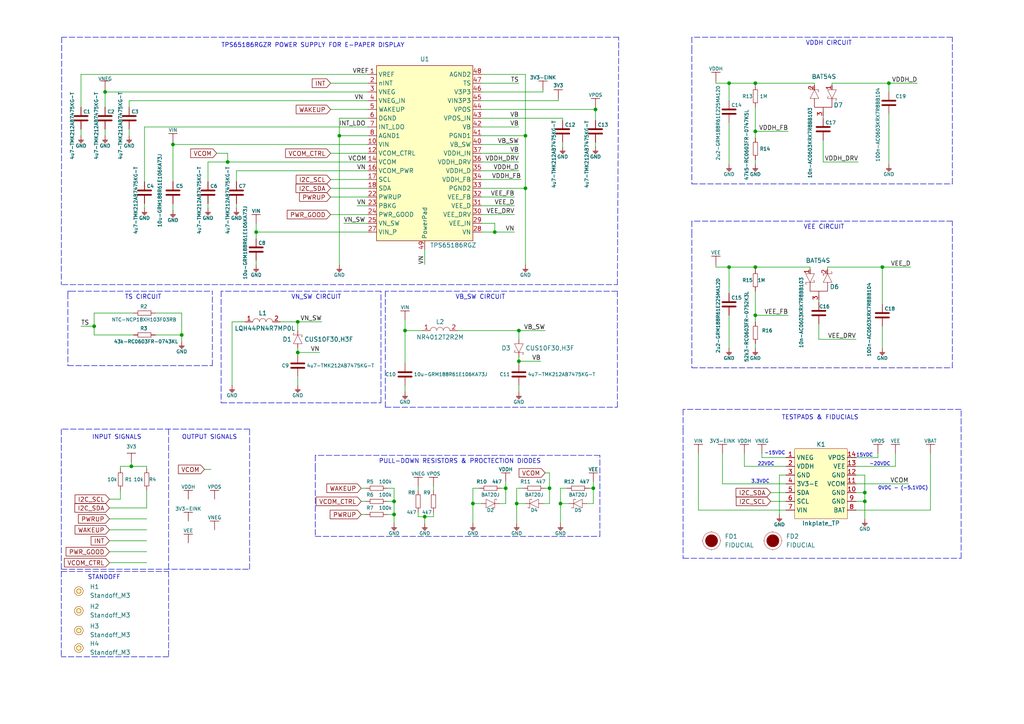
<source format=kicad_sch>
(kicad_sch (version 20211123) (generator eeschema)

  (uuid f43c31a4-d74c-4449-b3a6-a10b91360b6b)

  (paper "A4")

  (title_block
    (title "Soldered Inkplate 5")
    (date "2023-07-18")
    (rev "V1.2.0.")
    (company "SOLDERED")
    (comment 1 "333255")
  )

  (lib_symbols
    (symbol "e-radionica.com schematics:0603C" (pin_numbers hide) (pin_names (offset 0.002)) (in_bom yes) (on_board yes)
      (property "Reference" "C" (id 0) (at 0 3.81 0)
        (effects (font (size 1 1)))
      )
      (property "Value" "0603C" (id 1) (at 0 -3.175 0)
        (effects (font (size 1 1)))
      )
      (property "Footprint" "e-radionica.com footprinti:0603C" (id 2) (at 0.635 -4.445 0)
        (effects (font (size 1 1)) hide)
      )
      (property "Datasheet" "" (id 3) (at 0 0 0)
        (effects (font (size 1 1)) hide)
      )
      (symbol "0603C_0_1"
        (polyline
          (pts
            (xy -0.635 1.905)
            (xy -0.635 -1.905)
          )
          (stroke (width 0.5) (type default) (color 0 0 0 0))
          (fill (type none))
        )
        (polyline
          (pts
            (xy 0.635 1.905)
            (xy 0.635 -1.905)
          )
          (stroke (width 0.5) (type default) (color 0 0 0 0))
          (fill (type none))
        )
      )
      (symbol "0603C_1_1"
        (pin passive line (at -3.175 0 0) (length 2.54)
          (name "~" (effects (font (size 1.27 1.27))))
          (number "1" (effects (font (size 1.27 1.27))))
        )
        (pin passive line (at 3.175 0 180) (length 2.54)
          (name "~" (effects (font (size 1.27 1.27))))
          (number "2" (effects (font (size 1.27 1.27))))
        )
      )
    )
    (symbol "e-radionica.com schematics:0603R" (pin_numbers hide) (pin_names (offset 0.254)) (in_bom yes) (on_board yes)
      (property "Reference" "R" (id 0) (at 0 1.27 0)
        (effects (font (size 1 1)))
      )
      (property "Value" "0603R" (id 1) (at 0 -1.905 0)
        (effects (font (size 1 1)))
      )
      (property "Footprint" "e-radionica.com footprinti:0603R" (id 2) (at 0 -3.81 0)
        (effects (font (size 1 1)) hide)
      )
      (property "Datasheet" "" (id 3) (at -0.635 1.905 0)
        (effects (font (size 1 1)) hide)
      )
      (symbol "0603R_0_1"
        (rectangle (start -1.905 -0.635) (end 1.905 -0.6604)
          (stroke (width 0.1) (type default) (color 0 0 0 0))
          (fill (type none))
        )
        (rectangle (start -1.905 0.635) (end -1.8796 -0.635)
          (stroke (width 0.1) (type default) (color 0 0 0 0))
          (fill (type none))
        )
        (rectangle (start -1.905 0.635) (end 1.905 0.6096)
          (stroke (width 0.1) (type default) (color 0 0 0 0))
          (fill (type none))
        )
        (rectangle (start 1.905 0.635) (end 1.9304 -0.635)
          (stroke (width 0.1) (type default) (color 0 0 0 0))
          (fill (type none))
        )
      )
      (symbol "0603R_1_1"
        (pin passive line (at -3.175 0 0) (length 1.27)
          (name "~" (effects (font (size 1.27 1.27))))
          (number "1" (effects (font (size 1.27 1.27))))
        )
        (pin passive line (at 3.175 0 180) (length 1.27)
          (name "~" (effects (font (size 1.27 1.27))))
          (number "2" (effects (font (size 1.27 1.27))))
        )
      )
    )
    (symbol "e-radionica.com schematics:0805C" (pin_numbers hide) (in_bom yes) (on_board yes)
      (property "Reference" "C" (id 0) (at 0 3.81 0)
        (effects (font (size 1 1)))
      )
      (property "Value" "0805C" (id 1) (at 0 -3.175 0)
        (effects (font (size 1 1)))
      )
      (property "Footprint" "e-radionica.com footprinti:0805C" (id 2) (at 0 -5.08 0)
        (effects (font (size 1 1)) hide)
      )
      (property "Datasheet" "" (id 3) (at 0 0 0)
        (effects (font (size 1 1)) hide)
      )
      (symbol "0805C_0_1"
        (polyline
          (pts
            (xy -0.635 1.905)
            (xy -0.635 -1.905)
          )
          (stroke (width 0.5) (type default) (color 0 0 0 0))
          (fill (type none))
        )
        (polyline
          (pts
            (xy 0.635 1.905)
            (xy 0.635 -1.905)
          )
          (stroke (width 0.5) (type default) (color 0 0 0 0))
          (fill (type none))
        )
      )
      (symbol "0805C_1_1"
        (pin passive line (at -3.175 0 0) (length 2.54)
          (name "~" (effects (font (size 1.27 1.27))))
          (number "1" (effects (font (size 1.27 1.27))))
        )
        (pin passive line (at 3.175 0 180) (length 2.54)
          (name "~" (effects (font (size 1.27 1.27))))
          (number "2" (effects (font (size 1.27 1.27))))
        )
      )
    )
    (symbol "e-radionica.com schematics:3V3" (power) (pin_names (offset 0)) (in_bom yes) (on_board yes)
      (property "Reference" "#PWR" (id 0) (at 4.445 0 0)
        (effects (font (size 1 1)) hide)
      )
      (property "Value" "3V3" (id 1) (at 0 3.556 0)
        (effects (font (size 1 1)))
      )
      (property "Footprint" "" (id 2) (at 4.445 3.81 0)
        (effects (font (size 1 1)) hide)
      )
      (property "Datasheet" "" (id 3) (at 4.445 3.81 0)
        (effects (font (size 1 1)) hide)
      )
      (property "ki_keywords" "power-flag" (id 4) (at 0 0 0)
        (effects (font (size 1.27 1.27)) hide)
      )
      (property "ki_description" "Power symbol creates a global label with name \"3V3\"" (id 5) (at 0 0 0)
        (effects (font (size 1.27 1.27)) hide)
      )
      (symbol "3V3_0_1"
        (polyline
          (pts
            (xy -1.27 2.54)
            (xy 1.27 2.54)
          )
          (stroke (width 0.16) (type default) (color 0 0 0 0))
          (fill (type none))
        )
        (polyline
          (pts
            (xy 0 0)
            (xy 0 2.54)
          )
          (stroke (width 0) (type default) (color 0 0 0 0))
          (fill (type none))
        )
      )
      (symbol "3V3_1_1"
        (pin power_in line (at 0 0 90) (length 0) hide
          (name "3V3" (effects (font (size 1.27 1.27))))
          (number "1" (effects (font (size 1.27 1.27))))
        )
      )
    )
    (symbol "e-radionica.com schematics:3V3-EINK" (power) (pin_names (offset 0)) (in_bom yes) (on_board yes)
      (property "Reference" "#PWR" (id 0) (at 4.445 0 0)
        (effects (font (size 1 1)) hide)
      )
      (property "Value" "3V3-EINK" (id 1) (at 0 3.556 0)
        (effects (font (size 1 1)))
      )
      (property "Footprint" "" (id 2) (at 4.445 3.81 0)
        (effects (font (size 1 1)) hide)
      )
      (property "Datasheet" "" (id 3) (at 4.445 3.81 0)
        (effects (font (size 1 1)) hide)
      )
      (property "ki_keywords" "power-flag" (id 4) (at 0 0 0)
        (effects (font (size 1.27 1.27)) hide)
      )
      (property "ki_description" "Power symbol creates a global label with name \"3V3-EINK\"" (id 5) (at 0 0 0)
        (effects (font (size 1.27 1.27)) hide)
      )
      (symbol "3V3-EINK_0_1"
        (polyline
          (pts
            (xy -1.27 2.54)
            (xy 1.27 2.54)
          )
          (stroke (width 0.16) (type default) (color 0 0 0 0))
          (fill (type none))
        )
        (polyline
          (pts
            (xy 0 0)
            (xy 0 2.54)
          )
          (stroke (width 0) (type default) (color 0 0 0 0))
          (fill (type none))
        )
      )
      (symbol "3V3-EINK_1_1"
        (pin power_in line (at 0 0 90) (length 0) hide
          (name "3V3-EINK" (effects (font (size 1.27 1.27))))
          (number "1" (effects (font (size 1.27 1.27))))
        )
      )
    )
    (symbol "e-radionica.com schematics:BAT20J" (pin_numbers hide) (pin_names hide) (in_bom yes) (on_board yes)
      (property "Reference" "D" (id 0) (at 0 2.54 0)
        (effects (font (size 1 1)))
      )
      (property "Value" "BAT20J" (id 1) (at 0 -2.54 0)
        (effects (font (size 1 1)))
      )
      (property "Footprint" "e-radionica.com footprinti:SOD-323" (id 2) (at 0 -3.81 0)
        (effects (font (size 1 1)) hide)
      )
      (property "Datasheet" "" (id 3) (at 0 0 0)
        (effects (font (size 1 1)) hide)
      )
      (symbol "BAT20J_0_1"
        (polyline
          (pts
            (xy 1.27 1.27)
            (xy 1.778 1.27)
            (xy 1.778 1.016)
          )
          (stroke (width 0.1) (type default) (color 0 0 0 0))
          (fill (type none))
        )
        (polyline
          (pts
            (xy -1.27 -1.27)
            (xy -1.27 1.27)
            (xy 1.27 0)
            (xy -1.27 -1.27)
          )
          (stroke (width 0.1) (type default) (color 0 0 0 0))
          (fill (type none))
        )
        (polyline
          (pts
            (xy 1.27 1.27)
            (xy 1.27 -1.27)
            (xy 0.762 -1.27)
            (xy 0.762 -1.016)
          )
          (stroke (width 0.1) (type default) (color 0 0 0 0))
          (fill (type none))
        )
      )
      (symbol "BAT20J_1_1"
        (pin input line (at -2.54 0 0) (length 1.27)
          (name "A" (effects (font (size 1.27 1.27))))
          (number "1" (effects (font (size 1.27 1.27))))
        )
        (pin input line (at 2.54 0 180) (length 1.27)
          (name "C" (effects (font (size 1.27 1.27))))
          (number "2" (effects (font (size 1.27 1.27))))
        )
      )
    )
    (symbol "e-radionica.com schematics:BAT54S" (pin_names hide) (in_bom yes) (on_board yes)
      (property "Reference" "D" (id 0) (at 0 5.08 0)
        (effects (font (size 1.27 1.27)))
      )
      (property "Value" "BAT54S" (id 1) (at 0 -5.08 0)
        (effects (font (size 1.27 1.27)))
      )
      (property "Footprint" "e-radionica.com footprinti:SOT-23-3" (id 2) (at -1.27 -7.62 0)
        (effects (font (size 1.27 1.27)) hide)
      )
      (property "Datasheet" "" (id 3) (at -2.54 2.54 0)
        (effects (font (size 1.27 1.27)) hide)
      )
      (symbol "BAT54S_0_1"
        (polyline
          (pts
            (xy 2.54 0)
            (xy 1.27 0)
          )
          (stroke (width 0) (type default) (color 0 0 0 0))
          (fill (type none))
        )
        (polyline
          (pts
            (xy -3.81 -3.81)
            (xy -4.318 -3.81)
            (xy -4.318 -3.556)
          )
          (stroke (width 0.1) (type default) (color 0 0 0 0))
          (fill (type none))
        )
        (polyline
          (pts
            (xy -1.27 3.81)
            (xy -0.762 3.81)
            (xy -0.762 3.556)
          )
          (stroke (width 0.1) (type default) (color 0 0 0 0))
          (fill (type none))
        )
        (polyline
          (pts
            (xy -3.81 -3.81)
            (xy -3.81 -1.27)
            (xy -3.302 -1.27)
            (xy -3.302 -1.524)
          )
          (stroke (width 0.1) (type default) (color 0 0 0 0))
          (fill (type none))
        )
        (polyline
          (pts
            (xy -3.81 1.27)
            (xy -3.81 3.81)
            (xy -1.27 2.54)
            (xy -3.81 1.27)
          )
          (stroke (width 0.1) (type default) (color 0 0 0 0))
          (fill (type none))
        )
        (polyline
          (pts
            (xy -1.27 -1.27)
            (xy -1.27 -3.81)
            (xy -3.81 -2.54)
            (xy -1.27 -1.27)
          )
          (stroke (width 0.1) (type default) (color 0 0 0 0))
          (fill (type none))
        )
        (polyline
          (pts
            (xy -1.27 2.54)
            (xy 1.27 2.54)
            (xy 1.27 -2.54)
            (xy -1.27 -2.54)
          )
          (stroke (width 0) (type default) (color 0 0 0 0))
          (fill (type none))
        )
        (polyline
          (pts
            (xy -1.27 3.81)
            (xy -1.27 1.27)
            (xy -1.778 1.27)
            (xy -1.778 1.524)
          )
          (stroke (width 0.1) (type default) (color 0 0 0 0))
          (fill (type none))
        )
      )
      (symbol "BAT54S_1_1"
        (pin input line (at -5.08 2.54 0) (length 1.27)
          (name "A" (effects (font (size 1.27 1.27))))
          (number "1" (effects (font (size 1.27 1.27))))
        )
        (pin input line (at -5.08 -2.54 0) (length 1.27)
          (name "K" (effects (font (size 1.27 1.27))))
          (number "2" (effects (font (size 1.27 1.27))))
        )
        (pin input line (at 3.81 0 180) (length 1.27)
          (name "3" (effects (font (size 1.27 1.27))))
          (number "3" (effects (font (size 1.27 1.27))))
        )
      )
    )
    (symbol "e-radionica.com schematics:CUS10F30,H3F" (pin_numbers hide) (pin_names hide) (in_bom yes) (on_board yes)
      (property "Reference" "D" (id 0) (at 0 2.54 0)
        (effects (font (size 1.27 1.27)))
      )
      (property "Value" "CUS10F30,H3F" (id 1) (at 0 -2.54 0)
        (effects (font (size 1.27 1.27)))
      )
      (property "Footprint" "e-radionica.com footprinti:SOD-323-2" (id 2) (at 0 -5.08 0)
        (effects (font (size 1.27 1.27)) hide)
      )
      (property "Datasheet" "" (id 3) (at 0 6.35 0)
        (effects (font (size 1.27 1.27)) hide)
      )
      (symbol "CUS10F30,H3F_0_1"
        (polyline
          (pts
            (xy 1.27 1.27)
            (xy 1.778 1.27)
            (xy 1.778 1.016)
          )
          (stroke (width 0.1) (type default) (color 0 0 0 0))
          (fill (type none))
        )
        (polyline
          (pts
            (xy -1.27 -1.27)
            (xy -1.27 1.27)
            (xy 1.27 0)
            (xy -1.27 -1.27)
          )
          (stroke (width 0.1) (type default) (color 0 0 0 0))
          (fill (type none))
        )
        (polyline
          (pts
            (xy 1.27 1.27)
            (xy 1.27 -1.27)
            (xy 0.762 -1.27)
            (xy 0.762 -1.016)
          )
          (stroke (width 0.1) (type default) (color 0 0 0 0))
          (fill (type none))
        )
      )
      (symbol "CUS10F30,H3F_1_1"
        (pin input line (at 2.54 0 180) (length 1.27)
          (name "C" (effects (font (size 1.27 1.27))))
          (number "1" (effects (font (size 1.27 1.27))))
        )
        (pin input line (at -2.54 0 0) (length 1.27)
          (name "A" (effects (font (size 1.27 1.27))))
          (number "2" (effects (font (size 1.27 1.27))))
        )
      )
    )
    (symbol "e-radionica.com schematics:FIDUCIAL" (in_bom no) (on_board yes)
      (property "Reference" "FD" (id 0) (at 0 3.81 0)
        (effects (font (size 1.27 1.27)))
      )
      (property "Value" "FIDUCIAL" (id 1) (at 0 -3.81 0)
        (effects (font (size 1.27 1.27)))
      )
      (property "Footprint" "e-radionica.com footprinti:FIDUCIAL_23" (id 2) (at 0.254 -5.334 0)
        (effects (font (size 1.27 1.27)) hide)
      )
      (property "Datasheet" "" (id 3) (at 0 0 0)
        (effects (font (size 1.27 1.27)) hide)
      )
      (symbol "FIDUCIAL_0_1"
        (polyline
          (pts
            (xy -2.54 0)
            (xy -2.794 0)
          )
          (stroke (width 0.0006) (type default) (color 0 0 0 0))
          (fill (type none))
        )
        (polyline
          (pts
            (xy 0 -2.54)
            (xy 0 -2.794)
          )
          (stroke (width 0.0006) (type default) (color 0 0 0 0))
          (fill (type none))
        )
        (polyline
          (pts
            (xy 0 2.54)
            (xy 0 2.794)
          )
          (stroke (width 0.0006) (type default) (color 0 0 0 0))
          (fill (type none))
        )
        (polyline
          (pts
            (xy 2.54 0)
            (xy 2.794 0)
          )
          (stroke (width 0.0006) (type default) (color 0 0 0 0))
          (fill (type none))
        )
        (circle (center 0 0) (radius 1.7961)
          (stroke (width 0.001) (type default) (color 0 0 0 0))
          (fill (type outline))
        )
        (circle (center 0 0) (radius 2.54)
          (stroke (width 0.0006) (type default) (color 0 0 0 0))
          (fill (type none))
        )
      )
    )
    (symbol "e-radionica.com schematics:GND" (power) (pin_names (offset 0)) (in_bom yes) (on_board yes)
      (property "Reference" "#PWR" (id 0) (at 4.445 0 0)
        (effects (font (size 1 1)) hide)
      )
      (property "Value" "GND" (id 1) (at 0 -2.921 0)
        (effects (font (size 1 1)))
      )
      (property "Footprint" "" (id 2) (at 4.445 3.81 0)
        (effects (font (size 1 1)) hide)
      )
      (property "Datasheet" "" (id 3) (at 4.445 3.81 0)
        (effects (font (size 1 1)) hide)
      )
      (property "ki_keywords" "power-flag" (id 4) (at 0 0 0)
        (effects (font (size 1.27 1.27)) hide)
      )
      (property "ki_description" "Power symbol creates a global label with name \"GND\"" (id 5) (at 0 0 0)
        (effects (font (size 1.27 1.27)) hide)
      )
      (symbol "GND_0_1"
        (polyline
          (pts
            (xy -0.762 -1.27)
            (xy 0.762 -1.27)
          )
          (stroke (width 0.16) (type default) (color 0 0 0 0))
          (fill (type none))
        )
        (polyline
          (pts
            (xy -0.635 -1.524)
            (xy 0.635 -1.524)
          )
          (stroke (width 0.16) (type default) (color 0 0 0 0))
          (fill (type none))
        )
        (polyline
          (pts
            (xy -0.381 -1.778)
            (xy 0.381 -1.778)
          )
          (stroke (width 0.16) (type default) (color 0 0 0 0))
          (fill (type none))
        )
        (polyline
          (pts
            (xy -0.127 -2.032)
            (xy 0.127 -2.032)
          )
          (stroke (width 0.16) (type default) (color 0 0 0 0))
          (fill (type none))
        )
        (polyline
          (pts
            (xy 0 0)
            (xy 0 -1.27)
          )
          (stroke (width 0.16) (type default) (color 0 0 0 0))
          (fill (type none))
        )
      )
      (symbol "GND_1_1"
        (pin power_in line (at 0 0 270) (length 0) hide
          (name "GND" (effects (font (size 1.27 1.27))))
          (number "1" (effects (font (size 1.27 1.27))))
        )
      )
    )
    (symbol "e-radionica.com schematics:Inkplate_TP" (in_bom yes) (on_board yes)
      (property "Reference" "K" (id 0) (at 0 11.43 0)
        (effects (font (size 1.27 1.27)))
      )
      (property "Value" "Inkplate_TP" (id 1) (at 0 -11.43 0)
        (effects (font (size 1.27 1.27)))
      )
      (property "Footprint" "e-radionica.com footprinti:INKPLATE TEST HEADER" (id 2) (at -2.54 -13.97 0)
        (effects (font (size 1.27 1.27)) hide)
      )
      (property "Datasheet" "" (id 3) (at -1.27 0 0)
        (effects (font (size 1.27 1.27)) hide)
      )
      (symbol "Inkplate_TP_0_1"
        (rectangle (start -7.62 10.16) (end 7.62 -10.16)
          (stroke (width 0.1) (type default) (color 0 0 0 0))
          (fill (type background))
        )
      )
      (symbol "Inkplate_TP_1_1"
        (pin passive line (at -10.16 7.62 0) (length 2.54)
          (name "VNEG" (effects (font (size 1.27 1.27))))
          (number "1" (effects (font (size 1.27 1.27))))
        )
        (pin passive line (at 10.16 -2.54 180) (length 2.54)
          (name "GND" (effects (font (size 1.27 1.27))))
          (number "10" (effects (font (size 1.27 1.27))))
        )
        (pin passive line (at 10.16 0 180) (length 2.54)
          (name "VCOM" (effects (font (size 1.27 1.27))))
          (number "11" (effects (font (size 1.27 1.27))))
        )
        (pin passive line (at 10.16 2.54 180) (length 2.54)
          (name "GND" (effects (font (size 1.27 1.27))))
          (number "12" (effects (font (size 1.27 1.27))))
        )
        (pin passive line (at 10.16 5.08 180) (length 2.54)
          (name "VEE" (effects (font (size 1.27 1.27))))
          (number "13" (effects (font (size 1.27 1.27))))
        )
        (pin passive line (at 10.16 7.62 180) (length 2.54)
          (name "VPOS" (effects (font (size 1.27 1.27))))
          (number "14" (effects (font (size 1.27 1.27))))
        )
        (pin passive line (at -10.16 5.08 0) (length 2.54)
          (name "VDDH" (effects (font (size 1.27 1.27))))
          (number "2" (effects (font (size 1.27 1.27))))
        )
        (pin passive line (at -10.16 2.54 0) (length 2.54)
          (name "GND" (effects (font (size 1.27 1.27))))
          (number "3" (effects (font (size 1.27 1.27))))
        )
        (pin passive line (at -10.16 0 0) (length 2.54)
          (name "3V3-E" (effects (font (size 1.27 1.27))))
          (number "4" (effects (font (size 1.27 1.27))))
        )
        (pin passive line (at -10.16 -2.54 0) (length 2.54)
          (name "SDA" (effects (font (size 1.27 1.27))))
          (number "5" (effects (font (size 1.27 1.27))))
        )
        (pin passive line (at -10.16 -5.08 0) (length 2.54)
          (name "SCL" (effects (font (size 1.27 1.27))))
          (number "6" (effects (font (size 1.27 1.27))))
        )
        (pin passive line (at -10.16 -7.62 0) (length 2.54)
          (name "VIN" (effects (font (size 1.27 1.27))))
          (number "7" (effects (font (size 1.27 1.27))))
        )
        (pin passive line (at 10.16 -7.62 180) (length 2.54)
          (name "BAT" (effects (font (size 1.27 1.27))))
          (number "8" (effects (font (size 1.27 1.27))))
        )
        (pin passive line (at 10.16 -5.08 180) (length 2.54)
          (name "GND" (effects (font (size 1.27 1.27))))
          (number "9" (effects (font (size 1.27 1.27))))
        )
      )
    )
    (symbol "e-radionica.com schematics:LQH44PN4R7MP0L" (in_bom yes) (on_board yes)
      (property "Reference" "L" (id 0) (at 0 2.54 0)
        (effects (font (size 1.27 1.27)))
      )
      (property "Value" "LQH44PN4R7MP0L" (id 1) (at 0 -1.27 0)
        (effects (font (size 1.27 1.27)))
      )
      (property "Footprint" "e-radionica.com footprinti:1515L" (id 2) (at 0 -3.81 0)
        (effects (font (size 1.27 1.27)) hide)
      )
      (property "Datasheet" "" (id 3) (at 0 1.27 0)
        (effects (font (size 1.27 1.27)) hide)
      )
      (symbol "LQH44PN4R7MP0L_0_1"
        (arc (start -0.9525 0.0138) (mid -1.905 0.9526) (end -2.8575 0.0138)
          (stroke (width 0.1) (type default) (color 0 0 0 0))
          (fill (type none))
        )
        (arc (start 0.9525 0.0138) (mid 0 0.9526) (end -0.9525 0.0138)
          (stroke (width 0.1) (type default) (color 0 0 0 0))
          (fill (type none))
        )
        (arc (start 2.8575 0.0138) (mid 1.905 0.9526) (end 0.9525 0.0138)
          (stroke (width 0.1) (type default) (color 0 0 0 0))
          (fill (type none))
        )
      )
      (symbol "LQH44PN4R7MP0L_1_1"
        (pin passive line (at -5.08 0 0) (length 2.2)
          (name "" (effects (font (size 1.27 1.27))))
          (number "1" (effects (font (size 1.27 1.27))))
        )
        (pin passive line (at 5.08 0 180) (length 2.2)
          (name "" (effects (font (size 1.27 1.27))))
          (number "2" (effects (font (size 1.27 1.27))))
        )
      )
    )
    (symbol "e-radionica.com schematics:NR4012T2R2M" (in_bom yes) (on_board yes)
      (property "Reference" "L" (id 0) (at 0 2.54 0)
        (effects (font (size 1.27 1.27)))
      )
      (property "Value" "NR4012T2R2M" (id 1) (at 0 -1.27 0)
        (effects (font (size 1.27 1.27)))
      )
      (property "Footprint" "e-radionica.com footprinti:NR4012" (id 2) (at -1.27 -3.81 0)
        (effects (font (size 1.27 1.27)) hide)
      )
      (property "Datasheet" "" (id 3) (at 0 6.35 0)
        (effects (font (size 1.27 1.27)) hide)
      )
      (symbol "NR4012T2R2M_0_1"
        (arc (start -0.9525 0.0138) (mid -1.905 0.9526) (end -2.8575 0.0138)
          (stroke (width 0.1) (type default) (color 0 0 0 0))
          (fill (type none))
        )
        (arc (start 0.9525 0.0138) (mid 0 0.9526) (end -0.9525 0.0138)
          (stroke (width 0.1) (type default) (color 0 0 0 0))
          (fill (type none))
        )
        (arc (start 2.8575 0.0138) (mid 1.905 0.9526) (end 0.9525 0.0138)
          (stroke (width 0.1) (type default) (color 0 0 0 0))
          (fill (type none))
        )
      )
      (symbol "NR4012T2R2M_1_1"
        (pin passive line (at -5.08 0 0) (length 2.2)
          (name "" (effects (font (size 1.27 1.27))))
          (number "1" (effects (font (size 1.27 1.27))))
        )
        (pin passive line (at 5.08 0 180) (length 2.2)
          (name "" (effects (font (size 1.27 1.27))))
          (number "2" (effects (font (size 1.27 1.27))))
        )
      )
    )
    (symbol "e-radionica.com schematics:Standoff_M3" (in_bom yes) (on_board yes)
      (property "Reference" "H" (id 0) (at 0 2.54 0)
        (effects (font (size 1.27 1.27)))
      )
      (property "Value" "Standoff_M3" (id 1) (at 0 -2.54 0)
        (effects (font (size 1.27 1.27)))
      )
      (property "Footprint" "e-radionica.com footprinti:Standoff_M3" (id 2) (at 0 -3.81 0)
        (effects (font (size 1.27 1.27)) hide)
      )
      (property "Datasheet" "" (id 3) (at 0 0 0)
        (effects (font (size 1.27 1.27)) hide)
      )
      (property "ki_keywords" "standoff odstojnik" (id 4) (at 0 0 0)
        (effects (font (size 1.27 1.27)) hide)
      )
      (property "ki_description" "M3 standoff SMTSO-M3-7ET" (id 5) (at 0 0 0)
        (effects (font (size 1.27 1.27)) hide)
      )
      (symbol "Standoff_M3_0_1"
        (circle (center 0 0) (radius 0.635)
          (stroke (width 0.1) (type default) (color 0 0 0 0))
          (fill (type none))
        )
        (circle (center 0 0) (radius 1.27)
          (stroke (width 0.1) (type default) (color 0 0 0 0))
          (fill (type background))
        )
      )
    )
    (symbol "e-radionica.com schematics:TPS65186RGZR" (in_bom yes) (on_board yes)
      (property "Reference" "U" (id 0) (at 0 27.94 0)
        (effects (font (size 1.27 1.27)))
      )
      (property "Value" "TPS65186RGZR" (id 1) (at 7.62 -26.67 0)
        (effects (font (size 1.27 1.27)))
      )
      (property "Footprint" "e-radionica.com footprinti:VQFN-49" (id 2) (at 1.27 -31.75 0)
        (effects (font (size 1.27 1.27)) hide)
      )
      (property "Datasheet" "" (id 3) (at 0 29.21 0)
        (effects (font (size 1.27 1.27)) hide)
      )
      (symbol "TPS65186RGZR_0_1"
        (rectangle (start -13.97 26.67) (end 13.97 -24.13)
          (stroke (width 0.1524) (type default) (color 0 0 0 0))
          (fill (type background))
        )
      )
      (symbol "TPS65186RGZR_1_1"
        (pin input line (at -16.51 24.13 0) (length 2.54)
          (name "VREF" (effects (font (size 1.27 1.27))))
          (number "1" (effects (font (size 1.27 1.27))))
        )
        (pin input line (at -16.51 3.81 0) (length 2.54)
          (name "VIN" (effects (font (size 1.27 1.27))))
          (number "10" (effects (font (size 1.27 1.27))))
        )
        (pin input line (at -16.51 1.27 0) (length 2.54)
          (name "VCOM_CTRL" (effects (font (size 1.27 1.27))))
          (number "12" (effects (font (size 1.27 1.27))))
        )
        (pin input line (at -16.51 -1.27 0) (length 2.54)
          (name "VCOM" (effects (font (size 1.27 1.27))))
          (number "14" (effects (font (size 1.27 1.27))))
        )
        (pin input line (at -16.51 -3.81 0) (length 2.54)
          (name "VCOM_PWR" (effects (font (size 1.27 1.27))))
          (number "16" (effects (font (size 1.27 1.27))))
        )
        (pin input line (at -16.51 -6.35 0) (length 2.54)
          (name "SCL" (effects (font (size 1.27 1.27))))
          (number "17" (effects (font (size 1.27 1.27))))
        )
        (pin input line (at -16.51 -8.89 0) (length 2.54)
          (name "SDA" (effects (font (size 1.27 1.27))))
          (number "18" (effects (font (size 1.27 1.27))))
        )
        (pin input line (at -16.51 21.59 0) (length 2.54)
          (name "nINT" (effects (font (size 1.27 1.27))))
          (number "2" (effects (font (size 1.27 1.27))))
        )
        (pin input line (at -16.51 -11.43 0) (length 2.54)
          (name "PWRUP" (effects (font (size 1.27 1.27))))
          (number "22" (effects (font (size 1.27 1.27))))
        )
        (pin input line (at -16.51 -13.97 0) (length 2.54)
          (name "PBKG" (effects (font (size 1.27 1.27))))
          (number "23" (effects (font (size 1.27 1.27))))
        )
        (pin input line (at -16.51 -16.51 0) (length 2.54)
          (name "PWR_GOOD" (effects (font (size 1.27 1.27))))
          (number "24" (effects (font (size 1.27 1.27))))
        )
        (pin input line (at -16.51 -19.05 0) (length 2.54)
          (name "VN_SW" (effects (font (size 1.27 1.27))))
          (number "25" (effects (font (size 1.27 1.27))))
        )
        (pin input line (at -16.51 -21.59 0) (length 2.54)
          (name "VIN_P" (effects (font (size 1.27 1.27))))
          (number "27" (effects (font (size 1.27 1.27))))
        )
        (pin input line (at 16.51 -21.59 180) (length 2.54)
          (name "VN" (effects (font (size 1.27 1.27))))
          (number "28" (effects (font (size 1.27 1.27))))
        )
        (pin input line (at 16.51 -19.05 180) (length 2.54)
          (name "VEE_IN" (effects (font (size 1.27 1.27))))
          (number "29" (effects (font (size 1.27 1.27))))
        )
        (pin input line (at -16.51 19.05 0) (length 2.54)
          (name "VNEG" (effects (font (size 1.27 1.27))))
          (number "3" (effects (font (size 1.27 1.27))))
        )
        (pin input line (at 16.51 -16.51 180) (length 2.54)
          (name "VEE_DRV" (effects (font (size 1.27 1.27))))
          (number "30" (effects (font (size 1.27 1.27))))
        )
        (pin input line (at 16.51 -13.97 180) (length 2.54)
          (name "VEE_D" (effects (font (size 1.27 1.27))))
          (number "31" (effects (font (size 1.27 1.27))))
        )
        (pin input line (at 16.51 -11.43 180) (length 2.54)
          (name "VEE_FB" (effects (font (size 1.27 1.27))))
          (number "32" (effects (font (size 1.27 1.27))))
        )
        (pin input line (at 16.51 -8.89 180) (length 2.54)
          (name "PGND2" (effects (font (size 1.27 1.27))))
          (number "33" (effects (font (size 1.27 1.27))))
        )
        (pin input line (at 16.51 -6.35 180) (length 2.54)
          (name "VDDH_FB" (effects (font (size 1.27 1.27))))
          (number "34" (effects (font (size 1.27 1.27))))
        )
        (pin input line (at 16.51 -3.81 180) (length 2.54)
          (name "VDDH_D" (effects (font (size 1.27 1.27))))
          (number "35" (effects (font (size 1.27 1.27))))
        )
        (pin input line (at 16.51 -1.27 180) (length 2.54)
          (name "VDDH_DRV" (effects (font (size 1.27 1.27))))
          (number "36" (effects (font (size 1.27 1.27))))
        )
        (pin input line (at 16.51 1.27 180) (length 2.54)
          (name "VDDH_IN" (effects (font (size 1.27 1.27))))
          (number "37" (effects (font (size 1.27 1.27))))
        )
        (pin input line (at -16.51 16.51 0) (length 2.54)
          (name "VNEG_IN" (effects (font (size 1.27 1.27))))
          (number "4" (effects (font (size 1.27 1.27))))
        )
        (pin input line (at 16.51 3.81 180) (length 2.54)
          (name "VB_SW" (effects (font (size 1.27 1.27))))
          (number "40" (effects (font (size 1.27 1.27))))
        )
        (pin input line (at 16.51 6.35 180) (length 2.54)
          (name "PGND1" (effects (font (size 1.27 1.27))))
          (number "41" (effects (font (size 1.27 1.27))))
        )
        (pin input line (at 16.51 8.89 180) (length 2.54)
          (name "VB" (effects (font (size 1.27 1.27))))
          (number "42" (effects (font (size 1.27 1.27))))
        )
        (pin input line (at 16.51 11.43 180) (length 2.54)
          (name "VPOS_IN" (effects (font (size 1.27 1.27))))
          (number "43" (effects (font (size 1.27 1.27))))
        )
        (pin input line (at 16.51 13.97 180) (length 2.54)
          (name "VPOS" (effects (font (size 1.27 1.27))))
          (number "44" (effects (font (size 1.27 1.27))))
        )
        (pin input line (at 16.51 16.51 180) (length 2.54)
          (name "VIN3P3" (effects (font (size 1.27 1.27))))
          (number "45" (effects (font (size 1.27 1.27))))
        )
        (pin input line (at 16.51 19.05 180) (length 2.54)
          (name "V3P3" (effects (font (size 1.27 1.27))))
          (number "46" (effects (font (size 1.27 1.27))))
        )
        (pin input line (at 16.51 21.59 180) (length 2.54)
          (name "TS" (effects (font (size 1.27 1.27))))
          (number "47" (effects (font (size 1.27 1.27))))
        )
        (pin input line (at 16.51 24.13 180) (length 2.54)
          (name "AGND2" (effects (font (size 1.27 1.27))))
          (number "48" (effects (font (size 1.27 1.27))))
        )
        (pin input line (at 0 -26.67 90) (length 2.54)
          (name "PowerPad" (effects (font (size 1.27 1.27))))
          (number "49" (effects (font (size 1.27 1.27))))
        )
        (pin input line (at -16.51 13.97 0) (length 2.54)
          (name "WAKEUP" (effects (font (size 1.27 1.27))))
          (number "5" (effects (font (size 1.27 1.27))))
        )
        (pin input line (at -16.51 11.43 0) (length 2.54)
          (name "DGND" (effects (font (size 1.27 1.27))))
          (number "6" (effects (font (size 1.27 1.27))))
        )
        (pin input line (at -16.51 8.89 0) (length 2.54)
          (name "INT_LDO" (effects (font (size 1.27 1.27))))
          (number "7" (effects (font (size 1.27 1.27))))
        )
        (pin input line (at -16.51 6.35 0) (length 2.54)
          (name "AGND1" (effects (font (size 1.27 1.27))))
          (number "8" (effects (font (size 1.27 1.27))))
        )
      )
    )
    (symbol "e-radionica.com schematics:VBAT" (power) (pin_names (offset 0)) (in_bom yes) (on_board yes)
      (property "Reference" "#PWR" (id 0) (at 4.445 0 0)
        (effects (font (size 1 1)) hide)
      )
      (property "Value" "VBAT" (id 1) (at 0 3.556 0)
        (effects (font (size 1 1)))
      )
      (property "Footprint" "" (id 2) (at 4.445 3.81 0)
        (effects (font (size 1 1)) hide)
      )
      (property "Datasheet" "" (id 3) (at 4.445 3.81 0)
        (effects (font (size 1 1)) hide)
      )
      (property "ki_keywords" "power-flag" (id 4) (at 0 0 0)
        (effects (font (size 1.27 1.27)) hide)
      )
      (property "ki_description" "Power symbol creates a global label with name \"VBAT\"" (id 5) (at 0 0 0)
        (effects (font (size 1.27 1.27)) hide)
      )
      (symbol "VBAT_0_1"
        (polyline
          (pts
            (xy -1.27 2.54)
            (xy 1.27 2.54)
          )
          (stroke (width 0.16) (type default) (color 0 0 0 0))
          (fill (type none))
        )
        (polyline
          (pts
            (xy 0 0)
            (xy 0 2.54)
          )
          (stroke (width 0) (type default) (color 0 0 0 0))
          (fill (type none))
        )
      )
      (symbol "VBAT_1_1"
        (pin power_in line (at 0 0 90) (length 0) hide
          (name "VBAT" (effects (font (size 1.27 1.27))))
          (number "1" (effects (font (size 1.27 1.27))))
        )
      )
    )
    (symbol "e-radionica.com schematics:VDDH" (power) (pin_names (offset 0)) (in_bom yes) (on_board yes)
      (property "Reference" "#PWR" (id 0) (at 4.445 0 0)
        (effects (font (size 1 1)) hide)
      )
      (property "Value" "VDDH" (id 1) (at 0 3.556 0)
        (effects (font (size 1 1)))
      )
      (property "Footprint" "" (id 2) (at 4.445 3.81 0)
        (effects (font (size 1 1)) hide)
      )
      (property "Datasheet" "" (id 3) (at 4.445 3.81 0)
        (effects (font (size 1 1)) hide)
      )
      (property "ki_keywords" "power-flag" (id 4) (at 0 0 0)
        (effects (font (size 1.27 1.27)) hide)
      )
      (property "ki_description" "Power symbol creates a global label with name \"VDDH\"" (id 5) (at 0 0 0)
        (effects (font (size 1.27 1.27)) hide)
      )
      (symbol "VDDH_0_1"
        (polyline
          (pts
            (xy -1.27 2.54)
            (xy 1.27 2.54)
          )
          (stroke (width 0.16) (type default) (color 0 0 0 0))
          (fill (type none))
        )
        (polyline
          (pts
            (xy 0 0)
            (xy 0 2.54)
          )
          (stroke (width 0) (type default) (color 0 0 0 0))
          (fill (type none))
        )
      )
      (symbol "VDDH_1_1"
        (pin power_in line (at 0 0 90) (length 0) hide
          (name "VDDH" (effects (font (size 1.27 1.27))))
          (number "1" (effects (font (size 1.27 1.27))))
        )
      )
    )
    (symbol "e-radionica.com schematics:VEE" (power) (pin_names (offset 0)) (in_bom yes) (on_board yes)
      (property "Reference" "#PWR" (id 0) (at 4.445 0 0)
        (effects (font (size 1 1)) hide)
      )
      (property "Value" "VEE" (id 1) (at 0 3.556 0)
        (effects (font (size 1 1)))
      )
      (property "Footprint" "" (id 2) (at 4.445 3.81 0)
        (effects (font (size 1 1)) hide)
      )
      (property "Datasheet" "" (id 3) (at 4.445 3.81 0)
        (effects (font (size 1 1)) hide)
      )
      (property "ki_keywords" "power-flag" (id 4) (at 0 0 0)
        (effects (font (size 1.27 1.27)) hide)
      )
      (property "ki_description" "Power symbol creates a global label with name \"VEE\"" (id 5) (at 0 0 0)
        (effects (font (size 1.27 1.27)) hide)
      )
      (symbol "VEE_0_1"
        (polyline
          (pts
            (xy -1.27 2.54)
            (xy 1.27 2.54)
          )
          (stroke (width 0.16) (type default) (color 0 0 0 0))
          (fill (type none))
        )
        (polyline
          (pts
            (xy 0 0)
            (xy 0 2.54)
          )
          (stroke (width 0) (type default) (color 0 0 0 0))
          (fill (type none))
        )
      )
      (symbol "VEE_1_1"
        (pin power_in line (at 0 0 90) (length 0) hide
          (name "VEE" (effects (font (size 1.27 1.27))))
          (number "1" (effects (font (size 1.27 1.27))))
        )
      )
    )
    (symbol "e-radionica.com schematics:VIN" (power) (pin_names (offset 0)) (in_bom yes) (on_board yes)
      (property "Reference" "#PWR" (id 0) (at 4.445 0 0)
        (effects (font (size 1 1)) hide)
      )
      (property "Value" "VIN" (id 1) (at 0 3.556 0)
        (effects (font (size 1 1)))
      )
      (property "Footprint" "" (id 2) (at 4.445 3.81 0)
        (effects (font (size 1 1)) hide)
      )
      (property "Datasheet" "" (id 3) (at 4.445 3.81 0)
        (effects (font (size 1 1)) hide)
      )
      (property "ki_keywords" "power-flag" (id 4) (at 0 0 0)
        (effects (font (size 1.27 1.27)) hide)
      )
      (property "ki_description" "Power symbol creates a global label with name \"VIN\"" (id 5) (at 0 0 0)
        (effects (font (size 1.27 1.27)) hide)
      )
      (symbol "VIN_0_1"
        (polyline
          (pts
            (xy -1.27 2.54)
            (xy 1.27 2.54)
          )
          (stroke (width 0.16) (type default) (color 0 0 0 0))
          (fill (type none))
        )
        (polyline
          (pts
            (xy 0 0)
            (xy 0 2.54)
          )
          (stroke (width 0) (type default) (color 0 0 0 0))
          (fill (type none))
        )
      )
      (symbol "VIN_1_1"
        (pin power_in line (at 0 0 90) (length 0) hide
          (name "VIN" (effects (font (size 1.27 1.27))))
          (number "1" (effects (font (size 1.27 1.27))))
        )
      )
    )
    (symbol "e-radionica.com schematics:VNEG" (power) (pin_names (offset 0)) (in_bom yes) (on_board yes)
      (property "Reference" "#PWR" (id 0) (at 4.445 0 0)
        (effects (font (size 1 1)) hide)
      )
      (property "Value" "VNEG" (id 1) (at 0 3.556 0)
        (effects (font (size 1 1)))
      )
      (property "Footprint" "" (id 2) (at 4.445 3.81 0)
        (effects (font (size 1 1)) hide)
      )
      (property "Datasheet" "" (id 3) (at 4.445 3.81 0)
        (effects (font (size 1 1)) hide)
      )
      (property "ki_keywords" "power-flag" (id 4) (at 0 0 0)
        (effects (font (size 1.27 1.27)) hide)
      )
      (property "ki_description" "Power symbol creates a global label with name \"VNEG\"" (id 5) (at 0 0 0)
        (effects (font (size 1.27 1.27)) hide)
      )
      (symbol "VNEG_0_1"
        (polyline
          (pts
            (xy -1.27 2.54)
            (xy 1.27 2.54)
          )
          (stroke (width 0.16) (type default) (color 0 0 0 0))
          (fill (type none))
        )
        (polyline
          (pts
            (xy 0 0)
            (xy 0 2.54)
          )
          (stroke (width 0) (type default) (color 0 0 0 0))
          (fill (type none))
        )
      )
      (symbol "VNEG_1_1"
        (pin power_in line (at 0 0 90) (length 0) hide
          (name "VNEG" (effects (font (size 1.27 1.27))))
          (number "1" (effects (font (size 1.27 1.27))))
        )
      )
    )
    (symbol "e-radionica.com schematics:VPOS" (power) (pin_names (offset 0)) (in_bom yes) (on_board yes)
      (property "Reference" "#PWR" (id 0) (at 4.445 0 0)
        (effects (font (size 1 1)) hide)
      )
      (property "Value" "VPOS" (id 1) (at 0 3.556 0)
        (effects (font (size 1 1)))
      )
      (property "Footprint" "" (id 2) (at 4.445 3.81 0)
        (effects (font (size 1 1)) hide)
      )
      (property "Datasheet" "" (id 3) (at 4.445 3.81 0)
        (effects (font (size 1 1)) hide)
      )
      (property "ki_keywords" "power-flag" (id 4) (at 0 0 0)
        (effects (font (size 1.27 1.27)) hide)
      )
      (property "ki_description" "Power symbol creates a global label with name \"VPOS\"" (id 5) (at 0 0 0)
        (effects (font (size 1.27 1.27)) hide)
      )
      (symbol "VPOS_0_1"
        (polyline
          (pts
            (xy -1.27 2.54)
            (xy 1.27 2.54)
          )
          (stroke (width 0.16) (type default) (color 0 0 0 0))
          (fill (type none))
        )
        (polyline
          (pts
            (xy 0 0)
            (xy 0 2.54)
          )
          (stroke (width 0) (type default) (color 0 0 0 0))
          (fill (type none))
        )
      )
      (symbol "VPOS_1_1"
        (pin power_in line (at 0 0 90) (length 0) hide
          (name "VPOS" (effects (font (size 1.27 1.27))))
          (number "1" (effects (font (size 1.27 1.27))))
        )
      )
    )
  )

  (junction (at 117.475 95.885) (diameter 0) (color 0 0 0 0)
    (uuid 02950d75-ff67-4863-9733-9bd99650b835)
  )
  (junction (at 150.495 95.885) (diameter 0) (color 0 0 0 0)
    (uuid 06af765d-0fb4-424b-b8bb-f25711eb599e)
  )
  (junction (at 146.685 141.605) (diameter 0) (color 0 0 0 0)
    (uuid 09240223-5739-461a-b628-1fdf9b36eb2f)
  )
  (junction (at 219.075 77.47) (diameter 0) (color 0 0 0 0)
    (uuid 1754779f-f1ea-4e4f-9a64-93d7ee7943e3)
  )
  (junction (at 38.1 135.255) (diameter 0) (color 0 0 0 0)
    (uuid 21c25529-23d9-48dd-b470-801777c483af)
  )
  (junction (at 219.075 91.44) (diameter 0) (color 0 0 0 0)
    (uuid 22a8e1bc-22fb-4e62-add4-2ae0c07ce05c)
  )
  (junction (at 211.455 77.47) (diameter 0) (color 0 0 0 0)
    (uuid 34bc4df9-50ad-433a-a204-50b962ec67ce)
  )
  (junction (at 66.04 46.99) (diameter 0) (color 0 0 0 0)
    (uuid 3862ae54-0889-40d0-a519-841ecb949575)
  )
  (junction (at 123.19 149.86) (diameter 0) (color 0 0 0 0)
    (uuid 4791f0c8-eca1-472a-b5e7-1c3eff883c30)
  )
  (junction (at 86.36 102.235) (diameter 0) (color 0 0 0 0)
    (uuid 5066ec9a-19df-47c4-8835-fbd519c75492)
  )
  (junction (at 150.495 104.775) (diameter 0) (color 0 0 0 0)
    (uuid 56f7eae0-0597-47f4-93b5-2f63bf3c7b84)
  )
  (junction (at 250.825 145.415) (diameter 0) (color 0 0 0 0)
    (uuid 595b9142-c99b-431d-80f8-51bc3ccf4062)
  )
  (junction (at 162.56 146.05) (diameter 0) (color 0 0 0 0)
    (uuid 6335d0a4-3503-455f-8a16-33bc2cc40641)
  )
  (junction (at 98.425 39.37) (diameter 0) (color 0 0 0 0)
    (uuid 73237229-68da-4bfc-80d6-f3f33e277d06)
  )
  (junction (at 86.36 93.345) (diameter 0) (color 0 0 0 0)
    (uuid 7bcd2b39-3ed2-4d2c-8455-de5fcab07493)
  )
  (junction (at 74.295 67.31) (diameter 0) (color 0 0 0 0)
    (uuid 7cba27a8-b26c-4e33-ad8e-83f2f8589f1f)
  )
  (junction (at 219.075 38.1) (diameter 0) (color 0 0 0 0)
    (uuid 8476e5bc-bf12-41f5-9358-6f231878f6db)
  )
  (junction (at 52.705 97.155) (diameter 0) (color 0 0 0 0)
    (uuid 8bb8ae6f-c2e7-453e-8bb9-bb8cfac7befc)
  )
  (junction (at 152.4 54.61) (diameter 0) (color 0 0 0 0)
    (uuid 8edcf05f-b0d5-49a3-b916-fcd5f9b197b1)
  )
  (junction (at 149.86 146.05) (diameter 0) (color 0 0 0 0)
    (uuid 8ee03db8-8ad7-4bb8-92b9-76bda4b0907f)
  )
  (junction (at 211.455 24.13) (diameter 0) (color 0 0 0 0)
    (uuid 94b2d264-2d2c-4376-b127-a770616fcdbf)
  )
  (junction (at 50.165 41.91) (diameter 0) (color 0 0 0 0)
    (uuid 96916265-4653-41c3-9a80-f6775aa2b630)
  )
  (junction (at 255.905 77.47) (diameter 0) (color 0 0 0 0)
    (uuid ab31a2ed-32be-4673-85c4-0890d6200220)
  )
  (junction (at 219.075 24.13) (diameter 0) (color 0 0 0 0)
    (uuid ab8f9fbb-f2f4-4c37-a683-74ad001db8c6)
  )
  (junction (at 172.72 31.75) (diameter 0) (color 0 0 0 0)
    (uuid b25edb9d-bb03-4e75-a40b-623ddd163e24)
  )
  (junction (at 143.51 67.31) (diameter 0) (color 0 0 0 0)
    (uuid bdc5ca11-10e5-4600-9ef9-bb85404d6bea)
  )
  (junction (at 159.385 141.605) (diameter 0) (color 0 0 0 0)
    (uuid c5ddb5b3-ad5c-4b95-988a-1085ab1e494b)
  )
  (junction (at 137.16 146.05) (diameter 0) (color 0 0 0 0)
    (uuid cbe4a067-825c-4c81-8a5f-290d18576059)
  )
  (junction (at 250.825 142.875) (diameter 0) (color 0 0 0 0)
    (uuid d33c5df5-b20b-4d7e-94bb-ebafd74441c3)
  )
  (junction (at 172.085 141.605) (diameter 0) (color 0 0 0 0)
    (uuid d80c7616-7cc4-4a44-a28a-538f77882cc1)
  )
  (junction (at 30.48 26.67) (diameter 0) (color 0 0 0 0)
    (uuid e462b99b-dc16-4632-9277-f42cc1c75e32)
  )
  (junction (at 257.81 24.13) (diameter 0) (color 0 0 0 0)
    (uuid edff7200-18c6-4e0c-99f9-a118fc24b63a)
  )
  (junction (at 114.3 145.415) (diameter 0) (color 0 0 0 0)
    (uuid ee556f6c-0a63-4195-b5e3-678d6f90db6b)
  )
  (junction (at 114.3 149.225) (diameter 0) (color 0 0 0 0)
    (uuid f1f863df-0c8c-46fa-8804-767e10582681)
  )
  (junction (at 152.4 39.37) (diameter 0) (color 0 0 0 0)
    (uuid f7cd5e79-c8f9-4e9b-991c-a91934b795d2)
  )
  (junction (at 27.305 94.615) (diameter 0) (color 0 0 0 0)
    (uuid fc83cf23-e446-4a86-a627-d51de5b41357)
  )

  (wire (pts (xy 250.825 142.875) (xy 250.825 145.415))
    (stroke (width 0) (type default) (color 0 0 0 0))
    (uuid 00b05432-76ab-49fd-b0b3-e99bb163c16c)
  )
  (polyline (pts (xy 91.44 155.575) (xy 173.99 155.575))
    (stroke (width 0) (type default) (color 0 0 0 0))
    (uuid 02103ae5-54fb-4b80-a4c2-6096261b830e)
  )

  (wire (pts (xy 152.4 21.59) (xy 152.4 39.37))
    (stroke (width 0) (type default) (color 0 0 0 0))
    (uuid 02c86f21-caef-4fbc-95b0-d828a7114318)
  )
  (wire (pts (xy 139.7 36.83) (xy 150.495 36.83))
    (stroke (width 0) (type default) (color 0 0 0 0))
    (uuid 03933f33-7fdb-43de-9d7d-a565cad8a277)
  )
  (wire (pts (xy 74.295 69.215) (xy 74.295 67.31))
    (stroke (width 0) (type default) (color 0 0 0 0))
    (uuid 0570787e-1121-4a9a-8547-f68706a7ba87)
  )
  (wire (pts (xy 30.48 26.67) (xy 106.68 26.67))
    (stroke (width 0) (type default) (color 0 0 0 0))
    (uuid 08a3676a-a023-48ec-ba8b-baec3d88899a)
  )
  (wire (pts (xy 68.58 49.53) (xy 106.68 49.53))
    (stroke (width 0) (type default) (color 0 0 0 0))
    (uuid 0915a960-c1d1-4819-9c53-aeb8cd5149bf)
  )
  (wire (pts (xy 139.7 21.59) (xy 152.4 21.59))
    (stroke (width 0) (type default) (color 0 0 0 0))
    (uuid 098660ff-f93c-4ccb-8579-57628aa895a7)
  )
  (wire (pts (xy 162.56 141.605) (xy 164.465 141.605))
    (stroke (width 0) (type default) (color 0 0 0 0))
    (uuid 0a523061-715f-43ef-b1dd-3d745a3e7e1d)
  )
  (wire (pts (xy 211.455 35.56) (xy 211.455 47.625))
    (stroke (width 0) (type default) (color 0 0 0 0))
    (uuid 0af77c4b-93ab-4a5f-a0dc-d745ce2ad9af)
  )
  (polyline (pts (xy 72.39 124.46) (xy 17.78 124.46))
    (stroke (width 0) (type default) (color 0 0 0 0))
    (uuid 0b16503a-4feb-4e18-bd0a-8dd91a4e6919)
  )

  (wire (pts (xy 74.295 75.565) (xy 74.295 76.835))
    (stroke (width 0) (type default) (color 0 0 0 0))
    (uuid 0b3d4208-4257-4a45-bf45-0ac0b66edc08)
  )
  (wire (pts (xy 62.865 44.45) (xy 66.04 44.45))
    (stroke (width 0) (type default) (color 0 0 0 0))
    (uuid 0be455d7-9219-470e-8eb0-7925a3f97f66)
  )
  (wire (pts (xy 226.06 137.795) (xy 226.06 149.225))
    (stroke (width 0) (type default) (color 0 0 0 0))
    (uuid 0eb948a8-05b7-4742-8179-6fa05bebcf8c)
  )
  (polyline (pts (xy 64.135 116.84) (xy 110.49 116.84))
    (stroke (width 0) (type default) (color 0 0 0 0))
    (uuid 0fc0af60-7c5e-465c-98a4-0c40535accc6)
  )

  (wire (pts (xy 152.4 146.05) (xy 149.86 146.05))
    (stroke (width 0) (type default) (color 0 0 0 0))
    (uuid 0fc4267c-2119-444e-b3b2-d8a7bd88ec8a)
  )
  (polyline (pts (xy 173.99 155.575) (xy 173.99 132.08))
    (stroke (width 0) (type default) (color 0 0 0 0))
    (uuid 110e359e-5f88-4430-8754-51124b3f8591)
  )

  (wire (pts (xy 112.395 149.225) (xy 114.3 149.225))
    (stroke (width 0) (type default) (color 0 0 0 0))
    (uuid 113c2e5c-5d21-44b9-9699-61a03d05b219)
  )
  (wire (pts (xy 219.075 91.44) (xy 219.075 93.345))
    (stroke (width 0) (type default) (color 0 0 0 0))
    (uuid 11596021-3101-4865-a32f-e8bda3438fc6)
  )
  (wire (pts (xy 237.49 98.425) (xy 248.285 98.425))
    (stroke (width 0) (type default) (color 0 0 0 0))
    (uuid 1194f695-0776-4569-9365-1388ff1f61b6)
  )
  (wire (pts (xy 139.7 41.91) (xy 150.495 41.91))
    (stroke (width 0) (type default) (color 0 0 0 0))
    (uuid 12368119-64a6-4e2c-9075-8eb76c0372b6)
  )
  (wire (pts (xy 161.925 29.21) (xy 161.925 28.575))
    (stroke (width 0) (type default) (color 0 0 0 0))
    (uuid 14202ecb-5941-455d-a867-b86716db90d7)
  )
  (polyline (pts (xy 200.66 10.795) (xy 200.66 13.97))
    (stroke (width 0) (type default) (color 0 0 0 0))
    (uuid 14891ca4-c283-4a64-98dc-86c5d6e033a0)
  )

  (wire (pts (xy 125.73 148.59) (xy 125.73 149.86))
    (stroke (width 0) (type default) (color 0 0 0 0))
    (uuid 149c5d61-baf1-4212-9ad9-405f30b44c95)
  )
  (wire (pts (xy 255.905 77.47) (xy 264.16 77.47))
    (stroke (width 0) (type default) (color 0 0 0 0))
    (uuid 1787153b-aa75-4d9d-ba83-d6b350b998a0)
  )
  (wire (pts (xy 86.36 109.22) (xy 86.36 111.76))
    (stroke (width 0) (type default) (color 0 0 0 0))
    (uuid 17a1090e-1ea0-4ddd-9da2-e68411fa1c2d)
  )
  (wire (pts (xy 139.7 34.29) (xy 163.195 34.29))
    (stroke (width 0) (type default) (color 0 0 0 0))
    (uuid 18294f4f-7edc-4152-bf13-29a24ca720f2)
  )
  (wire (pts (xy 219.075 84.455) (xy 219.075 91.44))
    (stroke (width 0) (type default) (color 0 0 0 0))
    (uuid 188ae16b-4163-436c-8af9-1112c99f2627)
  )
  (wire (pts (xy 162.56 146.05) (xy 162.56 141.605))
    (stroke (width 0) (type default) (color 0 0 0 0))
    (uuid 19cf3f75-846d-40c4-99e9-986cfa896c10)
  )
  (wire (pts (xy 41.91 59.055) (xy 41.91 60.325))
    (stroke (width 0) (type default) (color 0 0 0 0))
    (uuid 1a253373-7aaa-4800-82a0-f05224ca4a7a)
  )
  (wire (pts (xy 139.7 67.31) (xy 143.51 67.31))
    (stroke (width 0) (type default) (color 0 0 0 0))
    (uuid 1a6fe569-c5e5-4a21-a4ea-d60011b774d2)
  )
  (wire (pts (xy 139.7 44.45) (xy 150.495 44.45))
    (stroke (width 0) (type default) (color 0 0 0 0))
    (uuid 1aac4077-bad0-4463-b828-61cc63a5ccc0)
  )
  (wire (pts (xy 219.075 91.44) (xy 228.6 91.44))
    (stroke (width 0) (type default) (color 0 0 0 0))
    (uuid 1aec843b-19a3-464f-95d8-f41d1700a83b)
  )
  (wire (pts (xy 157.48 26.67) (xy 157.48 26.035))
    (stroke (width 0) (type default) (color 0 0 0 0))
    (uuid 1c6434d3-2eb4-45c4-919b-76bc5df93b2a)
  )
  (wire (pts (xy 139.7 59.69) (xy 149.225 59.69))
    (stroke (width 0) (type default) (color 0 0 0 0))
    (uuid 1ceebb8b-98a8-42a4-b362-5258a95b213a)
  )
  (polyline (pts (xy 276.225 53.34) (xy 276.225 10.795))
    (stroke (width 0) (type default) (color 0 0 0 0))
    (uuid 1d27c77d-c33f-442a-bd7b-7b44d10eb43c)
  )

  (wire (pts (xy 60.325 52.705) (xy 60.325 46.99))
    (stroke (width 0) (type default) (color 0 0 0 0))
    (uuid 1e5a4a4f-7ec1-4d5e-aab0-77eebafcd5cd)
  )
  (wire (pts (xy 143.51 64.77) (xy 143.51 67.31))
    (stroke (width 0) (type default) (color 0 0 0 0))
    (uuid 1f9097e7-c345-4ea0-87cd-6931bd3e5e20)
  )
  (wire (pts (xy 59.309 136.144) (xy 61.214 136.144))
    (stroke (width 0) (type default) (color 0 0 0 0))
    (uuid 20610dee-24a2-4a35-9d47-947d8d2d938e)
  )
  (polyline (pts (xy 18.034 82.55) (xy 179.07 82.55))
    (stroke (width 0) (type default) (color 0 0 0 0))
    (uuid 20e45521-6283-425d-9001-b9d73e16c8df)
  )

  (wire (pts (xy 34.925 142.24) (xy 34.925 144.78))
    (stroke (width 0) (type default) (color 0 0 0 0))
    (uuid 210b172c-b965-4a60-99f4-39f3cf0b0a90)
  )
  (wire (pts (xy 52.705 90.805) (xy 52.705 97.155))
    (stroke (width 0) (type default) (color 0 0 0 0))
    (uuid 23285c5a-7b12-49c4-b32b-ecfe8278cf8e)
  )
  (polyline (pts (xy 61.595 106.045) (xy 61.595 84.455))
    (stroke (width 0) (type default) (color 0 0 0 0))
    (uuid 23416e5d-9e80-4232-bc36-57f7ae89601a)
  )

  (wire (pts (xy 145.415 141.605) (xy 146.685 141.605))
    (stroke (width 0) (type default) (color 0 0 0 0))
    (uuid 241e4967-98ec-42a7-b49a-322999e65405)
  )
  (wire (pts (xy 86.36 102.235) (xy 86.36 102.87))
    (stroke (width 0) (type default) (color 0 0 0 0))
    (uuid 2451d668-51ff-44ab-acfe-cfe666fa0c7e)
  )
  (wire (pts (xy 104.775 141.605) (xy 106.045 141.605))
    (stroke (width 0) (type default) (color 0 0 0 0))
    (uuid 24a6640c-c25f-456d-8c74-892f609dcf13)
  )
  (wire (pts (xy 162.56 146.05) (xy 162.56 151.765))
    (stroke (width 0) (type default) (color 0 0 0 0))
    (uuid 24f4ca8a-b89e-4b56-bcc7-8bd43bb3d11a)
  )
  (wire (pts (xy 215.9 131.445) (xy 215.9 135.255))
    (stroke (width 0) (type default) (color 0 0 0 0))
    (uuid 2907f03e-6b26-4b62-93d5-6d22be7dc3a8)
  )
  (polyline (pts (xy 198.12 161.925) (xy 278.765 161.925))
    (stroke (width 0) (type default) (color 0 0 0 0))
    (uuid 29247d4e-2970-4492-af98-cbe5a7c43fda)
  )

  (wire (pts (xy 211.455 77.47) (xy 219.075 77.47))
    (stroke (width 0) (type default) (color 0 0 0 0))
    (uuid 2a6753e8-f9e7-4c11-a472-dc9c7e1759c8)
  )
  (polyline (pts (xy 111.76 118.11) (xy 114.3 118.11))
    (stroke (width 0) (type default) (color 0 0 0 0))
    (uuid 2a78e7b6-f2ac-4df8-839a-744e896c13f8)
  )

  (wire (pts (xy 211.455 24.13) (xy 211.455 29.21))
    (stroke (width 0) (type default) (color 0 0 0 0))
    (uuid 2dd501cf-8eda-49fe-a57f-33525d6fa48c)
  )
  (wire (pts (xy 30.48 26.035) (xy 30.48 26.67))
    (stroke (width 0) (type default) (color 0 0 0 0))
    (uuid 2e1ad041-de2d-4a10-86e4-bedbba51cd45)
  )
  (wire (pts (xy 37.465 29.21) (xy 106.68 29.21))
    (stroke (width 0) (type default) (color 0 0 0 0))
    (uuid 2ea2fe11-f110-4c15-9711-2061b7ff7476)
  )
  (polyline (pts (xy 276.225 64.135) (xy 200.66 64.135))
    (stroke (width 0) (type default) (color 0 0 0 0))
    (uuid 2efaba24-aee5-4bea-ae84-dbce9fb4b72e)
  )

  (wire (pts (xy 149.86 141.605) (xy 151.765 141.605))
    (stroke (width 0) (type default) (color 0 0 0 0))
    (uuid 2f40c2ed-ea77-481a-b728-3e9572b94a99)
  )
  (polyline (pts (xy 179.07 118.11) (xy 179.07 84.455))
    (stroke (width 0) (type default) (color 0 0 0 0))
    (uuid 2fca283b-07ad-4fe4-8cca-34dc149535e1)
  )

  (wire (pts (xy 234.95 78.105) (xy 234.95 77.47))
    (stroke (width 0) (type default) (color 0 0 0 0))
    (uuid 305cc760-953e-4bfd-8d01-10e63de704eb)
  )
  (wire (pts (xy 172.72 31.115) (xy 172.72 31.75))
    (stroke (width 0) (type default) (color 0 0 0 0))
    (uuid 32d0a9c3-e885-4b75-a829-8b912e45dfaa)
  )
  (wire (pts (xy 211.455 91.44) (xy 211.455 100.965))
    (stroke (width 0) (type default) (color 0 0 0 0))
    (uuid 32f708e0-df94-44e7-a6ae-cda54a0cd338)
  )
  (wire (pts (xy 150.495 95.885) (xy 150.495 98.425))
    (stroke (width 0) (type default) (color 0 0 0 0))
    (uuid 3406438b-af44-4c6b-93b5-d0d24ae94a91)
  )
  (wire (pts (xy 219.075 24.13) (xy 219.075 24.765))
    (stroke (width 0) (type default) (color 0 0 0 0))
    (uuid 3493c959-87a4-4c52-b026-4808a6774531)
  )
  (wire (pts (xy 238.76 40.64) (xy 238.76 46.99))
    (stroke (width 0) (type default) (color 0 0 0 0))
    (uuid 3510a739-668e-4f11-83a1-6481b757b3f0)
  )
  (polyline (pts (xy 200.66 67.31) (xy 200.66 106.68))
    (stroke (width 0) (type default) (color 0 0 0 0))
    (uuid 357049db-c668-4a77-9a25-ce8b90dfd32b)
  )

  (wire (pts (xy 159.385 137.16) (xy 159.385 141.605))
    (stroke (width 0) (type default) (color 0 0 0 0))
    (uuid 359d092c-c359-42b7-9d21-55f013d66e0d)
  )
  (wire (pts (xy 248.285 145.415) (xy 250.825 145.415))
    (stroke (width 0) (type default) (color 0 0 0 0))
    (uuid 35bc867a-9c04-4f91-a36d-12dfdd2da01e)
  )
  (wire (pts (xy 98.425 34.29) (xy 98.425 39.37))
    (stroke (width 0) (type default) (color 0 0 0 0))
    (uuid 369de6e0-38f9-4c75-93ed-d58163562fde)
  )
  (polyline (pts (xy 198.12 118.745) (xy 198.12 124.46))
    (stroke (width 0) (type default) (color 0 0 0 0))
    (uuid 36c4a32b-9a7b-41a6-9eb3-32a4e05cd500)
  )

  (wire (pts (xy 172.72 31.75) (xy 172.72 34.925))
    (stroke (width 0) (type default) (color 0 0 0 0))
    (uuid 377684ca-b28e-4313-be43-a5b4d0d5b24e)
  )
  (wire (pts (xy 223.52 142.875) (xy 227.965 142.875))
    (stroke (width 0) (type default) (color 0 0 0 0))
    (uuid 38bef892-3741-43c0-a6af-4a33f7f712a2)
  )
  (wire (pts (xy 143.51 67.31) (xy 149.225 67.31))
    (stroke (width 0) (type default) (color 0 0 0 0))
    (uuid 39b32332-d6eb-4066-9c5a-784c77cb509f)
  )
  (polyline (pts (xy 17.78 165.735) (xy 48.895 165.735))
    (stroke (width 0) (type default) (color 0 0 0 0))
    (uuid 3b3d2d84-2ac8-47cd-8dba-03b5f636c156)
  )

  (wire (pts (xy 68.58 59.055) (xy 68.58 60.325))
    (stroke (width 0) (type default) (color 0 0 0 0))
    (uuid 3bd73262-7ee1-4541-8298-a0d7411e1d75)
  )
  (wire (pts (xy 95.885 52.07) (xy 106.68 52.07))
    (stroke (width 0) (type default) (color 0 0 0 0))
    (uuid 3be24049-710e-4c21-b592-150779e27859)
  )
  (wire (pts (xy 223.52 145.415) (xy 227.965 145.415))
    (stroke (width 0) (type default) (color 0 0 0 0))
    (uuid 3c8fa5c9-e85d-47eb-8ff6-525f12f1e0f8)
  )
  (wire (pts (xy 163.195 41.275) (xy 163.195 42.545))
    (stroke (width 0) (type default) (color 0 0 0 0))
    (uuid 3cbb184a-f234-407b-9174-d026edde4a38)
  )
  (wire (pts (xy 45.085 97.155) (xy 52.705 97.155))
    (stroke (width 0) (type default) (color 0 0 0 0))
    (uuid 3edb16a2-55e0-491b-bd50-9c4fc4f45ac1)
  )
  (wire (pts (xy 236.22 24.13) (xy 236.22 24.765))
    (stroke (width 0) (type default) (color 0 0 0 0))
    (uuid 3ee16bd1-f136-44b9-8ced-1b3969b2d15e)
  )
  (wire (pts (xy 163.195 34.29) (xy 163.195 34.925))
    (stroke (width 0) (type default) (color 0 0 0 0))
    (uuid 3f0a593a-f5d6-4037-a904-84b77fcf44ec)
  )
  (wire (pts (xy 123.19 149.86) (xy 125.73 149.86))
    (stroke (width 0) (type default) (color 0 0 0 0))
    (uuid 3fab55da-a730-4225-adf1-b91eeeb16267)
  )
  (polyline (pts (xy 17.907 10.795) (xy 17.78 82.55))
    (stroke (width 0) (type default) (color 0 0 0 0))
    (uuid 3fe57f75-cef2-49bf-8f39-08e2d5e470a6)
  )

  (wire (pts (xy 104.775 149.225) (xy 106.045 149.225))
    (stroke (width 0) (type default) (color 0 0 0 0))
    (uuid 40346a5c-41cd-4378-9d56-9e921a1e0734)
  )
  (wire (pts (xy 257.81 33.02) (xy 257.81 47.625))
    (stroke (width 0) (type default) (color 0 0 0 0))
    (uuid 4227d0f4-4162-4ece-9ec9-195feb76c6dd)
  )
  (wire (pts (xy 68.58 52.705) (xy 68.58 49.53))
    (stroke (width 0) (type default) (color 0 0 0 0))
    (uuid 42b93640-dc22-413d-916b-9e4ab2755ea6)
  )
  (wire (pts (xy 139.7 62.23) (xy 149.225 62.23))
    (stroke (width 0) (type default) (color 0 0 0 0))
    (uuid 43daede3-09f4-4370-a4cd-1742a0f3e737)
  )
  (wire (pts (xy 170.815 141.605) (xy 172.085 141.605))
    (stroke (width 0) (type default) (color 0 0 0 0))
    (uuid 4713d2a5-700c-4223-8e8c-bc814fca4fb1)
  )
  (wire (pts (xy 23.495 37.465) (xy 23.495 39.37))
    (stroke (width 0) (type default) (color 0 0 0 0))
    (uuid 471daa01-3a76-4842-b6a8-0e5eaf807e51)
  )
  (wire (pts (xy 117.475 111.76) (xy 117.475 113.665))
    (stroke (width 0) (type default) (color 0 0 0 0))
    (uuid 4a1cfed3-30cf-4c54-9500-d2ce3443bf5d)
  )
  (wire (pts (xy 86.36 93.345) (xy 86.36 95.885))
    (stroke (width 0) (type default) (color 0 0 0 0))
    (uuid 4bc86510-eacc-4743-bf0b-cadae3d7b4b3)
  )
  (polyline (pts (xy 200.66 64.135) (xy 200.66 67.31))
    (stroke (width 0) (type default) (color 0 0 0 0))
    (uuid 4c3becc9-79e1-4d4a-a3fd-a6e8750302a2)
  )

  (wire (pts (xy 152.4 54.61) (xy 152.4 76.835))
    (stroke (width 0) (type default) (color 0 0 0 0))
    (uuid 4d9c5bb1-1a0b-4685-9b64-9623bdfa6e36)
  )
  (wire (pts (xy 95.885 57.15) (xy 106.68 57.15))
    (stroke (width 0) (type default) (color 0 0 0 0))
    (uuid 4e171e27-0952-4a5f-bd26-afc8662a6d9a)
  )
  (wire (pts (xy 66.04 44.45) (xy 66.04 46.99))
    (stroke (width 0) (type default) (color 0 0 0 0))
    (uuid 4e6baf82-1448-4d68-8aef-496f449563d1)
  )
  (wire (pts (xy 238.76 33.655) (xy 238.76 34.29))
    (stroke (width 0) (type default) (color 0 0 0 0))
    (uuid 4e8df529-8d47-4e77-865b-b182783e5fc5)
  )
  (wire (pts (xy 219.075 38.1) (xy 219.075 40.005))
    (stroke (width 0) (type default) (color 0 0 0 0))
    (uuid 4eb78fcf-7f56-40a7-8796-9190989829e2)
  )
  (wire (pts (xy 139.7 39.37) (xy 152.4 39.37))
    (stroke (width 0) (type default) (color 0 0 0 0))
    (uuid 4ee0880b-0024-42bc-8cdf-89b0f253ab70)
  )
  (wire (pts (xy 211.455 24.13) (xy 219.075 24.13))
    (stroke (width 0) (type default) (color 0 0 0 0))
    (uuid 51109312-7d0a-421f-b3e2-aba2dc60cdef)
  )
  (wire (pts (xy 219.075 46.355) (xy 219.075 47.625))
    (stroke (width 0) (type default) (color 0 0 0 0))
    (uuid 52cf6701-e0f8-4481-827c-0fbd4e9bec67)
  )
  (wire (pts (xy 31.75 153.67) (xy 42.545 153.67))
    (stroke (width 0) (type default) (color 0 0 0 0))
    (uuid 52f557c6-497a-45d3-b9e2-7c54cb5ca23a)
  )
  (wire (pts (xy 50.165 41.275) (xy 50.165 41.91))
    (stroke (width 0) (type default) (color 0 0 0 0))
    (uuid 538ab23b-56dc-41b1-84f0-d71d488e9061)
  )
  (polyline (pts (xy 179.451 10.795) (xy 17.907 10.795))
    (stroke (width 0) (type default) (color 0 0 0 0))
    (uuid 53f26f66-9378-431b-b932-a3fd4a84e669)
  )

  (wire (pts (xy 30.48 31.115) (xy 30.48 26.67))
    (stroke (width 0) (type default) (color 0 0 0 0))
    (uuid 5467a1d8-1da8-4db6-8370-a392f817657d)
  )
  (wire (pts (xy 112.395 145.415) (xy 114.3 145.415))
    (stroke (width 0) (type default) (color 0 0 0 0))
    (uuid 55439d6c-cdf1-4cc6-9c90-3dbefeda32d9)
  )
  (wire (pts (xy 41.91 52.705) (xy 41.91 36.83))
    (stroke (width 0) (type default) (color 0 0 0 0))
    (uuid 55e93042-6fff-4546-87ec-edb8203e9985)
  )
  (wire (pts (xy 23.495 21.59) (xy 106.68 21.59))
    (stroke (width 0) (type default) (color 0 0 0 0))
    (uuid 5805d656-927a-4296-aa49-a0ba3d7b6fe1)
  )
  (wire (pts (xy 74.295 64.77) (xy 74.295 67.31))
    (stroke (width 0) (type default) (color 0 0 0 0))
    (uuid 585b95e0-9819-4f44-8ca2-4fdfa810d12f)
  )
  (wire (pts (xy 150.495 111.76) (xy 150.495 113.665))
    (stroke (width 0) (type default) (color 0 0 0 0))
    (uuid 59b42903-2dc7-4011-ab5b-d7b81bd233c3)
  )
  (wire (pts (xy 159.385 137.16) (xy 158.115 137.16))
    (stroke (width 0) (type default) (color 0 0 0 0))
    (uuid 59ef6ce2-45ac-469c-a048-8dda8c329f97)
  )
  (wire (pts (xy 255.905 77.47) (xy 255.905 88.265))
    (stroke (width 0) (type default) (color 0 0 0 0))
    (uuid 5a9cc8dc-b899-4016-9873-a99ec930a962)
  )
  (wire (pts (xy 165.1 146.05) (xy 162.56 146.05))
    (stroke (width 0) (type default) (color 0 0 0 0))
    (uuid 5d2142a2-f5ce-4a20-b509-6fc8dca8fa51)
  )
  (wire (pts (xy 34.925 135.255) (xy 34.925 135.89))
    (stroke (width 0) (type default) (color 0 0 0 0))
    (uuid 5f8f5622-0fae-4eeb-bf3b-6112a55f318d)
  )
  (polyline (pts (xy 276.225 106.68) (xy 276.225 64.135))
    (stroke (width 0) (type default) (color 0 0 0 0))
    (uuid 6174394f-bb9b-4752-bb81-4ff9404b9295)
  )

  (wire (pts (xy 27.305 97.155) (xy 27.305 94.615))
    (stroke (width 0) (type default) (color 0 0 0 0))
    (uuid 62832516-11f1-4f5c-b685-8f41c44bdcd7)
  )
  (wire (pts (xy 240.03 78.105) (xy 240.03 77.47))
    (stroke (width 0) (type default) (color 0 0 0 0))
    (uuid 64ab901b-ea46-43a5-9f7f-64cceeb0129b)
  )
  (wire (pts (xy 95.885 62.23) (xy 106.68 62.23))
    (stroke (width 0) (type default) (color 0 0 0 0))
    (uuid 659c7120-8885-4090-b510-a594ad335b4b)
  )
  (wire (pts (xy 150.495 103.505) (xy 150.495 104.775))
    (stroke (width 0) (type default) (color 0 0 0 0))
    (uuid 66cf9899-100d-45fb-9b9f-8f866de8a3fe)
  )
  (polyline (pts (xy 278.765 118.745) (xy 198.12 118.745))
    (stroke (width 0) (type default) (color 0 0 0 0))
    (uuid 66d971b9-10a0-41f4-91b7-1d6842ea0b4d)
  )

  (wire (pts (xy 269.875 147.955) (xy 248.285 147.955))
    (stroke (width 0) (type default) (color 0 0 0 0))
    (uuid 68d357fe-ef13-4a8c-b5b7-37c38f47c25e)
  )
  (wire (pts (xy 139.7 46.99) (xy 150.495 46.99))
    (stroke (width 0) (type default) (color 0 0 0 0))
    (uuid 69a7514c-f517-4b46-bf93-1effc96b0e95)
  )
  (wire (pts (xy 114.3 141.605) (xy 114.3 145.415))
    (stroke (width 0) (type default) (color 0 0 0 0))
    (uuid 69eb8847-3a16-4dc2-b290-73e92782f93c)
  )
  (polyline (pts (xy 48.895 124.46) (xy 48.895 163.83))
    (stroke (width 0) (type default) (color 0 0 0 0))
    (uuid 6a92e431-970e-4e94-9939-6a30a7a953f8)
  )

  (wire (pts (xy 259.715 135.255) (xy 248.285 135.255))
    (stroke (width 0) (type default) (color 0 0 0 0))
    (uuid 6c1dc8fe-cd68-4d9d-b5d0-383668c0989d)
  )
  (polyline (pts (xy 48.895 190.5) (xy 17.78 190.5))
    (stroke (width 0) (type default) (color 0 0 0 0))
    (uuid 6cd77dcc-687e-4bef-bdd7-1e33399d0f19)
  )

  (wire (pts (xy 74.295 67.31) (xy 106.68 67.31))
    (stroke (width 0) (type default) (color 0 0 0 0))
    (uuid 6cfa3401-aa92-47e4-b58a-92f49c22748f)
  )
  (polyline (pts (xy 200.66 106.68) (xy 276.225 106.68))
    (stroke (width 0) (type default) (color 0 0 0 0))
    (uuid 6dd24007-4e31-4437-a050-fa6e699c9468)
  )

  (wire (pts (xy 23.495 31.115) (xy 23.495 21.59))
    (stroke (width 0) (type default) (color 0 0 0 0))
    (uuid 6e20a929-6835-4dcc-b4d9-87133acdf6b5)
  )
  (wire (pts (xy 123.19 149.86) (xy 123.19 151.765))
    (stroke (width 0) (type default) (color 0 0 0 0))
    (uuid 6f0cedfe-c86d-4e25-b64a-6c2635e4efb5)
  )
  (wire (pts (xy 237.49 93.98) (xy 237.49 98.425))
    (stroke (width 0) (type default) (color 0 0 0 0))
    (uuid 6f8b6e75-4ad5-4b67-aeaa-581ac81efbdc)
  )
  (polyline (pts (xy 173.99 132.08) (xy 91.44 132.08))
    (stroke (width 0) (type default) (color 0 0 0 0))
    (uuid 71721ead-7191-497d-a00f-8fb300e9f5c2)
  )

  (wire (pts (xy 172.085 146.05) (xy 170.18 146.05))
    (stroke (width 0) (type default) (color 0 0 0 0))
    (uuid 7290aba7-9701-4a7f-9efd-a4c38f1a6ef8)
  )
  (wire (pts (xy 38.735 97.155) (xy 27.305 97.155))
    (stroke (width 0) (type default) (color 0 0 0 0))
    (uuid 7406101f-106a-45d1-912f-650a7ccfd0e7)
  )
  (wire (pts (xy 50.165 52.705) (xy 50.165 41.91))
    (stroke (width 0) (type default) (color 0 0 0 0))
    (uuid 7505eede-a417-42c3-88a2-1fe21ee21a2a)
  )
  (wire (pts (xy 172.72 41.275) (xy 172.72 42.545))
    (stroke (width 0) (type default) (color 0 0 0 0))
    (uuid 756c4d9d-af44-437f-a135-c09675b4bdd2)
  )
  (wire (pts (xy 42.545 147.32) (xy 42.545 142.24))
    (stroke (width 0) (type default) (color 0 0 0 0))
    (uuid 75b6e061-3edd-496d-8819-9872e3fcd769)
  )
  (wire (pts (xy 132.715 95.885) (xy 150.495 95.885))
    (stroke (width 0) (type default) (color 0 0 0 0))
    (uuid 7d579949-d2e9-45ae-9698-0cdea149db19)
  )
  (wire (pts (xy 41.91 36.83) (xy 106.68 36.83))
    (stroke (width 0) (type default) (color 0 0 0 0))
    (uuid 7f27dd6e-61a8-4bb4-ac85-149b149d66f3)
  )
  (wire (pts (xy 31.75 160.02) (xy 42.545 160.02))
    (stroke (width 0) (type default) (color 0 0 0 0))
    (uuid 7fe6591b-8f40-443d-8aeb-5a9e439d5b11)
  )
  (polyline (pts (xy 72.39 165.1) (xy 72.39 124.46))
    (stroke (width 0) (type default) (color 0 0 0 0))
    (uuid 81cea36f-374e-495b-8b76-6e2c7f3900a5)
  )

  (wire (pts (xy 241.3 24.765) (xy 241.3 24.13))
    (stroke (width 0) (type default) (color 0 0 0 0))
    (uuid 82d48399-c872-4b06-bf66-0bc84bdbbc33)
  )
  (polyline (pts (xy 198.12 124.46) (xy 198.12 161.925))
    (stroke (width 0) (type default) (color 0 0 0 0))
    (uuid 831bc991-45be-49b7-9a67-d2dfa8b7fc7b)
  )

  (wire (pts (xy 98.425 39.37) (xy 98.425 76.835))
    (stroke (width 0) (type default) (color 0 0 0 0))
    (uuid 845b23c2-7266-4032-845e-6495e4c790f9)
  )
  (wire (pts (xy 42.545 135.255) (xy 38.1 135.255))
    (stroke (width 0) (type default) (color 0 0 0 0))
    (uuid 84e61ea2-1c29-4ec5-923f-b6010cf9ee5a)
  )
  (wire (pts (xy 81.28 93.345) (xy 86.36 93.345))
    (stroke (width 0) (type default) (color 0 0 0 0))
    (uuid 854c8829-725c-43a9-9fc5-c324d25b9b34)
  )
  (wire (pts (xy 254.635 131.445) (xy 254.635 132.715))
    (stroke (width 0) (type default) (color 0 0 0 0))
    (uuid 86e1da85-bdb0-4d78-b747-ecb447b1b842)
  )
  (wire (pts (xy 37.465 37.465) (xy 37.465 39.37))
    (stroke (width 0) (type default) (color 0 0 0 0))
    (uuid 8722c8a4-fdb0-4357-8559-49ae618ba880)
  )
  (wire (pts (xy 139.7 31.75) (xy 172.72 31.75))
    (stroke (width 0) (type default) (color 0 0 0 0))
    (uuid 87a79b8f-2884-4c6d-9e08-6da03103a9bc)
  )
  (wire (pts (xy 248.285 140.335) (xy 263.525 140.335))
    (stroke (width 0) (type default) (color 0 0 0 0))
    (uuid 87c4c6cd-a743-45fa-8a20-56ccd5bd596e)
  )
  (wire (pts (xy 122.555 95.885) (xy 117.475 95.885))
    (stroke (width 0) (type default) (color 0 0 0 0))
    (uuid 88000859-78d2-4c43-bac7-0b3d749f1368)
  )
  (wire (pts (xy 255.905 94.615) (xy 255.905 100.965))
    (stroke (width 0) (type default) (color 0 0 0 0))
    (uuid 8b6d23e1-36db-42f1-8a08-9f4ec1369434)
  )
  (wire (pts (xy 139.7 29.21) (xy 161.925 29.21))
    (stroke (width 0) (type default) (color 0 0 0 0))
    (uuid 8b9dc805-4667-42a6-97ef-c89f0fe31327)
  )
  (wire (pts (xy 211.455 77.47) (xy 211.455 85.09))
    (stroke (width 0) (type default) (color 0 0 0 0))
    (uuid 8d461b4d-62dc-488b-8977-3c95555f9343)
  )
  (polyline (pts (xy 200.66 13.97) (xy 200.66 53.34))
    (stroke (width 0) (type default) (color 0 0 0 0))
    (uuid 8df555a8-8fbe-4a70-abf3-a1df61d9b519)
  )

  (wire (pts (xy 114.3 145.415) (xy 114.3 149.225))
    (stroke (width 0) (type default) (color 0 0 0 0))
    (uuid 9038b135-ccf5-4442-8ebb-a3944fd0e705)
  )
  (wire (pts (xy 99.695 64.77) (xy 106.68 64.77))
    (stroke (width 0) (type default) (color 0 0 0 0))
    (uuid 90eccc84-68e3-440b-b8e7-b46a28e3379b)
  )
  (wire (pts (xy 202.565 131.445) (xy 202.565 147.955))
    (stroke (width 0) (type default) (color 0 0 0 0))
    (uuid 92427605-f1a6-4b8d-b9ee-1721c0349167)
  )
  (wire (pts (xy 219.075 24.13) (xy 236.22 24.13))
    (stroke (width 0) (type default) (color 0 0 0 0))
    (uuid 93388e75-5aae-4c60-aafc-c00b24e05047)
  )
  (polyline (pts (xy 111.76 84.455) (xy 111.76 118.11))
    (stroke (width 0) (type default) (color 0 0 0 0))
    (uuid 93f0c4e8-9d67-428c-9664-8fa4164531ef)
  )

  (wire (pts (xy 139.7 64.77) (xy 143.51 64.77))
    (stroke (width 0) (type default) (color 0 0 0 0))
    (uuid 9481d1bb-33fc-4de3-be43-996175f1f1b7)
  )
  (wire (pts (xy 250.825 145.415) (xy 250.825 150.495))
    (stroke (width 0) (type default) (color 0 0 0 0))
    (uuid 96116b5a-a0de-4cfe-b1e6-46c282049706)
  )
  (wire (pts (xy 117.475 92.71) (xy 117.475 95.885))
    (stroke (width 0) (type default) (color 0 0 0 0))
    (uuid 97c636dc-eabd-49d1-b13e-f68cf3a55b77)
  )
  (wire (pts (xy 114.3 149.225) (xy 114.3 151.765))
    (stroke (width 0) (type default) (color 0 0 0 0))
    (uuid 9c37a23f-9362-4abd-952a-d541c9b780f8)
  )
  (wire (pts (xy 238.76 46.99) (xy 248.92 46.99))
    (stroke (width 0) (type default) (color 0 0 0 0))
    (uuid 9c3da690-2fa9-46db-8a28-a3110e00961e)
  )
  (wire (pts (xy 112.395 141.605) (xy 114.3 141.605))
    (stroke (width 0) (type default) (color 0 0 0 0))
    (uuid 9ddd0afe-6b4f-4d87-8112-c5b7d07ad5bc)
  )
  (wire (pts (xy 207.645 24.13) (xy 211.455 24.13))
    (stroke (width 0) (type default) (color 0 0 0 0))
    (uuid 9e0599fe-97ee-4f13-a349-762a8f42c861)
  )
  (wire (pts (xy 215.9 135.255) (xy 227.965 135.255))
    (stroke (width 0) (type default) (color 0 0 0 0))
    (uuid 9e7f6823-c792-4b1a-9c33-e92f86382381)
  )
  (polyline (pts (xy 179.07 84.455) (xy 111.76 84.455))
    (stroke (width 0) (type default) (color 0 0 0 0))
    (uuid a05199a1-3017-4a2a-b893-ebc3b2f9310b)
  )
  (polyline (pts (xy 48.895 165.735) (xy 48.895 190.5))
    (stroke (width 0) (type default) (color 0 0 0 0))
    (uuid a0741fe9-d93d-4357-a2d0-5bf3cdec3ffd)
  )

  (wire (pts (xy 66.04 46.99) (xy 106.68 46.99))
    (stroke (width 0) (type default) (color 0 0 0 0))
    (uuid a0b9f050-1be7-488f-85b2-08f372f83ded)
  )
  (wire (pts (xy 254.635 132.715) (xy 248.285 132.715))
    (stroke (width 0) (type default) (color 0 0 0 0))
    (uuid a323acdd-4972-4d4f-943b-bc6a88029a1e)
  )
  (wire (pts (xy 139.7 146.05) (xy 137.16 146.05))
    (stroke (width 0) (type default) (color 0 0 0 0))
    (uuid a36d7b4b-db39-449f-92b3-ad84819e8020)
  )
  (wire (pts (xy 159.385 146.05) (xy 157.48 146.05))
    (stroke (width 0) (type default) (color 0 0 0 0))
    (uuid a3fe4351-40c5-439f-b2ce-943ba00790a3)
  )
  (polyline (pts (xy 20.32 84.455) (xy 19.685 84.455))
    (stroke (width 0) (type default) (color 0 0 0 0))
    (uuid a5447a5a-3f78-463f-92b3-8019d9cbd4f4)
  )
  (polyline (pts (xy 91.44 132.08) (xy 91.44 135.255))
    (stroke (width 0) (type default) (color 0 0 0 0))
    (uuid a5c104d3-89c9-4abc-a64e-c0025d27215c)
  )

  (wire (pts (xy 257.81 24.13) (xy 257.81 26.67))
    (stroke (width 0) (type default) (color 0 0 0 0))
    (uuid a61b8793-ec96-4e3b-97b0-2185f1c8bd47)
  )
  (wire (pts (xy 209.55 140.335) (xy 227.965 140.335))
    (stroke (width 0) (type default) (color 0 0 0 0))
    (uuid a7cf9252-7b9d-4fb8-9c38-9f8f0d721bbd)
  )
  (wire (pts (xy 139.7 52.07) (xy 151.13 52.07))
    (stroke (width 0) (type default) (color 0 0 0 0))
    (uuid a94145a5-5a97-41c1-b7b5-a3ee67095173)
  )
  (wire (pts (xy 227.965 137.795) (xy 226.06 137.795))
    (stroke (width 0) (type default) (color 0 0 0 0))
    (uuid a9cb1444-eba6-4ddf-88fb-081d86707002)
  )
  (wire (pts (xy 95.885 24.13) (xy 106.68 24.13))
    (stroke (width 0) (type default) (color 0 0 0 0))
    (uuid aa63055c-baeb-45aa-a784-3ad93305f13b)
  )
  (wire (pts (xy 248.285 137.795) (xy 250.825 137.795))
    (stroke (width 0) (type default) (color 0 0 0 0))
    (uuid ad5d15be-ae28-4e5f-924a-e7113f09b336)
  )
  (polyline (pts (xy 48.895 163.83) (xy 48.895 165.1))
    (stroke (width 0) (type default) (color 0 0 0 0))
    (uuid aec76fa7-ca3b-4002-827b-890c008964e6)
  )

  (wire (pts (xy 146.685 146.05) (xy 144.78 146.05))
    (stroke (width 0) (type default) (color 0 0 0 0))
    (uuid afb8b546-2d34-49f9-b048-809d9d067ebb)
  )
  (wire (pts (xy 27.305 90.805) (xy 38.735 90.805))
    (stroke (width 0) (type default) (color 0 0 0 0))
    (uuid b00f55cd-2fd0-4be3-95f5-ff701f60c355)
  )
  (wire (pts (xy 86.36 100.965) (xy 86.36 102.235))
    (stroke (width 0) (type default) (color 0 0 0 0))
    (uuid b0435ce7-bdba-4ce7-b15a-4c85a5fe1252)
  )
  (wire (pts (xy 45.085 90.805) (xy 52.705 90.805))
    (stroke (width 0) (type default) (color 0 0 0 0))
    (uuid b102087c-eb25-4b44-aa8b-3c782cbfd9bc)
  )
  (wire (pts (xy 123.19 72.39) (xy 123.19 76.708))
    (stroke (width 0) (type default) (color 0 0 0 0))
    (uuid b3627424-c4d5-42f4-9736-1aa72fac30b8)
  )
  (wire (pts (xy 219.075 31.115) (xy 219.075 38.1))
    (stroke (width 0) (type default) (color 0 0 0 0))
    (uuid b3b1beb9-ce17-4882-bb4d-7e5a00c65d48)
  )
  (wire (pts (xy 139.7 26.67) (xy 157.48 26.67))
    (stroke (width 0) (type default) (color 0 0 0 0))
    (uuid b426553d-4a7e-4896-84cf-af69497a695e)
  )
  (wire (pts (xy 50.165 59.055) (xy 50.165 60.96))
    (stroke (width 0) (type default) (color 0 0 0 0))
    (uuid b4877e61-d908-4a92-9ac0-5dfa5a23f7e8)
  )
  (polyline (pts (xy 91.44 135.255) (xy 91.44 155.575))
    (stroke (width 0) (type default) (color 0 0 0 0))
    (uuid b61e78c1-958a-4345-a047-f6894dcd028d)
  )

  (wire (pts (xy 209.55 131.445) (xy 209.55 140.335))
    (stroke (width 0) (type default) (color 0 0 0 0))
    (uuid b81bd43c-084d-4a5d-88ab-195d5e5035a2)
  )
  (wire (pts (xy 207.645 23.495) (xy 207.645 24.13))
    (stroke (width 0) (type default) (color 0 0 0 0))
    (uuid b82916c0-2ec4-4e30-9450-9594adc24759)
  )
  (wire (pts (xy 250.825 137.795) (xy 250.825 142.875))
    (stroke (width 0) (type default) (color 0 0 0 0))
    (uuid b97186d5-6279-44a4-aecc-e1c14fe16aef)
  )
  (polyline (pts (xy 19.685 84.455) (xy 19.685 85.09))
    (stroke (width 0) (type default) (color 0 0 0 0))
    (uuid ba823e13-91c7-47a9-b198-7b27ae88618f)
  )

  (wire (pts (xy 152.4 39.37) (xy 152.4 54.61))
    (stroke (width 0) (type default) (color 0 0 0 0))
    (uuid bb3823e8-bdbd-4f66-b957-b61f7f04dd87)
  )
  (polyline (pts (xy 20.32 84.455) (xy 61.595 84.455))
    (stroke (width 0) (type default) (color 0 0 0 0))
    (uuid bd3d50e3-7ada-4dea-9ce2-d0c01a14134a)
  )

  (wire (pts (xy 27.305 94.615) (xy 27.305 90.805))
    (stroke (width 0) (type default) (color 0 0 0 0))
    (uuid bdd0b335-10a1-4a58-b644-8a502b93dd0b)
  )
  (wire (pts (xy 31.75 156.845) (xy 42.545 156.845))
    (stroke (width 0) (type default) (color 0 0 0 0))
    (uuid be777c60-066a-42c5-a3fc-a93a51cb5f92)
  )
  (wire (pts (xy 67.31 93.345) (xy 67.31 111.76))
    (stroke (width 0) (type default) (color 0 0 0 0))
    (uuid beb27022-33ac-4698-9809-f25d7ef525da)
  )
  (wire (pts (xy 219.075 38.1) (xy 228.6 38.1))
    (stroke (width 0) (type default) (color 0 0 0 0))
    (uuid bec6e4e8-f492-4d4d-99a3-c79b3906d702)
  )
  (polyline (pts (xy 17.78 124.46) (xy 17.78 165.1))
    (stroke (width 0) (type default) (color 0 0 0 0))
    (uuid bf3b8360-7021-4a05-9a17-ac671301ba24)
  )

  (wire (pts (xy 123.19 149.86) (xy 121.285 149.86))
    (stroke (width 0) (type default) (color 0 0 0 0))
    (uuid bf74c99b-6291-4cef-a3b3-a7e4ae401405)
  )
  (wire (pts (xy 150.495 95.885) (xy 158.115 95.885))
    (stroke (width 0) (type default) (color 0 0 0 0))
    (uuid bf76e491-9dd7-40e2-950e-c79b71b72d93)
  )
  (polyline (pts (xy 179.07 82.55) (xy 179.451 10.795))
    (stroke (width 0) (type default) (color 0 0 0 0))
    (uuid bf9e4529-e167-447c-a045-25248a85a1d5)
  )
  (polyline (pts (xy 17.78 165.1) (xy 72.39 165.1))
    (stroke (width 0) (type default) (color 0 0 0 0))
    (uuid bfeadbcb-526c-43a6-b7fe-4e2f50efd84c)
  )

  (wire (pts (xy 149.86 146.05) (xy 149.86 151.765))
    (stroke (width 0) (type default) (color 0 0 0 0))
    (uuid c16eb0f2-fb9f-47b4-a16c-9ce01bbd9c9d)
  )
  (wire (pts (xy 159.385 141.605) (xy 159.385 146.05))
    (stroke (width 0) (type default) (color 0 0 0 0))
    (uuid c3c0c2d5-f711-466e-ac12-378fa93d8683)
  )
  (polyline (pts (xy 200.66 53.34) (xy 276.225 53.34))
    (stroke (width 0) (type default) (color 0 0 0 0))
    (uuid c4b1e7cf-3aa3-45c5-8585-741388413869)
  )
  (polyline (pts (xy 110.49 116.84) (xy 110.49 84.455))
    (stroke (width 0) (type default) (color 0 0 0 0))
    (uuid c5f0e625-91e0-4e3b-82aa-8bf5701eb728)
  )

  (wire (pts (xy 38.1 133.985) (xy 38.1 135.255))
    (stroke (width 0) (type default) (color 0 0 0 0))
    (uuid c611bc05-49b5-40ec-8cdb-1a1bb2d058ad)
  )
  (polyline (pts (xy 276.225 10.795) (xy 200.66 10.795))
    (stroke (width 0) (type default) (color 0 0 0 0))
    (uuid c6c09f1d-8526-474d-84d1-9ef4e9ca3baa)
  )

  (wire (pts (xy 158.115 141.605) (xy 159.385 141.605))
    (stroke (width 0) (type default) (color 0 0 0 0))
    (uuid c73c7613-9204-490f-8db2-c65c1d852fa6)
  )
  (wire (pts (xy 31.75 163.195) (xy 42.545 163.195))
    (stroke (width 0) (type default) (color 0 0 0 0))
    (uuid c780881d-a88b-414a-bb24-96d11e675688)
  )
  (wire (pts (xy 139.7 49.53) (xy 150.495 49.53))
    (stroke (width 0) (type default) (color 0 0 0 0))
    (uuid c7bd9338-9aed-41bb-820b-e4615e63ea41)
  )
  (polyline (pts (xy 19.685 85.09) (xy 19.685 106.045))
    (stroke (width 0) (type default) (color 0 0 0 0))
    (uuid c81031fb-1f04-4fac-8d59-ac8a1a81a15c)
  )

  (wire (pts (xy 139.7 54.61) (xy 152.4 54.61))
    (stroke (width 0) (type default) (color 0 0 0 0))
    (uuid c90c7496-e357-4196-84e1-b6422a13a023)
  )
  (wire (pts (xy 104.775 145.415) (xy 106.045 145.415))
    (stroke (width 0) (type default) (color 0 0 0 0))
    (uuid cbdd1bbf-3cd0-4ee4-887c-601a6f0db5ee)
  )
  (wire (pts (xy 137.16 141.605) (xy 139.065 141.605))
    (stroke (width 0) (type default) (color 0 0 0 0))
    (uuid cbf1ea5c-da65-4d09-b093-267466cb207b)
  )
  (wire (pts (xy 31.75 150.495) (xy 42.545 150.495))
    (stroke (width 0) (type default) (color 0 0 0 0))
    (uuid cc6a3e5e-2422-44b6-beae-ae2c7fe3db22)
  )
  (wire (pts (xy 248.285 142.875) (xy 250.825 142.875))
    (stroke (width 0) (type default) (color 0 0 0 0))
    (uuid ccbccc68-d102-4809-a3c8-c848af50e594)
  )
  (wire (pts (xy 219.075 77.47) (xy 234.95 77.47))
    (stroke (width 0) (type default) (color 0 0 0 0))
    (uuid cd8ed60e-d385-4272-94f7-c73fbc71c4e7)
  )
  (wire (pts (xy 95.885 54.61) (xy 106.68 54.61))
    (stroke (width 0) (type default) (color 0 0 0 0))
    (uuid cec5c91b-0f2e-497a-af3e-a5a152b16bf2)
  )
  (wire (pts (xy 30.48 37.465) (xy 30.48 39.37))
    (stroke (width 0) (type default) (color 0 0 0 0))
    (uuid cf9f10ff-ac9e-4b40-87d1-288e16e5a85f)
  )
  (wire (pts (xy 86.36 93.345) (xy 93.345 93.345))
    (stroke (width 0) (type default) (color 0 0 0 0))
    (uuid d08ce24e-7717-4be5-87bb-ae091c6d4b8b)
  )
  (wire (pts (xy 95.885 44.45) (xy 106.68 44.45))
    (stroke (width 0) (type default) (color 0 0 0 0))
    (uuid d09fca4c-55e2-452c-818b-2a461bf643cc)
  )
  (wire (pts (xy 50.165 41.91) (xy 106.68 41.91))
    (stroke (width 0) (type default) (color 0 0 0 0))
    (uuid d0f188d9-dfb1-44a8-ad95-8dc6e323156b)
  )
  (wire (pts (xy 117.475 95.885) (xy 117.475 105.41))
    (stroke (width 0) (type default) (color 0 0 0 0))
    (uuid d188f1a0-ade4-4d69-ae1e-541e00700f3a)
  )
  (wire (pts (xy 219.075 77.47) (xy 219.075 78.105))
    (stroke (width 0) (type default) (color 0 0 0 0))
    (uuid d1b90760-3603-4cfd-ab0e-dd699ddbbb82)
  )
  (wire (pts (xy 241.3 24.13) (xy 257.81 24.13))
    (stroke (width 0) (type default) (color 0 0 0 0))
    (uuid d239e1a3-08c8-45e2-9959-7e4e5303b2cf)
  )
  (wire (pts (xy 149.86 146.05) (xy 149.86 141.605))
    (stroke (width 0) (type default) (color 0 0 0 0))
    (uuid d32b960b-36c8-46d0-9686-73cb0b40a548)
  )
  (polyline (pts (xy 17.78 165.735) (xy 17.78 190.5))
    (stroke (width 0) (type default) (color 0 0 0 0))
    (uuid d3a2aff2-5f28-4465-9188-48602e8e75cc)
  )

  (wire (pts (xy 219.075 99.695) (xy 219.075 100.965))
    (stroke (width 0) (type default) (color 0 0 0 0))
    (uuid d3de50b0-1589-4d91-93f2-c442506abfb3)
  )
  (wire (pts (xy 31.75 147.32) (xy 42.545 147.32))
    (stroke (width 0) (type default) (color 0 0 0 0))
    (uuid d477b005-312c-49d6-9daa-9d09f8b1b229)
  )
  (wire (pts (xy 146.685 141.605) (xy 146.685 146.05))
    (stroke (width 0) (type default) (color 0 0 0 0))
    (uuid d5eff103-a41e-48a6-8a4d-2e4bc46feaa5)
  )
  (polyline (pts (xy 114.3 118.11) (xy 179.07 118.11))
    (stroke (width 0) (type default) (color 0 0 0 0))
    (uuid d8004053-a96a-4db9-be88-aefe8064c65c)
  )

  (wire (pts (xy 37.465 31.115) (xy 37.465 29.21))
    (stroke (width 0) (type default) (color 0 0 0 0))
    (uuid d9389f84-cc8b-46ce-9bf9-2f7fd6b103c4)
  )
  (wire (pts (xy 23.495 94.615) (xy 27.305 94.615))
    (stroke (width 0) (type default) (color 0 0 0 0))
    (uuid d94f6a76-1cd8-44c8-b9e0-1b2743a67b84)
  )
  (wire (pts (xy 269.875 131.445) (xy 269.875 147.955))
    (stroke (width 0) (type default) (color 0 0 0 0))
    (uuid d98937cd-28a5-40ae-ab04-40417579821b)
  )
  (wire (pts (xy 240.03 77.47) (xy 255.905 77.47))
    (stroke (width 0) (type default) (color 0 0 0 0))
    (uuid da583fd8-297c-45d1-a802-ffe1e43db9b6)
  )
  (wire (pts (xy 60.325 59.055) (xy 60.325 60.325))
    (stroke (width 0) (type default) (color 0 0 0 0))
    (uuid da88cf57-0975-4f67-b828-34f4f4c6151f)
  )
  (wire (pts (xy 86.36 102.235) (xy 92.71 102.235))
    (stroke (width 0) (type default) (color 0 0 0 0))
    (uuid dab29796-d6b3-4d2d-805f-0b5d2109d9de)
  )
  (wire (pts (xy 237.49 86.995) (xy 237.49 87.63))
    (stroke (width 0) (type default) (color 0 0 0 0))
    (uuid db03190e-bc4a-40e3-ac97-45f05ba708cb)
  )
  (wire (pts (xy 150.495 104.775) (xy 156.845 104.775))
    (stroke (width 0) (type default) (color 0 0 0 0))
    (uuid dd10163f-a041-4080-beea-991cfe918582)
  )
  (wire (pts (xy 150.495 104.775) (xy 150.495 105.41))
    (stroke (width 0) (type default) (color 0 0 0 0))
    (uuid dd25caf2-c470-499e-9b28-d47564283b2f)
  )
  (wire (pts (xy 106.68 34.29) (xy 98.425 34.29))
    (stroke (width 0) (type default) (color 0 0 0 0))
    (uuid ddaaab04-fca3-4052-9a26-35c7845fd694)
  )
  (wire (pts (xy 259.715 131.445) (xy 259.715 135.255))
    (stroke (width 0) (type default) (color 0 0 0 0))
    (uuid de4ffb7f-166e-4095-8b0a-e385f35bb285)
  )
  (wire (pts (xy 146.685 139.7) (xy 146.685 141.605))
    (stroke (width 0) (type default) (color 0 0 0 0))
    (uuid e0e1ca09-86a2-4a1e-91c7-9e30fee9ab8c)
  )
  (wire (pts (xy 257.81 24.13) (xy 266.065 24.13))
    (stroke (width 0) (type default) (color 0 0 0 0))
    (uuid e0e4f26b-9768-45ce-836e-303c9ffcd23d)
  )
  (polyline (pts (xy 64.135 84.455) (xy 64.135 116.84))
    (stroke (width 0) (type default) (color 0 0 0 0))
    (uuid e16a5506-6cbd-46c1-9176-20c73f3404a6)
  )

  (wire (pts (xy 103.505 59.69) (xy 106.68 59.69))
    (stroke (width 0) (type default) (color 0 0 0 0))
    (uuid e3fcbf5e-ef0b-42f1-a0b5-f37d0a27f3c9)
  )
  (polyline (pts (xy 278.765 161.925) (xy 278.765 118.745))
    (stroke (width 0) (type default) (color 0 0 0 0))
    (uuid e4e15119-ae70-490d-80a8-8a2039342a2a)
  )

  (wire (pts (xy 95.885 31.75) (xy 106.68 31.75))
    (stroke (width 0) (type default) (color 0 0 0 0))
    (uuid e5803e45-bd73-45c0-b324-74c3d0cd5ee0)
  )
  (wire (pts (xy 121.285 148.59) (xy 121.285 149.86))
    (stroke (width 0) (type default) (color 0 0 0 0))
    (uuid e6a821a1-5d08-48bd-b8e3-94ecf04b3e69)
  )
  (wire (pts (xy 220.98 132.715) (xy 227.965 132.715))
    (stroke (width 0) (type default) (color 0 0 0 0))
    (uuid e6ff890c-25e5-40fd-9cc5-af46b1daf66b)
  )
  (polyline (pts (xy 19.685 106.045) (xy 61.595 106.045))
    (stroke (width 0) (type default) (color 0 0 0 0))
    (uuid e7c9f62a-790c-428c-8536-36156cd25e01)
  )

  (wire (pts (xy 137.16 146.05) (xy 137.16 151.765))
    (stroke (width 0) (type default) (color 0 0 0 0))
    (uuid e7dde0d3-3ac1-418e-87d9-d9726ff40441)
  )
  (wire (pts (xy 52.705 97.155) (xy 52.705 99.06))
    (stroke (width 0) (type default) (color 0 0 0 0))
    (uuid e9d7dac9-cbbf-4204-819c-cc96a1f4e4ef)
  )
  (wire (pts (xy 125.73 140.97) (xy 125.73 142.24))
    (stroke (width 0) (type default) (color 0 0 0 0))
    (uuid ed045454-339e-41b3-adf7-74925ba99853)
  )
  (wire (pts (xy 38.1 135.255) (xy 34.925 135.255))
    (stroke (width 0) (type default) (color 0 0 0 0))
    (uuid f16f0137-553b-4915-92a0-bc14383612e0)
  )
  (wire (pts (xy 139.7 24.13) (xy 150.495 24.13))
    (stroke (width 0) (type default) (color 0 0 0 0))
    (uuid f2ccfe83-d3b4-4bcf-8563-fa0bd5654db1)
  )
  (wire (pts (xy 121.285 140.97) (xy 121.285 142.24))
    (stroke (width 0) (type default) (color 0 0 0 0))
    (uuid f3509610-03b3-4a5c-988c-cbd92bd1f824)
  )
  (wire (pts (xy 202.565 147.955) (xy 227.965 147.955))
    (stroke (width 0) (type default) (color 0 0 0 0))
    (uuid f364e29b-5711-4bf2-8799-5bbae295994d)
  )
  (wire (pts (xy 207.645 76.835) (xy 207.645 77.47))
    (stroke (width 0) (type default) (color 0 0 0 0))
    (uuid f3749464-3429-4e5d-8e9e-7776a190bf7c)
  )
  (wire (pts (xy 220.98 131.445) (xy 220.98 132.715))
    (stroke (width 0) (type default) (color 0 0 0 0))
    (uuid f66e7f65-5501-4321-8ccd-03563508f0c3)
  )
  (wire (pts (xy 172.085 141.605) (xy 172.085 146.05))
    (stroke (width 0) (type default) (color 0 0 0 0))
    (uuid f6dd3a30-118f-450f-a0e1-e755e60c59b2)
  )
  (wire (pts (xy 207.645 77.47) (xy 211.455 77.47))
    (stroke (width 0) (type default) (color 0 0 0 0))
    (uuid f85d4ea0-e9e5-4e74-b9b9-4ca2bb2e7cd7)
  )
  (wire (pts (xy 60.325 46.99) (xy 66.04 46.99))
    (stroke (width 0) (type default) (color 0 0 0 0))
    (uuid f886ffaf-1f6a-4587-bede-09aad32c7906)
  )
  (polyline (pts (xy 110.49 84.455) (xy 64.135 84.455))
    (stroke (width 0) (type default) (color 0 0 0 0))
    (uuid f8a44a9a-da73-4156-bb86-1da0e2ac4330)
  )

  (wire (pts (xy 106.68 39.37) (xy 98.425 39.37))
    (stroke (width 0) (type default) (color 0 0 0 0))
    (uuid f96df586-90b1-4dc4-869b-df72f115a13d)
  )
  (wire (pts (xy 71.12 93.345) (xy 67.31 93.345))
    (stroke (width 0) (type default) (color 0 0 0 0))
    (uuid f9ff75f9-641a-49cb-8196-d4ed678570a7)
  )
  (wire (pts (xy 42.545 135.89) (xy 42.545 135.255))
    (stroke (width 0) (type default) (color 0 0 0 0))
    (uuid fb7c97ee-bfba-49df-b0a6-949d8c1dbc80)
  )
  (wire (pts (xy 137.16 146.05) (xy 137.16 141.605))
    (stroke (width 0) (type default) (color 0 0 0 0))
    (uuid fd1b2abd-acdb-456a-b12a-78be5659d6b2)
  )
  (wire (pts (xy 34.925 144.78) (xy 31.75 144.78))
    (stroke (width 0) (type default) (color 0 0 0 0))
    (uuid fe98897e-19da-4293-b75e-59fc03fd1c77)
  )
  (wire (pts (xy 139.7 57.15) (xy 149.225 57.15))
    (stroke (width 0) (type default) (color 0 0 0 0))
    (uuid fed962e6-4c11-41ad-933f-6a0484a22c92)
  )
  (wire (pts (xy 172.085 139.7) (xy 172.085 141.605))
    (stroke (width 0) (type default) (color 0 0 0 0))
    (uuid ffb2a04f-519f-4d64-837d-926b42c94e96)
  )

  (text "TS CIRCUIT\n" (at 36.195 86.995 0)
    (effects (font (size 1.27 1.27)) (justify left bottom))
    (uuid 02565f97-cd17-42be-94e0-c07f1614224c)
  )
  (text "VDDH CIRCUIT\n" (at 233.68 13.335 0)
    (effects (font (size 1.27 1.27)) (justify left bottom))
    (uuid 1173c720-e467-4755-8b29-61c1af00679b)
  )
  (text "TESTPADS & FIDUCIALS" (at 226.695 121.92 0)
    (effects (font (size 1.27 1.27)) (justify left bottom))
    (uuid 1a52c975-2989-40aa-8d45-ddfa7f62da20)
  )
  (text "INPUT SIGNALS\n" (at 26.67 127.635 0)
    (effects (font (size 1.27 1.27)) (justify left bottom))
    (uuid 2501f8af-64a4-4048-910a-af6739d92186)
  )
  (text "-15VDC\n" (at 221.615 132.08 0)
    (effects (font (size 1 1)) (justify left bottom))
    (uuid 3127bfbe-9998-4981-8240-6dbe5c6c4200)
  )
  (text "VEE CIRCUIT\n" (at 233.045 66.675 0)
    (effects (font (size 1.27 1.27)) (justify left bottom))
    (uuid 362755ad-ea41-482e-bb23-627c6eb15a40)
  )
  (text "TPS65186RGZR POWER SUPPLY FOR E-PAPER DISPLAY" (at 64.135 13.97 0)
    (effects (font (size 1.27 1.27)) (justify left bottom))
    (uuid 3fd84676-c0dc-47ea-8930-0afc793ec874)
  )
  (text "VN_SW CIRCUIT\n" (at 84.455 86.995 0)
    (effects (font (size 1.27 1.27)) (justify left bottom))
    (uuid 51f88087-859c-4bc7-a7f1-d8cac8d2db4e)
  )
  (text "0VDC - (-5.1VDC)" (at 254.635 142.24 0)
    (effects (font (size 1 1)) (justify left bottom))
    (uuid 5a0ec604-4c22-4400-9220-19e76cf5f05c)
  )
  (text "OUTPUT SIGNALS" (at 52.705 127.635 0)
    (effects (font (size 1.27 1.27)) (justify left bottom))
    (uuid 8915ab38-0590-446e-aaa6-be99167d8873)
  )
  (text "15VDC\n" (at 248.285 132.715 0)
    (effects (font (size 1 1)) (justify left bottom))
    (uuid 9e7cb52f-3bca-40b3-a79f-340d11cdb039)
  )
  (text "22VDC\n" (at 219.71 135.255 0)
    (effects (font (size 1 1)) (justify left bottom))
    (uuid 9f9126b0-dd1e-49be-922e-fd09297e0548)
  )
  (text "PULL-DOWN RESISTORS & PROCTECTION DIODES" (at 109.855 134.62 0)
    (effects (font (size 1.27 1.27)) (justify left bottom))
    (uuid a1ebb81a-5a70-4ccb-880e-6fe3a3cd95db)
  )
  (text "VB_SW CIRCUIT\n" (at 132.08 86.995 0)
    (effects (font (size 1.27 1.27)) (justify left bottom))
    (uuid b0228418-dad2-4b8d-a837-f46810bb487f)
  )
  (text "STANDOFF" (at 25.4 168.275 0)
    (effects (font (size 1.27 1.27)) (justify left bottom))
    (uuid c43a9791-6012-406d-8c2c-303c5f2e5e41)
  )
  (text "3.3VDC\n" (at 217.805 140.335 0)
    (effects (font (size 1 1)) (justify left bottom))
    (uuid c9e56185-f336-4312-a98e-d42d46197976)
  )
  (text "-20VDC" (at 252.095 135.255 0)
    (effects (font (size 1 1)) (justify left bottom))
    (uuid cf686d81-9f88-4310-8cca-09c4155d1a81)
  )

  (label "TS" (at 23.495 94.615 0)
    (effects (font (size 1.27 1.27)) (justify left bottom))
    (uuid 0023162f-a07e-408b-b318-1e8e9f305001)
  )
  (label "VEE_DRV" (at 248.285 98.425 180)
    (effects (font (size 1.27 1.27)) (justify right bottom))
    (uuid 0839ce8d-bc94-4a18-9387-0ce4b277e1aa)
  )
  (label "VN_SW" (at 99.695 64.77 0)
    (effects (font (size 1.27 1.27)) (justify left bottom))
    (uuid 09f6b727-b73b-4591-a484-7c0de0a910bf)
  )
  (label "VDDH_DRV" (at 150.495 46.99 180)
    (effects (font (size 1.27 1.27)) (justify right bottom))
    (uuid 1a9e2b11-80b9-435f-a9bf-a5b45e4a1043)
  )
  (label "VB" (at 150.495 36.83 180)
    (effects (font (size 1.27 1.27)) (justify right bottom))
    (uuid 1b77c8f9-b0fa-45ba-a726-522a68924cf1)
  )
  (label "VEE_FB" (at 149.225 57.15 180)
    (effects (font (size 1.27 1.27)) (justify right bottom))
    (uuid 1d901cb2-360a-4708-b3ed-e4b172d3996f)
  )
  (label "VEE_DRV" (at 149.225 62.23 180)
    (effects (font (size 1.27 1.27)) (justify right bottom))
    (uuid 1feb75da-52bc-4f54-bc22-6a4b1520ccea)
  )
  (label "VN_SW" (at 93.345 93.345 180)
    (effects (font (size 1.27 1.27)) (justify right bottom))
    (uuid 20ec6350-74a5-4d42-b316-fcebf33d4f1f)
  )
  (label "TS" (at 150.495 24.13 180)
    (effects (font (size 1.27 1.27)) (justify right bottom))
    (uuid 21930fd1-46a2-4b3e-9765-d207f0464a07)
  )
  (label "VCOM" (at 100.965 46.99 0)
    (effects (font (size 1.27 1.27)) (justify left bottom))
    (uuid 2228514e-5299-4258-98b9-e9cdf9417856)
  )
  (label "VN" (at 103.505 49.53 0)
    (effects (font (size 1.27 1.27)) (justify left bottom))
    (uuid 2231b7ac-f92b-4941-9374-f0bfb259582f)
  )
  (label "VN" (at 105.41 29.21 180)
    (effects (font (size 1.27 1.27)) (justify right bottom))
    (uuid 2c258e51-8ac2-4b9d-aba4-645b6790e3ee)
  )
  (label "VB" (at 150.495 34.29 180)
    (effects (font (size 1.27 1.27)) (justify right bottom))
    (uuid 4362d6f1-39b0-4140-a0c9-e1c7e29f1387)
  )
  (label "VEE_D" (at 149.225 59.69 180)
    (effects (font (size 1.27 1.27)) (justify right bottom))
    (uuid 46d408fa-dd49-4762-9c6e-4858cc3099bc)
  )
  (label "VB" (at 150.495 44.45 180)
    (effects (font (size 1.27 1.27)) (justify right bottom))
    (uuid 4711680f-0033-4792-90b3-99dc2aa8a7cf)
  )
  (label "VDDH_FB" (at 228.6 38.1 180)
    (effects (font (size 1.27 1.27)) (justify right bottom))
    (uuid 4da42412-11c8-43c1-a7e4-fee17c98b4ba)
  )
  (label "INT_LDO" (at 106.045 36.83 180)
    (effects (font (size 1.27 1.27)) (justify right bottom))
    (uuid 4f61ecac-c991-4ada-87f6-95087892525e)
  )
  (label "VCOM" (at 263.525 140.335 180)
    (effects (font (size 1.27 1.27)) (justify right bottom))
    (uuid 54d50405-241d-4e78-88f6-83e047880581)
  )
  (label "VEE_FB" (at 228.6 91.44 180)
    (effects (font (size 1.27 1.27)) (justify right bottom))
    (uuid 5683492a-389e-4ac4-9c32-25f197b682fd)
  )
  (label "VB_SW" (at 158.115 95.885 180)
    (effects (font (size 1.27 1.27)) (justify right bottom))
    (uuid 57943a54-0d5a-4776-92d5-28c3ef73c2a2)
  )
  (label "VEE_D" (at 264.16 77.47 180)
    (effects (font (size 1.27 1.27)) (justify right bottom))
    (uuid 5c43dd51-b673-40c0-86bf-6d45aa01dce3)
  )
  (label "VDDH_D" (at 266.065 24.13 180)
    (effects (font (size 1.27 1.27)) (justify right bottom))
    (uuid 675cfbd2-e790-4842-b368-f626e1795786)
  )
  (label "VN" (at 92.71 102.235 180)
    (effects (font (size 1.27 1.27)) (justify right bottom))
    (uuid 68c6af70-3963-40f7-a571-68a1083177e1)
  )
  (label "VN" (at 123.19 76.708 90)
    (effects (font (size 1.27 1.27)) (justify left bottom))
    (uuid 6fc07099-549a-4dc5-8c80-3ec767b4b363)
  )
  (label "VDDH_FB" (at 151.13 52.07 180)
    (effects (font (size 1.27 1.27)) (justify right bottom))
    (uuid 7bd6a5a6-975a-47f2-9ae0-724cced216ae)
  )
  (label "VB" (at 156.845 104.775 180)
    (effects (font (size 1.27 1.27)) (justify right bottom))
    (uuid 8afdbac1-8ba5-475c-b038-16f606d61c74)
  )
  (label "VDDH_DRV" (at 248.92 46.99 180)
    (effects (font (size 1.27 1.27)) (justify right bottom))
    (uuid 91ab3f4d-d809-4607-a1fa-cd4bd6a0726c)
  )
  (label "VB_SW" (at 150.495 41.91 180)
    (effects (font (size 1.27 1.27)) (justify right bottom))
    (uuid 9c6800c7-760c-4f03-9c91-64575523dd35)
  )
  (label "VDDH_D" (at 150.495 49.53 180)
    (effects (font (size 1.27 1.27)) (justify right bottom))
    (uuid c1383de0-8b89-4198-8e13-094764dd7221)
  )
  (label "VN" (at 103.505 59.69 0)
    (effects (font (size 1.27 1.27)) (justify left bottom))
    (uuid e3ecc5b1-08bf-4166-b46e-49ee316a0004)
  )
  (label "VREF" (at 102.235 21.59 0)
    (effects (font (size 1.27 1.27)) (justify left bottom))
    (uuid f25c7d87-b8db-41e0-abfc-bec8048ef2cc)
  )
  (label "VN" (at 149.225 67.31 180)
    (effects (font (size 1.27 1.27)) (justify right bottom))
    (uuid fe42ae90-db4c-434c-84ff-afc19cdb6192)
  )

  (global_label "PWRUP" (shape input) (at 95.885 57.15 180) (fields_autoplaced)
    (effects (font (size 1.27 1.27)) (justify right))
    (uuid 12b6afa4-4d3a-430e-8416-f3d60b11b644)
    (property "Intersheet References" "${INTERSHEET_REFS}" (id 0) (at 86.88 57.0706 0)
      (effects (font (size 1.27 1.27)) (justify right) hide)
    )
  )
  (global_label "I2C_SDA" (shape input) (at 31.75 147.32 180) (fields_autoplaced)
    (effects (font (size 1.27 1.27)) (justify right))
    (uuid 16c12f8d-a9ce-4e1f-b395-2ad0bc43e76b)
    (property "Intersheet References" "${INTERSHEET_REFS}" (id 0) (at 21.7169 147.2406 0)
      (effects (font (size 1.27 1.27)) (justify right) hide)
    )
  )
  (global_label "I2C_SDA" (shape input) (at 95.885 54.61 180) (fields_autoplaced)
    (effects (font (size 1.27 1.27)) (justify right))
    (uuid 24336cbb-ed5d-44b0-bf02-d11ae0331fac)
    (property "Intersheet References" "${INTERSHEET_REFS}" (id 0) (at 85.8519 54.5306 0)
      (effects (font (size 1.27 1.27)) (justify right) hide)
    )
  )
  (global_label "I2C_SCL" (shape input) (at 31.75 144.78 180) (fields_autoplaced)
    (effects (font (size 1.27 1.27)) (justify right))
    (uuid 2887f18d-0aa0-4560-89a5-469e7311c504)
    (property "Intersheet References" "${INTERSHEET_REFS}" (id 0) (at 21.7774 144.7006 0)
      (effects (font (size 1.27 1.27)) (justify right) hide)
    )
  )
  (global_label "PWR_GOOD" (shape input) (at 31.75 160.02 180) (fields_autoplaced)
    (effects (font (size 1.27 1.27)) (justify right))
    (uuid 2f670aab-9e89-41fe-876d-bce239efa431)
    (property "Intersheet References" "${INTERSHEET_REFS}" (id 0) (at 19.1769 159.9406 0)
      (effects (font (size 1.27 1.27)) (justify right) hide)
    )
  )
  (global_label "VCOM" (shape input) (at 158.115 137.16 180) (fields_autoplaced)
    (effects (font (size 1.27 1.27)) (justify right))
    (uuid 3324d408-a5b9-4560-951d-d219dc33ad00)
    (property "Intersheet References" "${INTERSHEET_REFS}" (id 0) (at 150.5614 137.0806 0)
      (effects (font (size 1.27 1.27)) (justify right) hide)
    )
  )
  (global_label "VCOM_CTRL" (shape input) (at 95.885 44.45 180) (fields_autoplaced)
    (effects (font (size 1.27 1.27)) (justify right))
    (uuid 4318fcb5-9334-4981-bad4-6943832d199d)
    (property "Intersheet References" "${INTERSHEET_REFS}" (id 0) (at 82.8281 44.3706 0)
      (effects (font (size 1.27 1.27)) (justify right) hide)
    )
  )
  (global_label "PWR_GOOD" (shape input) (at 95.885 62.23 180) (fields_autoplaced)
    (effects (font (size 1.27 1.27)) (justify right))
    (uuid 4338d29b-6c04-409d-875e-313e19a0fd23)
    (property "Intersheet References" "${INTERSHEET_REFS}" (id 0) (at 83.3119 62.1506 0)
      (effects (font (size 1.27 1.27)) (justify right) hide)
    )
  )
  (global_label "VCOM_CTRL" (shape input) (at 31.75 163.195 180) (fields_autoplaced)
    (effects (font (size 1.27 1.27)) (justify right))
    (uuid 43beef6b-84fd-4602-9d39-3c51fadccc5b)
    (property "Intersheet References" "${INTERSHEET_REFS}" (id 0) (at 18.6931 163.1156 0)
      (effects (font (size 1.27 1.27)) (justify right) hide)
    )
  )
  (global_label "I2C_SCL" (shape input) (at 95.885 52.07 180) (fields_autoplaced)
    (effects (font (size 1.27 1.27)) (justify right))
    (uuid 5cdb6c77-dfe0-4421-823c-8da8613d150a)
    (property "Intersheet References" "${INTERSHEET_REFS}" (id 0) (at 85.9124 51.9906 0)
      (effects (font (size 1.27 1.27)) (justify right) hide)
    )
  )
  (global_label "WAKEUP" (shape input) (at 31.75 153.67 180) (fields_autoplaced)
    (effects (font (size 1.27 1.27)) (justify right))
    (uuid 8cf7d650-0997-40ed-ba86-7eb9a2ea678a)
    (property "Intersheet References" "${INTERSHEET_REFS}" (id 0) (at 21.7774 153.5906 0)
      (effects (font (size 1.27 1.27)) (justify right) hide)
    )
  )
  (global_label "PWRUP" (shape input) (at 31.75 150.495 180) (fields_autoplaced)
    (effects (font (size 1.27 1.27)) (justify right))
    (uuid 96752d91-b1d8-4e14-870e-215a5a87ee0e)
    (property "Intersheet References" "${INTERSHEET_REFS}" (id 0) (at 22.745 150.4156 0)
      (effects (font (size 1.27 1.27)) (justify right) hide)
    )
  )
  (global_label "INT" (shape input) (at 31.75 156.845 180) (fields_autoplaced)
    (effects (font (size 1.27 1.27)) (justify right))
    (uuid a3320d5c-237c-4cca-a6a9-4a2f9b14c9cd)
    (property "Intersheet References" "${INTERSHEET_REFS}" (id 0) (at 26.434 156.7656 0)
      (effects (font (size 1.27 1.27)) (justify right) hide)
    )
  )
  (global_label "I2C_SCL" (shape input) (at 223.52 145.415 180) (fields_autoplaced)
    (effects (font (size 1.27 1.27)) (justify right))
    (uuid a7e4ce5c-98fb-48d0-9ff3-cdec8a457bcf)
    (property "Intersheet References" "${INTERSHEET_REFS}" (id 0) (at 213.5474 145.4944 0)
      (effects (font (size 1.27 1.27)) (justify right) hide)
    )
  )
  (global_label "VCOM" (shape input) (at 59.309 136.144 180) (fields_autoplaced)
    (effects (font (size 1.27 1.27)) (justify right))
    (uuid ac2dd344-9bcd-43ef-97cf-410a56901723)
    (property "Intersheet References" "${INTERSHEET_REFS}" (id 0) (at 51.7554 136.0646 0)
      (effects (font (size 1.27 1.27)) (justify right) hide)
    )
  )
  (global_label "WAKEUP" (shape input) (at 95.885 31.75 180) (fields_autoplaced)
    (effects (font (size 1.27 1.27)) (justify right))
    (uuid bde06726-cef4-4003-a1b5-ea6b7a6034a0)
    (property "Intersheet References" "${INTERSHEET_REFS}" (id 0) (at 85.9124 31.6706 0)
      (effects (font (size 1.27 1.27)) (justify right) hide)
    )
  )
  (global_label "PWRUP" (shape input) (at 104.775 149.225 180) (fields_autoplaced)
    (effects (font (size 1.27 1.27)) (justify right))
    (uuid bf1f6226-2275-4b86-9c1d-d63e3a6430dd)
    (property "Intersheet References" "${INTERSHEET_REFS}" (id 0) (at 95.77 149.1456 0)
      (effects (font (size 1.27 1.27)) (justify right) hide)
    )
  )
  (global_label "INT" (shape input) (at 95.885 24.13 180) (fields_autoplaced)
    (effects (font (size 1.27 1.27)) (justify right))
    (uuid c1268079-c813-41a7-bb84-503ba3f1a9d0)
    (property "Intersheet References" "${INTERSHEET_REFS}" (id 0) (at 90.569 24.0506 0)
      (effects (font (size 1.27 1.27)) (justify right) hide)
    )
  )
  (global_label "VCOM_CTRL" (shape input) (at 104.775 145.415 180) (fields_autoplaced)
    (effects (font (size 1.27 1.27)) (justify right))
    (uuid ca4b2a77-5a71-40ab-b178-0276e8dd2714)
    (property "Intersheet References" "${INTERSHEET_REFS}" (id 0) (at 91.7181 145.3356 0)
      (effects (font (size 1.27 1.27)) (justify right) hide)
    )
  )
  (global_label "VCOM" (shape input) (at 62.865 44.45 180) (fields_autoplaced)
    (effects (font (size 1.27 1.27)) (justify right))
    (uuid e4c8997f-0e4e-473d-84d3-edfc0a922603)
    (property "Intersheet References" "${INTERSHEET_REFS}" (id 0) (at 55.3114 44.3706 0)
      (effects (font (size 1.27 1.27)) (justify right) hide)
    )
  )
  (global_label "I2C_SDA" (shape input) (at 223.52 142.875 180) (fields_autoplaced)
    (effects (font (size 1.27 1.27)) (justify right))
    (uuid efb33de0-b764-4444-a29e-2b79ab867302)
    (property "Intersheet References" "${INTERSHEET_REFS}" (id 0) (at 213.4869 142.9544 0)
      (effects (font (size 1.27 1.27)) (justify right) hide)
    )
  )
  (global_label "WAKEUP" (shape input) (at 104.775 141.605 180) (fields_autoplaced)
    (effects (font (size 1.27 1.27)) (justify right))
    (uuid fd050c79-bed7-4987-a57a-77020a3e1a94)
    (property "Intersheet References" "${INTERSHEET_REFS}" (id 0) (at 94.8024 141.5256 0)
      (effects (font (size 1.27 1.27)) (justify right) hide)
    )
  )

  (symbol (lib_id "e-radionica.com schematics:0805C") (at 37.465 34.29 90) (unit 1)
    (in_bom yes) (on_board yes)
    (uuid 011a5828-4c3c-4dde-9bdb-284a3f3c4a43)
    (property "Reference" "C3" (id 0) (at 38.1 32.385 90)
      (effects (font (size 1 1)) (justify right))
    )
    (property "Value" "4u7-TMK212AB7475KG-T" (id 1) (at 34.925 26.67 0)
      (effects (font (size 1 1)) (justify right))
    )
    (property "Footprint" "e-radionica.com footprinti:0805C" (id 2) (at 42.545 34.29 0)
      (effects (font (size 1 1)) hide)
    )
    (property "Datasheet" "" (id 3) (at 37.465 34.29 0)
      (effects (font (size 1 1)) hide)
    )
    (pin "1" (uuid 8356d232-ef50-40f0-a742-8beed5a9bc27))
    (pin "2" (uuid 74936d8a-1d36-412e-8d34-dbf39e66d962))
  )

  (symbol (lib_id "e-radionica.com schematics:0603C") (at 255.905 91.44 90) (unit 1)
    (in_bom yes) (on_board yes)
    (uuid 077c7713-5f8a-46ad-9e1e-0a158b076dfa)
    (property "Reference" "C18" (id 0) (at 256.54 89.535 90)
      (effects (font (size 1 1)) (justify right))
    )
    (property "Value" "100n-AC0603KRX7R8BB104" (id 1) (at 252.095 81.915 0)
      (effects (font (size 1 1)) (justify right))
    )
    (property "Footprint" "e-radionica.com footprinti:0603C" (id 2) (at 260.35 90.805 0)
      (effects (font (size 1 1)) hide)
    )
    (property "Datasheet" "" (id 3) (at 255.905 91.44 0)
      (effects (font (size 1 1)) hide)
    )
    (pin "1" (uuid cc8e494f-d931-404a-adc2-01db1160bf35))
    (pin "2" (uuid e48c6b79-23e7-490e-8d34-0153e7625f18))
  )

  (symbol (lib_id "e-radionica.com schematics:3V3-EINK") (at 209.55 131.445 0) (unit 1)
    (in_bom yes) (on_board yes) (fields_autoplaced)
    (uuid 09932d00-40d2-44f7-a7a8-9b4da70484c9)
    (property "Reference" "#PWR0107" (id 0) (at 213.995 131.445 0)
      (effects (font (size 1 1)) hide)
    )
    (property "Value" "3V3-EINK" (id 1) (at 209.55 127.889 0)
      (effects (font (size 1 1)))
    )
    (property "Footprint" "" (id 2) (at 213.995 127.635 0)
      (effects (font (size 1 1)) hide)
    )
    (property "Datasheet" "" (id 3) (at 213.995 127.635 0)
      (effects (font (size 1 1)) hide)
    )
    (pin "1" (uuid 9caa825e-43a9-45d3-8dad-ce1e46623c13))
  )

  (symbol (lib_id "e-radionica.com schematics:0805C") (at 30.48 34.29 90) (unit 1)
    (in_bom yes) (on_board yes)
    (uuid 0b71d1a0-f7f1-4898-a4ea-edf5332f8ca7)
    (property "Reference" "C2" (id 0) (at 31.115 32.385 90)
      (effects (font (size 1 1)) (justify right))
    )
    (property "Value" "4u7-TMK212AB7475KG-T" (id 1) (at 27.94 26.67 0)
      (effects (font (size 1 1)) (justify right))
    )
    (property "Footprint" "e-radionica.com footprinti:0805C" (id 2) (at 35.56 34.29 0)
      (effects (font (size 1 1)) hide)
    )
    (property "Datasheet" "" (id 3) (at 30.48 34.29 0)
      (effects (font (size 1 1)) hide)
    )
    (pin "1" (uuid 120c613d-4c12-4293-ae3a-6a512771985f))
    (pin "2" (uuid f0ad4449-626d-4aef-bbd4-02eba1183b71))
  )

  (symbol (lib_id "e-radionica.com schematics:GND") (at 67.31 111.76 0) (unit 1)
    (in_bom yes) (on_board yes)
    (uuid 0c990048-7035-4646-8b07-f79fbfddff62)
    (property "Reference" "#PWR0136" (id 0) (at 71.755 111.76 0)
      (effects (font (size 1 1)) hide)
    )
    (property "Value" "GND" (id 1) (at 67.31 114.681 0)
      (effects (font (size 1 1)))
    )
    (property "Footprint" "" (id 2) (at 71.755 107.95 0)
      (effects (font (size 1 1)) hide)
    )
    (property "Datasheet" "" (id 3) (at 71.755 107.95 0)
      (effects (font (size 1 1)) hide)
    )
    (pin "1" (uuid b33915f1-896a-4971-bf05-1a91d75ab3fc))
  )

  (symbol (lib_id "e-radionica.com schematics:GND") (at 137.16 151.765 0) (unit 1)
    (in_bom yes) (on_board yes)
    (uuid 0e1e548c-ec74-46cb-aa6e-5e8839149d3f)
    (property "Reference" "#PWR0131" (id 0) (at 141.605 151.765 0)
      (effects (font (size 1 1)) hide)
    )
    (property "Value" "GND" (id 1) (at 137.16 154.686 0)
      (effects (font (size 1 1)))
    )
    (property "Footprint" "" (id 2) (at 141.605 147.955 0)
      (effects (font (size 1 1)) hide)
    )
    (property "Datasheet" "" (id 3) (at 141.605 147.955 0)
      (effects (font (size 1 1)) hide)
    )
    (pin "1" (uuid a623f881-bf21-4f21-bf99-f5c7db3a5968))
  )

  (symbol (lib_id "e-radionica.com schematics:0805C") (at 150.495 108.585 270) (unit 1)
    (in_bom yes) (on_board yes)
    (uuid 116d155f-066d-4394-8897-f470a7ea739b)
    (property "Reference" "C11" (id 0) (at 147.955 108.585 90)
      (effects (font (size 1 1)) (justify right))
    )
    (property "Value" "4u7-TMK212AB7475KG-T" (id 1) (at 172.72 108.585 90)
      (effects (font (size 1 1)) (justify right))
    )
    (property "Footprint" "e-radionica.com footprinti:0805C" (id 2) (at 145.415 108.585 0)
      (effects (font (size 1 1)) hide)
    )
    (property "Datasheet" "" (id 3) (at 150.495 108.585 0)
      (effects (font (size 1 1)) hide)
    )
    (pin "1" (uuid a659890f-c262-401d-95e1-315d3cf4375a))
    (pin "2" (uuid cb7d7a60-c3f6-41de-9a14-1e4dd5641c3a))
  )

  (symbol (lib_id "e-radionica.com schematics:VPOS") (at 254.635 131.445 0) (unit 1)
    (in_bom yes) (on_board yes) (fields_autoplaced)
    (uuid 15726e40-44c3-4dfd-b1e6-c5949c00a75b)
    (property "Reference" "#PWR0103" (id 0) (at 259.08 131.445 0)
      (effects (font (size 1 1)) hide)
    )
    (property "Value" "VPOS" (id 1) (at 254.635 127.889 0)
      (effects (font (size 1 1)))
    )
    (property "Footprint" "" (id 2) (at 259.08 127.635 0)
      (effects (font (size 1 1)) hide)
    )
    (property "Datasheet" "" (id 3) (at 259.08 127.635 0)
      (effects (font (size 1 1)) hide)
    )
    (pin "1" (uuid 0b8ceece-c05d-4f0e-b938-e90c8b58ba81))
  )

  (symbol (lib_id "e-radionica.com schematics:BAT54S") (at 238.76 29.845 270) (unit 1)
    (in_bom yes) (on_board yes)
    (uuid 16b8eb60-80f0-442d-8743-a5c8fa03e869)
    (property "Reference" "D7" (id 0) (at 244.475 30.48 90)
      (effects (font (size 1.27 1.27)) (justify right))
    )
    (property "Value" "BAT54S" (id 1) (at 242.57 22.225 90)
      (effects (font (size 1.27 1.27)) (justify right))
    )
    (property "Footprint" "e-radionica.com footprinti:SOT-23-3" (id 2) (at 231.14 28.575 0)
      (effects (font (size 1.27 1.27)) hide)
    )
    (property "Datasheet" "" (id 3) (at 241.3 27.305 0)
      (effects (font (size 1.27 1.27)) hide)
    )
    (pin "1" (uuid f2d201ea-d050-4595-9ca9-725c46100429))
    (pin "2" (uuid 5d2f3ae9-e953-4b8b-8ec2-7e1e969f3fae))
    (pin "3" (uuid b477ea08-8de0-4172-99c0-8de7d4429a1d))
  )

  (symbol (lib_id "e-radionica.com schematics:0603R") (at 167.64 141.605 0) (unit 1)
    (in_bom yes) (on_board yes)
    (uuid 264d62b2-4dce-43cb-8ed6-cc9704332239)
    (property "Reference" "R12" (id 0) (at 165.1 139.7 0)
      (effects (font (size 1 1)))
    )
    (property "Value" "4k7" (id 1) (at 169.545 139.7 0)
      (effects (font (size 1 1)))
    )
    (property "Footprint" "e-radionica.com footprinti:0603R" (id 2) (at 167.64 145.415 0)
      (effects (font (size 1 1)) hide)
    )
    (property "Datasheet" "" (id 3) (at 167.005 139.7 0)
      (effects (font (size 1 1)) hide)
    )
    (pin "1" (uuid 7727d576-9cb7-40e7-a454-bc3de6719932))
    (pin "2" (uuid 0653ab69-e029-4b96-ac20-3fc5f586df4c))
  )

  (symbol (lib_id "e-radionica.com schematics:0603R") (at 219.075 27.94 90) (unit 1)
    (in_bom yes) (on_board yes)
    (uuid 272de00d-7b70-4755-8eb2-294619ac59a5)
    (property "Reference" "R13" (id 0) (at 215.265 27.94 90)
      (effects (font (size 1 1)) (justify right))
    )
    (property "Value" "1M" (id 1) (at 220.345 27.94 90)
      (effects (font (size 1 1)) (justify right))
    )
    (property "Footprint" "e-radionica.com footprinti:0603R" (id 2) (at 222.885 27.94 0)
      (effects (font (size 1 1)) hide)
    )
    (property "Datasheet" "" (id 3) (at 217.17 28.575 0)
      (effects (font (size 1 1)) hide)
    )
    (pin "1" (uuid 24bb835b-5a44-4797-a754-f3c7f98a784b))
    (pin "2" (uuid 19255830-03be-4aca-880c-0f68e7ccf512))
  )

  (symbol (lib_id "e-radionica.com schematics:GND") (at 257.81 47.625 0) (unit 1)
    (in_bom yes) (on_board yes) (fields_autoplaced)
    (uuid 28c42959-8e72-4709-83e0-fbb99eade23c)
    (property "Reference" "#PWR0113" (id 0) (at 262.255 47.625 0)
      (effects (font (size 1 1)) hide)
    )
    (property "Value" "GND" (id 1) (at 257.81 50.546 0)
      (effects (font (size 1 1)))
    )
    (property "Footprint" "" (id 2) (at 262.255 43.815 0)
      (effects (font (size 1 1)) hide)
    )
    (property "Datasheet" "" (id 3) (at 262.255 43.815 0)
      (effects (font (size 1 1)) hide)
    )
    (pin "1" (uuid 83616a1b-53cb-4bc4-bfc7-a340c75ffaa4))
  )

  (symbol (lib_id "e-radionica.com schematics:BAT20J") (at 167.64 146.05 180) (unit 1)
    (in_bom yes) (on_board yes)
    (uuid 2aa993cf-8d94-4933-945f-a8ecf80ac0d1)
    (property "Reference" "D5" (id 0) (at 167.64 147.955 0)
      (effects (font (size 1 1)))
    )
    (property "Value" "BAT20J" (id 1) (at 167.64 143.51 0)
      (effects (font (size 1 1)))
    )
    (property "Footprint" "e-radionica.com footprinti:SOD-323" (id 2) (at 167.64 142.24 0)
      (effects (font (size 1 1)) hide)
    )
    (property "Datasheet" "" (id 3) (at 167.64 146.05 0)
      (effects (font (size 1 1)) hide)
    )
    (pin "1" (uuid 4bbfefb7-b361-4f0e-bef5-16e1f34225fb))
    (pin "2" (uuid 2cb074dd-6c48-4e02-bb35-805b51be3a4d))
  )

  (symbol (lib_id "e-radionica.com schematics:0603C") (at 257.81 29.845 90) (unit 1)
    (in_bom yes) (on_board yes)
    (uuid 2bc709a0-58c7-4027-bd09-68d5e2408c67)
    (property "Reference" "C19" (id 0) (at 259.715 27.94 90)
      (effects (font (size 1 1)) (justify right))
    )
    (property "Value" "100n-AC0603KRX7R8BB104" (id 1) (at 254.635 25.4 0)
      (effects (font (size 1 1)) (justify right))
    )
    (property "Footprint" "e-radionica.com footprinti:0603C" (id 2) (at 262.255 29.21 0)
      (effects (font (size 1 1)) hide)
    )
    (property "Datasheet" "" (id 3) (at 257.81 29.845 0)
      (effects (font (size 1 1)) hide)
    )
    (pin "1" (uuid 46f17238-8a86-42fa-a9fd-be51f506f7e6))
    (pin "2" (uuid 74af2938-5aa5-43d4-bb52-2d07b4b7e88e))
  )

  (symbol (lib_id "e-radionica.com schematics:0603R") (at 42.545 139.065 90) (unit 1)
    (in_bom yes) (on_board yes)
    (uuid 2dc8128f-408c-4d56-91b5-3b4d4c6dd33f)
    (property "Reference" "R4" (id 0) (at 43.18 139.065 90)
      (effects (font (size 1 1)) (justify right))
    )
    (property "Value" "10k" (id 1) (at 38.735 139.065 90)
      (effects (font (size 1 1)) (justify right))
    )
    (property "Footprint" "e-radionica.com footprinti:0603R" (id 2) (at 46.355 139.065 0)
      (effects (font (size 1 1)) hide)
    )
    (property "Datasheet" "" (id 3) (at 40.64 139.7 0)
      (effects (font (size 1 1)) hide)
    )
    (pin "1" (uuid 7ddaea75-0e14-403a-984d-c1eba0e6698b))
    (pin "2" (uuid bdc2dce2-a873-4024-ba32-25e14d4c7d3a))
  )

  (symbol (lib_id "e-radionica.com schematics:FIDUCIAL") (at 206.375 156.845 0) (unit 1)
    (in_bom no) (on_board yes) (fields_autoplaced)
    (uuid 2fab88e5-3684-4e86-847a-a61e40f2929d)
    (property "Reference" "FD1" (id 0) (at 210.185 155.5749 0)
      (effects (font (size 1.27 1.27)) (justify left))
    )
    (property "Value" "FIDUCIAL" (id 1) (at 210.185 158.1149 0)
      (effects (font (size 1.27 1.27)) (justify left))
    )
    (property "Footprint" "e-radionica.com footprinti:FIDUCIAL_23" (id 2) (at 206.629 162.179 0)
      (effects (font (size 1.27 1.27)) hide)
    )
    (property "Datasheet" "" (id 3) (at 206.375 156.845 0)
      (effects (font (size 1.27 1.27)) hide)
    )
  )

  (symbol (lib_id "e-radionica.com schematics:GND") (at 52.705 99.06 0) (unit 1)
    (in_bom yes) (on_board yes) (fields_autoplaced)
    (uuid 312b1e58-9b66-4b2d-a1b3-1fc15a2c69a6)
    (property "Reference" "#PWR0137" (id 0) (at 57.15 99.06 0)
      (effects (font (size 1 1)) hide)
    )
    (property "Value" "GND" (id 1) (at 52.705 101.981 0)
      (effects (font (size 1 1)))
    )
    (property "Footprint" "" (id 2) (at 57.15 95.25 0)
      (effects (font (size 1 1)) hide)
    )
    (property "Datasheet" "" (id 3) (at 57.15 95.25 0)
      (effects (font (size 1 1)) hide)
    )
    (pin "1" (uuid c824a5e3-df89-44cd-8628-dfb590cfba5c))
  )

  (symbol (lib_id "e-radionica.com schematics:GND") (at 41.91 60.325 0) (unit 1)
    (in_bom yes) (on_board yes)
    (uuid 348b39ce-20d2-4f01-b3b8-e8bd5a2fc26e)
    (property "Reference" "#PWR0143" (id 0) (at 46.355 60.325 0)
      (effects (font (size 1 1)) hide)
    )
    (property "Value" "GND" (id 1) (at 41.91 63.246 0)
      (effects (font (size 1 1)))
    )
    (property "Footprint" "" (id 2) (at 46.355 56.515 0)
      (effects (font (size 1 1)) hide)
    )
    (property "Datasheet" "" (id 3) (at 46.355 56.515 0)
      (effects (font (size 1 1)) hide)
    )
    (pin "1" (uuid c21bc6ca-6ffd-4335-af6c-a4b2da7ed6e9))
  )

  (symbol (lib_id "e-radionica.com schematics:GND") (at 68.58 60.325 0) (unit 1)
    (in_bom yes) (on_board yes)
    (uuid 35c7b937-91fd-45b7-ba9b-d8002e5399af)
    (property "Reference" "#PWR0150" (id 0) (at 73.025 60.325 0)
      (effects (font (size 1 1)) hide)
    )
    (property "Value" "GND" (id 1) (at 68.58 63.246 0)
      (effects (font (size 1 1)))
    )
    (property "Footprint" "" (id 2) (at 73.025 56.515 0)
      (effects (font (size 1 1)) hide)
    )
    (property "Datasheet" "" (id 3) (at 73.025 56.515 0)
      (effects (font (size 1 1)) hide)
    )
    (pin "1" (uuid e4570e31-f9dd-4e13-a8d5-42733b999b4d))
  )

  (symbol (lib_id "e-radionica.com schematics:0603R") (at 109.22 141.605 0) (unit 1)
    (in_bom yes) (on_board yes)
    (uuid 3900a3b0-431b-4976-9497-7ceb8bad1232)
    (property "Reference" "R5" (id 0) (at 107.315 139.7 0)
      (effects (font (size 1 1)))
    )
    (property "Value" "100k" (id 1) (at 111.76 139.7 0)
      (effects (font (size 1 1)))
    )
    (property "Footprint" "e-radionica.com footprinti:0603R" (id 2) (at 109.22 145.415 0)
      (effects (font (size 1 1)) hide)
    )
    (property "Datasheet" "" (id 3) (at 108.585 139.7 0)
      (effects (font (size 1 1)) hide)
    )
    (pin "1" (uuid 802934f8-7c36-4345-a27f-3454fedf92f5))
    (pin "2" (uuid 19d84518-aa56-4a89-beed-78ce8456d9cf))
  )

  (symbol (lib_id "e-radionica.com schematics:0603R") (at 109.22 149.225 0) (unit 1)
    (in_bom yes) (on_board yes)
    (uuid 39bba2de-58c8-476c-98e2-bfd08f6032b9)
    (property "Reference" "R7" (id 0) (at 107.315 147.32 0)
      (effects (font (size 1 1)))
    )
    (property "Value" "100k" (id 1) (at 111.76 147.32 0)
      (effects (font (size 1 1)))
    )
    (property "Footprint" "e-radionica.com footprinti:0603R" (id 2) (at 109.22 153.035 0)
      (effects (font (size 1 1)) hide)
    )
    (property "Datasheet" "" (id 3) (at 108.585 147.32 0)
      (effects (font (size 1 1)) hide)
    )
    (pin "1" (uuid ebca813b-d03c-4d15-a46c-a958b096aefa))
    (pin "2" (uuid 0db1eaf5-5010-44fc-a4d5-224d3d02536a))
  )

  (symbol (lib_id "e-radionica.com schematics:BAT20J") (at 154.94 146.05 180) (unit 1)
    (in_bom yes) (on_board yes)
    (uuid 3a86913b-d325-469d-99bf-10362833b6d6)
    (property "Reference" "D4" (id 0) (at 154.94 147.955 0)
      (effects (font (size 1 1)))
    )
    (property "Value" "BAT20J" (id 1) (at 154.94 143.51 0)
      (effects (font (size 1 1)))
    )
    (property "Footprint" "e-radionica.com footprinti:SOD-323" (id 2) (at 154.94 142.24 0)
      (effects (font (size 1 1)) hide)
    )
    (property "Datasheet" "" (id 3) (at 154.94 146.05 0)
      (effects (font (size 1 1)) hide)
    )
    (pin "1" (uuid 99921c9c-f70f-424f-91b9-ff64e00621a6))
    (pin "2" (uuid e1e708ba-caba-4519-94a2-17f6e949ea23))
  )

  (symbol (lib_id "e-radionica.com schematics:VPOS") (at 62.23 144.78 0) (unit 1)
    (in_bom yes) (on_board yes) (fields_autoplaced)
    (uuid 3cd62bef-586b-4354-a0d8-b45f0b86f8d4)
    (property "Reference" "#PWR0123" (id 0) (at 66.675 144.78 0)
      (effects (font (size 1 1)) hide)
    )
    (property "Value" "VPOS" (id 1) (at 62.23 141.224 0)
      (effects (font (size 1 1)))
    )
    (property "Footprint" "" (id 2) (at 66.675 140.97 0)
      (effects (font (size 1 1)) hide)
    )
    (property "Datasheet" "" (id 3) (at 66.675 140.97 0)
      (effects (font (size 1 1)) hide)
    )
    (pin "1" (uuid 9cda867b-4eb8-4af0-9da1-fb3c11f6d1f3))
  )

  (symbol (lib_id "e-radionica.com schematics:VDDH") (at 215.9 131.445 0) (unit 1)
    (in_bom yes) (on_board yes) (fields_autoplaced)
    (uuid 3ce75223-3147-40f3-b47b-f7fa88e08c27)
    (property "Reference" "#PWR0101" (id 0) (at 220.345 131.445 0)
      (effects (font (size 1 1)) hide)
    )
    (property "Value" "VDDH" (id 1) (at 215.9 127.889 0)
      (effects (font (size 1 1)))
    )
    (property "Footprint" "" (id 2) (at 220.345 127.635 0)
      (effects (font (size 1 1)) hide)
    )
    (property "Datasheet" "" (id 3) (at 220.345 127.635 0)
      (effects (font (size 1 1)) hide)
    )
    (pin "1" (uuid 0ee88c70-b4a6-4a69-8494-c8cddbda5aef))
  )

  (symbol (lib_id "e-radionica.com schematics:Inkplate_TP") (at 238.125 140.335 0) (unit 1)
    (in_bom yes) (on_board yes)
    (uuid 45428425-fb0f-4d83-8cf8-877871e2f14c)
    (property "Reference" "K1" (id 0) (at 238.125 128.905 0))
    (property "Value" "Inkplate_TP" (id 1) (at 238.125 151.765 0))
    (property "Footprint" "e-radionica.com footprinti:INKPLATE TEST HEADER" (id 2) (at 235.585 154.305 0)
      (effects (font (size 1.27 1.27)) hide)
    )
    (property "Datasheet" "" (id 3) (at 236.855 140.335 0)
      (effects (font (size 1.27 1.27)) hide)
    )
    (pin "1" (uuid cabb84ba-f7b2-4006-92c2-32649fbfe01f))
    (pin "10" (uuid 41b2f027-a9f8-44ee-9a65-3f24b6354ad8))
    (pin "11" (uuid b2548ee7-dffa-4a08-870e-385a03c52553))
    (pin "12" (uuid 0778d228-2b23-458f-a853-33dfe5d5d4fb))
    (pin "13" (uuid 1819c0cd-3f0e-40a5-b093-f1bbee1c4b62))
    (pin "14" (uuid e5eefe7d-2a10-4c3b-9e1c-df66b6da8816))
    (pin "2" (uuid 706cd3dc-6344-41f5-8e4b-4b2ed2ed2873))
    (pin "3" (uuid b103f2ec-3c6b-4830-96f7-70d27dea761e))
    (pin "4" (uuid b792c3af-5c6c-418d-97ec-1a789decb76c))
    (pin "5" (uuid a5f84fe3-cad6-40da-b0df-7bfba5422c44))
    (pin "6" (uuid a6234708-f271-498d-a64f-24d32f758b07))
    (pin "7" (uuid 460fc9a8-446e-45a7-9d6c-c272be997294))
    (pin "8" (uuid 0a48df92-b4d0-4159-8735-44ccb72b15cf))
    (pin "9" (uuid 7f6efca1-2344-4f21-9408-2acae7613ef6))
  )

  (symbol (lib_id "e-radionica.com schematics:0603C") (at 74.295 72.39 90) (unit 1)
    (in_bom yes) (on_board yes)
    (uuid 48573f01-35ca-4940-a0fb-37a7195d04a8)
    (property "Reference" "C8" (id 0) (at 74.93 70.485 90)
      (effects (font (size 1 1)) (justify right))
    )
    (property "Value" "10u-GRM188R61E106KA73J" (id 1) (at 71.12 59.69 0)
      (effects (font (size 1 1)) (justify right))
    )
    (property "Footprint" "e-radionica.com footprinti:0603C" (id 2) (at 78.74 71.755 0)
      (effects (font (size 1 1)) hide)
    )
    (property "Datasheet" "" (id 3) (at 74.295 72.39 0)
      (effects (font (size 1 1)) hide)
    )
    (pin "1" (uuid 709590f4-b237-4a3b-993d-ad7f0777012b))
    (pin "2" (uuid 1d23c79a-356b-440d-9928-a8b6c266b834))
  )

  (symbol (lib_id "e-radionica.com schematics:GND") (at 226.06 149.225 0) (unit 1)
    (in_bom yes) (on_board yes)
    (uuid 48eb0b93-a5c1-4cfc-924a-acc48d7a1400)
    (property "Reference" "#PWR0106" (id 0) (at 230.505 149.225 0)
      (effects (font (size 1 1)) hide)
    )
    (property "Value" "GND" (id 1) (at 226.06 152.146 0)
      (effects (font (size 1 1)))
    )
    (property "Footprint" "" (id 2) (at 230.505 145.415 0)
      (effects (font (size 1 1)) hide)
    )
    (property "Datasheet" "" (id 3) (at 230.505 145.415 0)
      (effects (font (size 1 1)) hide)
    )
    (pin "1" (uuid c79e1d8a-0af7-430e-9323-f9fb7db9c865))
  )

  (symbol (lib_id "e-radionica.com schematics:VEE") (at 172.085 139.7 0) (unit 1)
    (in_bom yes) (on_board yes) (fields_autoplaced)
    (uuid 4d65018e-4d1b-43c4-a8bd-5faea86df2b4)
    (property "Reference" "#PWR0102" (id 0) (at 176.53 139.7 0)
      (effects (font (size 1 1)) hide)
    )
    (property "Value" "VEE" (id 1) (at 172.085 136.144 0)
      (effects (font (size 1 1)))
    )
    (property "Footprint" "" (id 2) (at 176.53 135.89 0)
      (effects (font (size 1 1)) hide)
    )
    (property "Datasheet" "" (id 3) (at 176.53 135.89 0)
      (effects (font (size 1 1)) hide)
    )
    (pin "1" (uuid 82d6bed5-fe1c-4371-abeb-57e5be235891))
  )

  (symbol (lib_id "e-radionica.com schematics:GND") (at 211.455 100.965 0) (unit 1)
    (in_bom yes) (on_board yes)
    (uuid 4f31b0d0-0de7-4d85-a8da-1c8e3e9ff5fd)
    (property "Reference" "#PWR0116" (id 0) (at 215.9 100.965 0)
      (effects (font (size 1 1)) hide)
    )
    (property "Value" "GND" (id 1) (at 211.455 103.886 0)
      (effects (font (size 1 1)))
    )
    (property "Footprint" "" (id 2) (at 215.9 97.155 0)
      (effects (font (size 1 1)) hide)
    )
    (property "Datasheet" "" (id 3) (at 215.9 97.155 0)
      (effects (font (size 1 1)) hide)
    )
    (pin "1" (uuid 07ec87d0-9e20-484a-a38f-d10918ecfd55))
  )

  (symbol (lib_id "e-radionica.com schematics:0603R") (at 41.91 97.155 180) (unit 1)
    (in_bom yes) (on_board yes)
    (uuid 52f9f752-d599-45aa-84e7-067d4712d497)
    (property "Reference" "R3" (id 0) (at 40.64 95.25 0)
      (effects (font (size 1 1)) (justify right))
    )
    (property "Value" "43k-RC0603FR-0743KL" (id 1) (at 33.02 99.06 0)
      (effects (font (size 1 1)) (justify right))
    )
    (property "Footprint" "e-radionica.com footprinti:0603R" (id 2) (at 41.91 93.345 0)
      (effects (font (size 1 1)) hide)
    )
    (property "Datasheet" "" (id 3) (at 42.545 99.06 0)
      (effects (font (size 1 1)) hide)
    )
    (pin "1" (uuid 526683c3-f134-41ff-ac4d-d8bc5c0aa2ec))
    (pin "2" (uuid be98d2a2-7d36-4a73-94b3-c73f117673cd))
  )

  (symbol (lib_id "e-radionica.com schematics:0603C") (at 237.49 90.805 270) (unit 1)
    (in_bom yes) (on_board yes)
    (uuid 56a51644-b55f-492b-aa38-d2c3e210984a)
    (property "Reference" "C16" (id 0) (at 240.665 88.9 90)
      (effects (font (size 1 1)) (justify right))
    )
    (property "Value" "10n-AC0603KRX7R8BB103" (id 1) (at 232.41 100.965 0)
      (effects (font (size 1 1)) (justify right))
    )
    (property "Footprint" "e-radionica.com footprinti:0603C" (id 2) (at 233.045 91.44 0)
      (effects (font (size 1 1)) hide)
    )
    (property "Datasheet" "" (id 3) (at 237.49 90.805 0)
      (effects (font (size 1 1)) hide)
    )
    (pin "1" (uuid 5be29995-ce72-4907-83d6-de89bfe201b7))
    (pin "2" (uuid c2dc9cfd-c5ea-4d25-bc89-e7c48837663d))
  )

  (symbol (lib_id "e-radionica.com schematics:3V3") (at 38.1 133.985 0) (unit 1)
    (in_bom yes) (on_board yes) (fields_autoplaced)
    (uuid 56cab98c-3eb1-41cd-bdf8-fa073613afc8)
    (property "Reference" "#PWR0126" (id 0) (at 42.545 133.985 0)
      (effects (font (size 1 1)) hide)
    )
    (property "Value" "3V3" (id 1) (at 38.1 129.54 0)
      (effects (font (size 1 1)))
    )
    (property "Footprint" "" (id 2) (at 42.545 130.175 0)
      (effects (font (size 1 1)) hide)
    )
    (property "Datasheet" "" (id 3) (at 42.545 130.175 0)
      (effects (font (size 1 1)) hide)
    )
    (pin "1" (uuid f8ef65e0-d7d9-4c2c-b81d-41f323f525ce))
  )

  (symbol (lib_id "e-radionica.com schematics:0805C") (at 41.91 55.88 90) (unit 1)
    (in_bom yes) (on_board yes)
    (uuid 56d2c581-0e1d-4968-9265-81ebcc2ced46)
    (property "Reference" "C4" (id 0) (at 42.545 53.975 90)
      (effects (font (size 1 1)) (justify right))
    )
    (property "Value" "4u7-TMK212AB7475KG-T" (id 1) (at 39.37 48.26 0)
      (effects (font (size 1 1)) (justify right))
    )
    (property "Footprint" "e-radionica.com footprinti:0805C" (id 2) (at 46.99 55.88 0)
      (effects (font (size 1 1)) hide)
    )
    (property "Datasheet" "" (id 3) (at 41.91 55.88 0)
      (effects (font (size 1 1)) hide)
    )
    (pin "1" (uuid 7fd42837-f5c5-4745-aa29-c722e6e8c542))
    (pin "2" (uuid ef0a2071-6555-49e0-bc78-da38debe66e0))
  )

  (symbol (lib_id "e-radionica.com schematics:3V3-EINK") (at 157.48 26.035 0) (unit 1)
    (in_bom yes) (on_board yes)
    (uuid 5bd90a2c-0720-49d7-b471-8bd4be0104c6)
    (property "Reference" "#PWR0139" (id 0) (at 161.925 26.035 0)
      (effects (font (size 1 1)) hide)
    )
    (property "Value" "3V3-EINK" (id 1) (at 157.48 22.479 0)
      (effects (font (size 1 1)))
    )
    (property "Footprint" "" (id 2) (at 161.925 22.225 0)
      (effects (font (size 1 1)) hide)
    )
    (property "Datasheet" "" (id 3) (at 161.925 22.225 0)
      (effects (font (size 1 1)) hide)
    )
    (pin "1" (uuid 021b2d69-a9cd-4da6-96cb-34c5471ab313))
  )

  (symbol (lib_id "e-radionica.com schematics:GND") (at 117.475 113.665 0) (unit 1)
    (in_bom yes) (on_board yes)
    (uuid 61883613-061e-4067-9ab0-38640276cb65)
    (property "Reference" "#PWR0135" (id 0) (at 121.92 113.665 0)
      (effects (font (size 1 1)) hide)
    )
    (property "Value" "GND" (id 1) (at 117.475 116.586 0)
      (effects (font (size 1 1)))
    )
    (property "Footprint" "" (id 2) (at 121.92 109.855 0)
      (effects (font (size 1 1)) hide)
    )
    (property "Datasheet" "" (id 3) (at 121.92 109.855 0)
      (effects (font (size 1 1)) hide)
    )
    (pin "1" (uuid 394ee05a-f63c-4046-8f7d-aa3eeeff066d))
  )

  (symbol (lib_id "e-radionica.com schematics:GND") (at 219.075 47.625 0) (unit 1)
    (in_bom yes) (on_board yes)
    (uuid 63800a5c-5070-4e17-84b3-b1e9d7317ddc)
    (property "Reference" "#PWR0114" (id 0) (at 223.52 47.625 0)
      (effects (font (size 1 1)) hide)
    )
    (property "Value" "GND" (id 1) (at 219.075 50.546 0)
      (effects (font (size 1 1)))
    )
    (property "Footprint" "" (id 2) (at 223.52 43.815 0)
      (effects (font (size 1 1)) hide)
    )
    (property "Datasheet" "" (id 3) (at 223.52 43.815 0)
      (effects (font (size 1 1)) hide)
    )
    (pin "1" (uuid 2f988663-1a29-4f09-b2d7-92ad5d94794b))
  )

  (symbol (lib_id "e-radionica.com schematics:NR4012T2R2M") (at 127.635 95.885 0) (unit 1)
    (in_bom yes) (on_board yes)
    (uuid 65bba264-2c3c-4c29-b317-ace99b3292ef)
    (property "Reference" "L2" (id 0) (at 127.635 93.345 0))
    (property "Value" "NR4012T2R2M" (id 1) (at 127.635 97.79 0))
    (property "Footprint" "e-radionica.com footprinti:NR4012" (id 2) (at 126.365 99.695 0)
      (effects (font (size 1.27 1.27)) hide)
    )
    (property "Datasheet" "" (id 3) (at 127.635 89.535 0)
      (effects (font (size 1.27 1.27)) hide)
    )
    (pin "1" (uuid 7062bf88-353f-4702-82fc-9273f24f7311))
    (pin "2" (uuid a6da1c49-f5f8-4bd8-8a1f-6e9f0765716a))
  )

  (symbol (lib_id "e-radionica.com schematics:GND") (at 250.825 150.495 0) (unit 1)
    (in_bom yes) (on_board yes)
    (uuid 6b28a6c4-36d3-4664-8389-c43d55c8b7b4)
    (property "Reference" "#PWR0105" (id 0) (at 255.27 150.495 0)
      (effects (font (size 1 1)) hide)
    )
    (property "Value" "GND" (id 1) (at 250.825 153.416 0)
      (effects (font (size 1 1)))
    )
    (property "Footprint" "" (id 2) (at 255.27 146.685 0)
      (effects (font (size 1 1)) hide)
    )
    (property "Datasheet" "" (id 3) (at 255.27 146.685 0)
      (effects (font (size 1 1)) hide)
    )
    (pin "1" (uuid 46a31d9d-311e-4951-9580-8458ea12a084))
  )

  (symbol (lib_id "e-radionica.com schematics:GND") (at 60.325 60.325 0) (unit 1)
    (in_bom yes) (on_board yes)
    (uuid 6ccd433d-6c2a-4816-b21d-4a0768a4b1bf)
    (property "Reference" "#PWR0142" (id 0) (at 64.77 60.325 0)
      (effects (font (size 1 1)) hide)
    )
    (property "Value" "GND" (id 1) (at 60.325 63.246 0)
      (effects (font (size 1 1)))
    )
    (property "Footprint" "" (id 2) (at 64.77 56.515 0)
      (effects (font (size 1 1)) hide)
    )
    (property "Datasheet" "" (id 3) (at 64.77 56.515 0)
      (effects (font (size 1 1)) hide)
    )
    (pin "1" (uuid ac188c43-fe12-43bf-8778-a1bfebbc5306))
  )

  (symbol (lib_id "e-radionica.com schematics:VPOS") (at 172.72 31.115 0) (unit 1)
    (in_bom yes) (on_board yes)
    (uuid 72538cdb-e0ad-4023-af9b-841dcb620a41)
    (property "Reference" "#PWR0153" (id 0) (at 177.165 31.115 0)
      (effects (font (size 1 1)) hide)
    )
    (property "Value" "VPOS" (id 1) (at 172.72 27.559 0)
      (effects (font (size 1 1)))
    )
    (property "Footprint" "" (id 2) (at 177.165 27.305 0)
      (effects (font (size 1 1)) hide)
    )
    (property "Datasheet" "" (id 3) (at 177.165 27.305 0)
      (effects (font (size 1 1)) hide)
    )
    (pin "1" (uuid 0981ece1-5660-457e-bc8c-8f63dcc9f536))
  )

  (symbol (lib_id "e-radionica.com schematics:0603R") (at 34.925 139.065 90) (unit 1)
    (in_bom yes) (on_board yes)
    (uuid 76585e07-3216-453f-b827-82d9c90a2876)
    (property "Reference" "R1" (id 0) (at 36.195 139.065 90)
      (effects (font (size 1 1)) (justify right))
    )
    (property "Value" "10k" (id 1) (at 31.115 139.065 90)
      (effects (font (size 1 1)) (justify right))
    )
    (property "Footprint" "e-radionica.com footprinti:0603R" (id 2) (at 38.735 139.065 0)
      (effects (font (size 1 1)) hide)
    )
    (property "Datasheet" "" (id 3) (at 33.02 139.7 0)
      (effects (font (size 1 1)) hide)
    )
    (pin "1" (uuid d8f086f0-c0a8-403b-adaf-40c349e5337e))
    (pin "2" (uuid b4d73ef7-d069-453b-a7bd-227eec81fabc))
  )

  (symbol (lib_id "e-radionica.com schematics:0603R") (at 219.075 96.52 90) (unit 1)
    (in_bom yes) (on_board yes)
    (uuid 77006be8-e871-4875-98bd-df9b9f9c71da)
    (property "Reference" "R16" (id 0) (at 220.98 95.8723 90)
      (effects (font (size 1 1)) (justify right))
    )
    (property "Value" "52k3-RC0603FR-0752K3L" (id 1) (at 216.535 84.455 0)
      (effects (font (size 1 1)) (justify right))
    )
    (property "Footprint" "e-radionica.com footprinti:0603R" (id 2) (at 222.885 96.52 0)
      (effects (font (size 1 1)) hide)
    )
    (property "Datasheet" "" (id 3) (at 217.17 97.155 0)
      (effects (font (size 1 1)) hide)
    )
    (pin "1" (uuid d012688b-7a14-45be-8853-ccc0dc10dc71))
    (pin "2" (uuid 880d94e0-447e-413a-a558-cee4b897ff70))
  )

  (symbol (lib_id "e-radionica.com schematics:VIN") (at 50.165 41.275 0) (unit 1)
    (in_bom yes) (on_board yes)
    (uuid 772b2560-c224-4933-9225-40be66422908)
    (property "Reference" "#PWR0141" (id 0) (at 54.61 41.275 0)
      (effects (font (size 1 1)) hide)
    )
    (property "Value" "VIN" (id 1) (at 50.165 37.719 0)
      (effects (font (size 1 1)))
    )
    (property "Footprint" "" (id 2) (at 54.61 37.465 0)
      (effects (font (size 1 1)) hide)
    )
    (property "Datasheet" "" (id 3) (at 54.61 37.465 0)
      (effects (font (size 1 1)) hide)
    )
    (pin "1" (uuid 748aaee6-99ae-41ad-8caa-46dcb39df129))
  )

  (symbol (lib_id "e-radionica.com schematics:VNEG") (at 62.23 153.67 0) (unit 1)
    (in_bom yes) (on_board yes)
    (uuid 7c849e86-e149-44f3-8e6f-1e68de7023ea)
    (property "Reference" "#PWR0122" (id 0) (at 66.675 153.67 0)
      (effects (font (size 1 1)) hide)
    )
    (property "Value" "VNEG" (id 1) (at 62.23 150.114 0)
      (effects (font (size 1 1)))
    )
    (property "Footprint" "" (id 2) (at 66.675 149.86 0)
      (effects (font (size 1 1)) hide)
    )
    (property "Datasheet" "" (id 3) (at 66.675 149.86 0)
      (effects (font (size 1 1)) hide)
    )
    (pin "1" (uuid cfbc958e-3fb8-49ab-a1a0-0abbb8af3f4b))
  )

  (symbol (lib_id "e-radionica.com schematics:GND") (at 23.495 39.37 0) (unit 1)
    (in_bom yes) (on_board yes)
    (uuid 7dfadc2c-0002-4536-9a16-40d98cd244d0)
    (property "Reference" "#PWR0145" (id 0) (at 27.94 39.37 0)
      (effects (font (size 1 1)) hide)
    )
    (property "Value" "GND" (id 1) (at 23.495 42.291 0)
      (effects (font (size 1 1)))
    )
    (property "Footprint" "" (id 2) (at 27.94 35.56 0)
      (effects (font (size 1 1)) hide)
    )
    (property "Datasheet" "" (id 3) (at 27.94 35.56 0)
      (effects (font (size 1 1)) hide)
    )
    (pin "1" (uuid c3e774d4-dedc-494a-89d3-3634a87fe5fb))
  )

  (symbol (lib_id "e-radionica.com schematics:0603R") (at 142.24 141.605 0) (unit 1)
    (in_bom yes) (on_board yes)
    (uuid 7f2b987d-c54d-48dc-baee-31991a9bc8e8)
    (property "Reference" "R10" (id 0) (at 139.7 139.7 0)
      (effects (font (size 1 1)))
    )
    (property "Value" "4k7" (id 1) (at 144.145 139.7 0)
      (effects (font (size 1 1)))
    )
    (property "Footprint" "e-radionica.com footprinti:0603R" (id 2) (at 142.24 145.415 0)
      (effects (font (size 1 1)) hide)
    )
    (property "Datasheet" "" (id 3) (at 141.605 139.7 0)
      (effects (font (size 1 1)) hide)
    )
    (pin "1" (uuid 43f6715d-6047-4a53-9965-45b03d6a45a3))
    (pin "2" (uuid 5b445edb-76df-4826-893e-90e637127bf7))
  )

  (symbol (lib_id "e-radionica.com schematics:0805C") (at 86.36 106.045 270) (unit 1)
    (in_bom yes) (on_board yes)
    (uuid 80f86dbb-173a-407f-b1a5-5b28f6434658)
    (property "Reference" "C9" (id 0) (at 83.82 106.045 90)
      (effects (font (size 1 1)) (justify right))
    )
    (property "Value" "4u7-TMK212AB7475KG-T" (id 1) (at 108.585 106.045 90)
      (effects (font (size 1 1)) (justify right))
    )
    (property "Footprint" "e-radionica.com footprinti:0805C" (id 2) (at 81.28 106.045 0)
      (effects (font (size 1 1)) hide)
    )
    (property "Datasheet" "" (id 3) (at 86.36 106.045 0)
      (effects (font (size 1 1)) hide)
    )
    (pin "1" (uuid 36fe93c2-af62-4a4b-9468-8717b77d7462))
    (pin "2" (uuid 1b2cb8f7-8af3-444a-a537-e59bc9bc19b4))
  )

  (symbol (lib_id "e-radionica.com schematics:GND") (at 50.165 60.96 0) (unit 1)
    (in_bom yes) (on_board yes)
    (uuid 817cea77-3614-46eb-ac46-8f839c322ae1)
    (property "Reference" "#PWR0144" (id 0) (at 54.61 60.96 0)
      (effects (font (size 1 1)) hide)
    )
    (property "Value" "GND" (id 1) (at 50.165 63.881 0)
      (effects (font (size 1 1)))
    )
    (property "Footprint" "" (id 2) (at 54.61 57.15 0)
      (effects (font (size 1 1)) hide)
    )
    (property "Datasheet" "" (id 3) (at 54.61 57.15 0)
      (effects (font (size 1 1)) hide)
    )
    (pin "1" (uuid db3f768b-4ec7-4178-b70b-b4b036c84502))
  )

  (symbol (lib_id "e-radionica.com schematics:0603C") (at 211.455 32.385 90) (unit 1)
    (in_bom yes) (on_board yes)
    (uuid 879dcbdf-30dc-4f81-b637-1fd4000b50f1)
    (property "Reference" "C14" (id 0) (at 212.09 30.48 90)
      (effects (font (size 1 1)) (justify right))
    )
    (property "Value" "2u2-GRM188R61E225MA12D" (id 1) (at 208.28 24.765 0)
      (effects (font (size 1 1)) (justify right))
    )
    (property "Footprint" "e-radionica.com footprinti:0603C" (id 2) (at 215.9 31.75 0)
      (effects (font (size 1 1)) hide)
    )
    (property "Datasheet" "" (id 3) (at 211.455 32.385 0)
      (effects (font (size 1 1)) hide)
    )
    (pin "1" (uuid 097c0309-c6c3-4ba8-be84-f8e75f093831))
    (pin "2" (uuid 452fc0a0-38a9-4217-86a8-959200c7ad90))
  )

  (symbol (lib_id "e-radionica.com schematics:0603R") (at 41.91 90.805 180) (unit 1)
    (in_bom yes) (on_board yes)
    (uuid 883e7763-c7c3-4085-8e36-b949c37033d0)
    (property "Reference" "R2" (id 0) (at 40.64 88.9 0)
      (effects (font (size 1 1)) (justify right))
    )
    (property "Value" "NTC-NCP18XH103F03RB" (id 1) (at 32.385 92.71 0)
      (effects (font (size 1 1)) (justify right))
    )
    (property "Footprint" "e-radionica.com footprinti:0603R" (id 2) (at 41.91 86.995 0)
      (effects (font (size 1 1)) hide)
    )
    (property "Datasheet" "" (id 3) (at 42.545 92.71 0)
      (effects (font (size 1 1)) hide)
    )
    (pin "1" (uuid 917b5326-3ee0-4010-87d4-41a23aedd531))
    (pin "2" (uuid 03d91a1d-a585-47a4-99f9-06bc1c5af887))
  )

  (symbol (lib_id "e-radionica.com schematics:GND") (at 98.425 76.835 0) (unit 1)
    (in_bom yes) (on_board yes)
    (uuid 88948196-6a74-42af-a5e6-9dd2ac95ca88)
    (property "Reference" "#PWR0151" (id 0) (at 102.87 76.835 0)
      (effects (font (size 1 1)) hide)
    )
    (property "Value" "GND" (id 1) (at 98.425 79.756 0)
      (effects (font (size 1 1)))
    )
    (property "Footprint" "" (id 2) (at 102.87 73.025 0)
      (effects (font (size 1 1)) hide)
    )
    (property "Datasheet" "" (id 3) (at 102.87 73.025 0)
      (effects (font (size 1 1)) hide)
    )
    (pin "1" (uuid 9971c3bf-26e0-4673-ae70-dced6a212970))
  )

  (symbol (lib_id "e-radionica.com schematics:VIN") (at 202.565 131.445 0) (unit 1)
    (in_bom yes) (on_board yes)
    (uuid 8aa5a6c9-21fe-4028-b30e-4c4ffeeb7a27)
    (property "Reference" "#PWR0108" (id 0) (at 207.01 131.445 0)
      (effects (font (size 1 1)) hide)
    )
    (property "Value" "VIN" (id 1) (at 202.565 127.889 0)
      (effects (font (size 1 1)))
    )
    (property "Footprint" "" (id 2) (at 207.01 127.635 0)
      (effects (font (size 1 1)) hide)
    )
    (property "Datasheet" "" (id 3) (at 207.01 127.635 0)
      (effects (font (size 1 1)) hide)
    )
    (pin "1" (uuid f20e571e-ac52-48d4-9703-457c2efebab3))
  )

  (symbol (lib_id "e-radionica.com schematics:0603C") (at 117.475 108.585 90) (unit 1)
    (in_bom yes) (on_board yes)
    (uuid 8ae499bf-fd09-4ee4-b80a-645a7ba044dd)
    (property "Reference" "C10" (id 0) (at 111.76 108.585 90)
      (effects (font (size 1 1)) (justify right))
    )
    (property "Value" "10u-GRM188R61E106KA73J" (id 1) (at 120.015 108.585 90)
      (effects (font (size 1 1)) (justify right))
    )
    (property "Footprint" "e-radionica.com footprinti:0603C" (id 2) (at 121.92 107.95 0)
      (effects (font (size 1 1)) hide)
    )
    (property "Datasheet" "" (id 3) (at 117.475 108.585 0)
      (effects (font (size 1 1)) hide)
    )
    (pin "1" (uuid 3d1b4b72-33ab-463a-81f8-af08de108647))
    (pin "2" (uuid be275fba-58f6-4a8a-b37c-129fb648aed7))
  )

  (symbol (lib_id "e-radionica.com schematics:0603C") (at 211.455 88.265 90) (unit 1)
    (in_bom yes) (on_board yes)
    (uuid 8b92f201-07d8-4821-a7c1-053fe8198e60)
    (property "Reference" "C15" (id 0) (at 212.09 86.36 90)
      (effects (font (size 1 1)) (justify right))
    )
    (property "Value" "2u2-GRM188R61E225MA12D" (id 1) (at 208.28 80.645 0)
      (effects (font (size 1 1)) (justify right))
    )
    (property "Footprint" "e-radionica.com footprinti:0603C" (id 2) (at 215.9 87.63 0)
      (effects (font (size 1 1)) hide)
    )
    (property "Datasheet" "" (id 3) (at 211.455 88.265 0)
      (effects (font (size 1 1)) hide)
    )
    (pin "1" (uuid da3e179c-c09f-419b-8a15-09fcdbadff32))
    (pin "2" (uuid 5e23b4fa-a8aa-48ee-a08a-839ee7f48d6d))
  )

  (symbol (lib_id "e-radionica.com schematics:VDDH") (at 146.685 139.7 0) (unit 1)
    (in_bom yes) (on_board yes) (fields_autoplaced)
    (uuid 93bf1c04-96c6-49e8-9a85-ee6cc4606fcb)
    (property "Reference" "#PWR0128" (id 0) (at 151.13 139.7 0)
      (effects (font (size 1 1)) hide)
    )
    (property "Value" "VDDH" (id 1) (at 146.685 136.144 0)
      (effects (font (size 1 1)))
    )
    (property "Footprint" "" (id 2) (at 151.13 135.89 0)
      (effects (font (size 1 1)) hide)
    )
    (property "Datasheet" "" (id 3) (at 151.13 135.89 0)
      (effects (font (size 1 1)) hide)
    )
    (pin "1" (uuid 58588507-da7d-4bcc-b9cd-bfc861c19ac1))
  )

  (symbol (lib_id "e-radionica.com schematics:VDDH") (at 207.645 23.495 0) (unit 1)
    (in_bom yes) (on_board yes) (fields_autoplaced)
    (uuid 97c3dd92-a207-4078-9546-dd9a0d177665)
    (property "Reference" "#PWR0111" (id 0) (at 212.09 23.495 0)
      (effects (font (size 1 1)) hide)
    )
    (property "Value" "VDDH" (id 1) (at 207.645 19.939 0)
      (effects (font (size 1 1)))
    )
    (property "Footprint" "" (id 2) (at 212.09 19.685 0)
      (effects (font (size 1 1)) hide)
    )
    (property "Datasheet" "" (id 3) (at 212.09 19.685 0)
      (effects (font (size 1 1)) hide)
    )
    (pin "1" (uuid 2d51710a-5034-4125-a1c4-2645789501a1))
  )

  (symbol (lib_id "e-radionica.com schematics:BAT20J") (at 142.24 146.05 0) (unit 1)
    (in_bom yes) (on_board yes)
    (uuid 9c3666ff-48f7-42fc-87ea-b19fd9bff60f)
    (property "Reference" "D2" (id 0) (at 142.24 147.955 0)
      (effects (font (size 1 1)))
    )
    (property "Value" "BAT20J" (id 1) (at 142.24 143.51 0)
      (effects (font (size 1 1)))
    )
    (property "Footprint" "e-radionica.com footprinti:SOD-323" (id 2) (at 142.24 149.86 0)
      (effects (font (size 1 1)) hide)
    )
    (property "Datasheet" "" (id 3) (at 142.24 146.05 0)
      (effects (font (size 1 1)) hide)
    )
    (pin "1" (uuid a109695a-7a5a-4ff1-81f1-c62e064d8fdd))
    (pin "2" (uuid 94c92652-21ac-42f1-b571-6f41123e5974))
  )

  (symbol (lib_id "e-radionica.com schematics:Standoff_M3") (at 22.86 171.45 0) (unit 1)
    (in_bom yes) (on_board yes) (fields_autoplaced)
    (uuid 9c8e37e8-5fb2-4bbf-bf72-b7b396f9cb47)
    (property "Reference" "H1" (id 0) (at 26.035 170.1799 0)
      (effects (font (size 1.27 1.27)) (justify left))
    )
    (property "Value" "Standoff_M3" (id 1) (at 26.035 172.7199 0)
      (effects (font (size 1.27 1.27)) (justify left))
    )
    (property "Footprint" "e-radionica.com footprinti:Standoff_M3" (id 2) (at 22.86 175.26 0)
      (effects (font (size 1.27 1.27)) hide)
    )
    (property "Datasheet" "" (id 3) (at 22.86 171.45 0)
      (effects (font (size 1.27 1.27)) hide)
    )
  )

  (symbol (lib_id "e-radionica.com schematics:GND") (at 219.075 100.965 0) (unit 1)
    (in_bom yes) (on_board yes)
    (uuid a0179d36-a12b-48cd-8026-953a422b4036)
    (property "Reference" "#PWR0117" (id 0) (at 223.52 100.965 0)
      (effects (font (size 1 1)) hide)
    )
    (property "Value" "GND" (id 1) (at 219.075 103.886 0)
      (effects (font (size 1 1)))
    )
    (property "Footprint" "" (id 2) (at 223.52 97.155 0)
      (effects (font (size 1 1)) hide)
    )
    (property "Datasheet" "" (id 3) (at 223.52 97.155 0)
      (effects (font (size 1 1)) hide)
    )
    (pin "1" (uuid 9ec1c8c3-cc5a-45f3-bea9-696588128a47))
  )

  (symbol (lib_id "e-radionica.com schematics:CUS10F30,H3F") (at 150.495 100.965 270) (unit 1)
    (in_bom yes) (on_board yes)
    (uuid a4ccff6b-8aca-4df0-a4d8-195b1f165632)
    (property "Reference" "D3" (id 0) (at 145.415 100.965 90)
      (effects (font (size 1.27 1.27)) (justify left))
    )
    (property "Value" "CUS10F30,H3F" (id 1) (at 152.4 100.965 90)
      (effects (font (size 1.27 1.27)) (justify left))
    )
    (property "Footprint" "e-radionica.com footprinti:SOD-323-2" (id 2) (at 145.415 100.965 0)
      (effects (font (size 1.27 1.27)) hide)
    )
    (property "Datasheet" "" (id 3) (at 156.845 100.965 0)
      (effects (font (size 1.27 1.27)) hide)
    )
    (pin "1" (uuid f5879ab2-b938-41a3-ab1b-ec5c0551f7a8))
    (pin "2" (uuid 340a1653-d3fe-441a-a00c-6fadb8816e05))
  )

  (symbol (lib_id "e-radionica.com schematics:VIN") (at 74.295 64.77 0) (unit 1)
    (in_bom yes) (on_board yes)
    (uuid a4e658ae-75b3-4b98-a317-251aa26f5622)
    (property "Reference" "#PWR0149" (id 0) (at 78.74 64.77 0)
      (effects (font (size 1 1)) hide)
    )
    (property "Value" "VIN" (id 1) (at 74.295 61.214 0)
      (effects (font (size 1 1)))
    )
    (property "Footprint" "" (id 2) (at 78.74 60.96 0)
      (effects (font (size 1 1)) hide)
    )
    (property "Datasheet" "" (id 3) (at 78.74 60.96 0)
      (effects (font (size 1 1)) hide)
    )
    (pin "1" (uuid bd8d17e3-5a83-48cc-a429-9d772893f3a8))
  )

  (symbol (lib_id "e-radionica.com schematics:VNEG") (at 121.285 140.97 0) (unit 1)
    (in_bom yes) (on_board yes) (fields_autoplaced)
    (uuid a4e9d70b-0682-4de7-a82a-24ad7fb3af1b)
    (property "Reference" "#PWR0127" (id 0) (at 125.73 140.97 0)
      (effects (font (size 1 1)) hide)
    )
    (property "Value" "VNEG" (id 1) (at 121.285 137.414 0)
      (effects (font (size 1 1)))
    )
    (property "Footprint" "" (id 2) (at 125.73 137.16 0)
      (effects (font (size 1 1)) hide)
    )
    (property "Datasheet" "" (id 3) (at 125.73 137.16 0)
      (effects (font (size 1 1)) hide)
    )
    (pin "1" (uuid b7676e80-9730-4696-8871-001d34b8b393))
  )

  (symbol (lib_id "e-radionica.com schematics:VIN") (at 117.475 92.71 0) (unit 1)
    (in_bom yes) (on_board yes) (fields_autoplaced)
    (uuid a818dbd6-8d05-4bed-8e76-065b136c4a97)
    (property "Reference" "#PWR0134" (id 0) (at 121.92 92.71 0)
      (effects (font (size 1 1)) hide)
    )
    (property "Value" "VIN" (id 1) (at 117.475 89.154 0)
      (effects (font (size 1 1)))
    )
    (property "Footprint" "" (id 2) (at 121.92 88.9 0)
      (effects (font (size 1 1)) hide)
    )
    (property "Datasheet" "" (id 3) (at 121.92 88.9 0)
      (effects (font (size 1 1)) hide)
    )
    (pin "1" (uuid ec08b450-01ec-4ec7-a2c0-7827a3b475fe))
  )

  (symbol (lib_id "e-radionica.com schematics:0603R") (at 125.73 145.415 270) (unit 1)
    (in_bom yes) (on_board yes)
    (uuid a94bff12-7060-4bcd-bf86-841cb9e69064)
    (property "Reference" "R9" (id 0) (at 123.825 142.875 90)
      (effects (font (size 1 1)))
    )
    (property "Value" "4k7" (id 1) (at 123.825 148.59 90)
      (effects (font (size 1 1)))
    )
    (property "Footprint" "e-radionica.com footprinti:0603R" (id 2) (at 121.92 145.415 0)
      (effects (font (size 1 1)) hide)
    )
    (property "Datasheet" "" (id 3) (at 127.635 144.78 0)
      (effects (font (size 1 1)) hide)
    )
    (pin "1" (uuid bb504713-e5b7-4ed9-8870-06ffee60d198))
    (pin "2" (uuid ce3b7f99-7920-4450-9cce-f9c9b5b48a38))
  )

  (symbol (lib_id "e-radionica.com schematics:TPS65186RGZR") (at 123.19 45.72 0) (unit 1)
    (in_bom yes) (on_board yes)
    (uuid a9942b9f-63fc-470a-be46-0575b71f7cd0)
    (property "Reference" "U1" (id 0) (at 123.19 17.145 0))
    (property "Value" "TPS65186RGZ" (id 1) (at 131.445 71.12 0))
    (property "Footprint" "e-radionica.com footprinti:VQFN-49" (id 2) (at 124.46 77.47 0)
      (effects (font (size 1.27 1.27)) hide)
    )
    (property "Datasheet" "" (id 3) (at 123.19 16.51 0)
      (effects (font (size 1.27 1.27)) hide)
    )
    (pin "1" (uuid e78c6541-571c-4ae3-b37a-ce88f45e4767))
    (pin "10" (uuid ae817417-642a-4517-bfa0-c08fe16c7e5b))
    (pin "12" (uuid 65c529da-f295-4b48-a2d2-3cba281c7fd8))
    (pin "14" (uuid 9414e889-e605-4406-8118-efabd53f9003))
    (pin "16" (uuid 8fb055dc-8170-4106-aa22-4b8db6cb5fa9))
    (pin "17" (uuid 5e8722e9-7b43-46a9-8d22-878ec7a7e611))
    (pin "18" (uuid 1407bcdb-092b-40e2-b543-e87309754b16))
    (pin "2" (uuid c41f1e29-aebd-4106-9e20-ba3cc383b8ef))
    (pin "22" (uuid bf369b9c-273d-46f2-9162-086fc0edb50e))
    (pin "23" (uuid d2876e9b-6795-46e8-877a-953cac4c8682))
    (pin "24" (uuid 7d7dfbee-e276-47ab-a29b-12b4be9b22c4))
    (pin "25" (uuid aa6ef6ac-68c2-4840-9d51-c5640cd77ca8))
    (pin "27" (uuid 19cec2a5-b60e-466c-a462-027339cdd498))
    (pin "28" (uuid a0ca6efd-c9af-475a-a623-f71718ecb07a))
    (pin "29" (uuid a95ce777-284a-4f22-8128-95b18ef905fe))
    (pin "3" (uuid 4fff1af1-1b2c-4ddd-8ebf-aaa1cf12600d))
    (pin "30" (uuid 2d50fb9d-f113-4cb6-a44f-bea4c65d531a))
    (pin "31" (uuid 76d9ca26-93f4-45a6-a893-a23ea5569a70))
    (pin "32" (uuid 0520d68c-bdec-4d10-8756-c63de315da38))
    (pin "33" (uuid f6530a81-d443-4ea6-a0d7-1ecd59edde3f))
    (pin "34" (uuid 171fdca9-3abf-47ec-adfa-6909484da46f))
    (pin "35" (uuid 7f704135-5782-421c-aa14-3367e8023e6d))
    (pin "36" (uuid 02a911eb-13f8-468a-9e52-a59bcd594995))
    (pin "37" (uuid d381e237-63ae-40a2-b286-525994413db9))
    (pin "4" (uuid 4a5d9644-2379-4885-b4a6-a8623a813c99))
    (pin "40" (uuid 44a3d6e0-81da-4c53-981a-168ed3134773))
    (pin "41" (uuid c32c2d53-75ef-4371-af70-06a6dd412bcc))
    (pin "42" (uuid 5d69439c-bbdc-43f5-bd41-c6169c74e2f5))
    (pin "43" (uuid f8f6e65d-70e9-4022-98b8-a0f0810215e8))
    (pin "44" (uuid be813dec-c91f-4c06-808b-c742fd6baf99))
    (pin "45" (uuid 4213bb43-a38a-4b14-8bc2-c3c7ea3d73b0))
    (pin "46" (uuid d86de366-b062-45a7-bdc6-eee27735041a))
    (pin "47" (uuid 1088c273-6236-415b-85a3-3a7f49436fe6))
    (pin "48" (uuid ce6d7a5f-f433-4e4b-b5b7-b76118558c78))
    (pin "49" (uuid e8194575-5e83-424b-9bc1-c0b79369f99c))
    (pin "5" (uuid 0916deba-2579-44ce-bcc0-0c56d78c5bd3))
    (pin "6" (uuid f93adc76-130d-446e-8a52-b160db229a99))
    (pin "7" (uuid 1b045f10-2695-4131-ad5a-92fba9bb2b89))
    (pin "8" (uuid 80aba698-f856-4622-a82a-3c7395930a26))
  )

  (symbol (lib_id "e-radionica.com schematics:3V3-EINK") (at 54.61 151.13 0) (unit 1)
    (in_bom yes) (on_board yes) (fields_autoplaced)
    (uuid ab1be128-b506-44db-b353-1b6cf0f1bff8)
    (property "Reference" "#PWR0124" (id 0) (at 59.055 151.13 0)
      (effects (font (size 1 1)) hide)
    )
    (property "Value" "3V3-EINK" (id 1) (at 54.61 147.574 0)
      (effects (font (size 1 1)))
    )
    (property "Footprint" "" (id 2) (at 59.055 147.32 0)
      (effects (font (size 1 1)) hide)
    )
    (property "Datasheet" "" (id 3) (at 59.055 147.32 0)
      (effects (font (size 1 1)) hide)
    )
    (pin "1" (uuid c11800a1-7754-4ac5-a9a8-c6989ec2e1ac))
  )

  (symbol (lib_id "e-radionica.com schematics:GND") (at 30.48 39.37 0) (unit 1)
    (in_bom yes) (on_board yes)
    (uuid b0c06db7-a576-4fd8-83c7-c014cc52b2d6)
    (property "Reference" "#PWR0146" (id 0) (at 34.925 39.37 0)
      (effects (font (size 1 1)) hide)
    )
    (property "Value" "GND" (id 1) (at 30.48 42.291 0)
      (effects (font (size 1 1)))
    )
    (property "Footprint" "" (id 2) (at 34.925 35.56 0)
      (effects (font (size 1 1)) hide)
    )
    (property "Datasheet" "" (id 3) (at 34.925 35.56 0)
      (effects (font (size 1 1)) hide)
    )
    (pin "1" (uuid 9fdf8bbc-e3ca-4283-a65c-7015973dbcab))
  )

  (symbol (lib_id "e-radionica.com schematics:VNEG") (at 30.48 26.035 0) (unit 1)
    (in_bom yes) (on_board yes)
    (uuid b2fb7a1b-c9ba-4acd-a02e-25484040900c)
    (property "Reference" "#PWR0148" (id 0) (at 34.925 26.035 0)
      (effects (font (size 1 1)) hide)
    )
    (property "Value" "VNEG" (id 1) (at 30.48 22.86 0)
      (effects (font (size 1 1)))
    )
    (property "Footprint" "" (id 2) (at 34.925 22.225 0)
      (effects (font (size 1 1)) hide)
    )
    (property "Datasheet" "" (id 3) (at 34.925 22.225 0)
      (effects (font (size 1 1)) hide)
    )
    (pin "1" (uuid f626dfdc-a42e-49fe-92eb-181cb51736dc))
  )

  (symbol (lib_id "e-radionica.com schematics:Standoff_M3") (at 22.86 187.96 0) (unit 1)
    (in_bom yes) (on_board yes) (fields_autoplaced)
    (uuid b3d2b3b2-eee3-4354-96ae-35ebc3a7e3fd)
    (property "Reference" "H4" (id 0) (at 26.035 186.6899 0)
      (effects (font (size 1.27 1.27)) (justify left))
    )
    (property "Value" "Standoff_M3" (id 1) (at 26.035 189.2299 0)
      (effects (font (size 1.27 1.27)) (justify left))
    )
    (property "Footprint" "e-radionica.com footprinti:Standoff_M3" (id 2) (at 22.86 191.77 0)
      (effects (font (size 1.27 1.27)) hide)
    )
    (property "Datasheet" "" (id 3) (at 22.86 187.96 0)
      (effects (font (size 1.27 1.27)) hide)
    )
  )

  (symbol (lib_id "e-radionica.com schematics:VBAT") (at 269.875 131.445 0) (unit 1)
    (in_bom yes) (on_board yes) (fields_autoplaced)
    (uuid b3d7b958-bb22-4eab-8d78-ea0d69d46d8d)
    (property "Reference" "#PWR0109" (id 0) (at 274.32 131.445 0)
      (effects (font (size 1 1)) hide)
    )
    (property "Value" "VBAT" (id 1) (at 269.875 127.889 0)
      (effects (font (size 1 1)))
    )
    (property "Footprint" "" (id 2) (at 274.32 127.635 0)
      (effects (font (size 1 1)) hide)
    )
    (property "Datasheet" "" (id 3) (at 274.32 127.635 0)
      (effects (font (size 1 1)) hide)
    )
    (pin "1" (uuid 813ef75f-ec48-44cb-be47-ea5dce18d1d4))
  )

  (symbol (lib_id "e-radionica.com schematics:0805C") (at 23.495 34.29 90) (unit 1)
    (in_bom yes) (on_board yes)
    (uuid b5c982b8-42bf-46d3-8d37-9f6cd5db17ab)
    (property "Reference" "C1" (id 0) (at 24.13 32.385 90)
      (effects (font (size 1 1)) (justify right))
    )
    (property "Value" "4u7-TMK212AB7475KG-T" (id 1) (at 20.955 26.67 0)
      (effects (font (size 1 1)) (justify right))
    )
    (property "Footprint" "e-radionica.com footprinti:0805C" (id 2) (at 28.575 34.29 0)
      (effects (font (size 1 1)) hide)
    )
    (property "Datasheet" "" (id 3) (at 23.495 34.29 0)
      (effects (font (size 1 1)) hide)
    )
    (pin "1" (uuid 0ae20a84-6157-4c53-abb1-49e9a43fddea))
    (pin "2" (uuid adffe7bf-3d92-4a46-b38a-4af65fbd0352))
  )

  (symbol (lib_id "e-radionica.com schematics:GND") (at 86.36 111.76 0) (unit 1)
    (in_bom yes) (on_board yes)
    (uuid b62c4095-f1c0-47c0-a2a2-cdabd2346de9)
    (property "Reference" "#PWR0119" (id 0) (at 90.805 111.76 0)
      (effects (font (size 1 1)) hide)
    )
    (property "Value" "GND" (id 1) (at 86.36 114.681 0)
      (effects (font (size 1 1)))
    )
    (property "Footprint" "" (id 2) (at 90.805 107.95 0)
      (effects (font (size 1 1)) hide)
    )
    (property "Datasheet" "" (id 3) (at 90.805 107.95 0)
      (effects (font (size 1 1)) hide)
    )
    (pin "1" (uuid 525f23b9-a23c-4305-afe1-22811746f220))
  )

  (symbol (lib_id "e-radionica.com schematics:0603R") (at 219.075 43.18 90) (unit 1)
    (in_bom yes) (on_board yes)
    (uuid b7e9f297-3fb5-418f-84af-374d9e1234d2)
    (property "Reference" "R14" (id 0) (at 220.345 43.18 90)
      (effects (font (size 1 1)) (justify right))
    )
    (property "Value" "47k5-RC0603FR-0747K5L" (id 1) (at 216.535 31.75 0)
      (effects (font (size 1 1)) (justify right))
    )
    (property "Footprint" "e-radionica.com footprinti:0603R" (id 2) (at 222.885 43.18 0)
      (effects (font (size 1 1)) hide)
    )
    (property "Datasheet" "" (id 3) (at 217.17 43.815 0)
      (effects (font (size 1 1)) hide)
    )
    (pin "1" (uuid ef6a70d3-add1-4d98-a58f-79ea51ef1e0c))
    (pin "2" (uuid 6a3f7144-558f-4a3c-a5c5-c74bbe8cbaf0))
  )

  (symbol (lib_id "e-radionica.com schematics:CUS10F30,H3F") (at 86.36 98.425 90) (unit 1)
    (in_bom yes) (on_board yes)
    (uuid b81dfee1-a640-4f3f-9d50-8f16edf039b6)
    (property "Reference" "D1" (id 0) (at 81.915 98.425 90)
      (effects (font (size 1.27 1.27)) (justify right))
    )
    (property "Value" "CUS10F30,H3F" (id 1) (at 88.265 98.425 90)
      (effects (font (size 1.27 1.27)) (justify right))
    )
    (property "Footprint" "e-radionica.com footprinti:SOD-323-2" (id 2) (at 91.44 98.425 0)
      (effects (font (size 1.27 1.27)) hide)
    )
    (property "Datasheet" "" (id 3) (at 80.01 98.425 0)
      (effects (font (size 1.27 1.27)) hide)
    )
    (pin "1" (uuid 687f3fb3-88e1-4140-99d0-932bef1b418f))
    (pin "2" (uuid b76342d5-1e15-4862-b1f2-61ba5d5402c4))
  )

  (symbol (lib_id "e-radionica.com schematics:GND") (at 150.495 113.665 0) (unit 1)
    (in_bom yes) (on_board yes)
    (uuid bfb1d728-5367-4e16-a311-9bc76f3c8670)
    (property "Reference" "#PWR0138" (id 0) (at 154.94 113.665 0)
      (effects (font (size 1 1)) hide)
    )
    (property "Value" "GND" (id 1) (at 150.495 116.586 0)
      (effects (font (size 1 1)))
    )
    (property "Footprint" "" (id 2) (at 154.94 109.855 0)
      (effects (font (size 1 1)) hide)
    )
    (property "Datasheet" "" (id 3) (at 154.94 109.855 0)
      (effects (font (size 1 1)) hide)
    )
    (pin "1" (uuid e82a6e2d-1a74-4e83-87b6-27ce032478fa))
  )

  (symbol (lib_id "e-radionica.com schematics:VNEG") (at 220.98 131.445 0) (unit 1)
    (in_bom yes) (on_board yes)
    (uuid c3d355e2-5a2e-4900-90d5-2140e7b8830b)
    (property "Reference" "#PWR0104" (id 0) (at 225.425 131.445 0)
      (effects (font (size 1 1)) hide)
    )
    (property "Value" "VNEG" (id 1) (at 220.98 127.889 0)
      (effects (font (size 1 1)))
    )
    (property "Footprint" "" (id 2) (at 225.425 127.635 0)
      (effects (font (size 1 1)) hide)
    )
    (property "Datasheet" "" (id 3) (at 225.425 127.635 0)
      (effects (font (size 1 1)) hide)
    )
    (pin "1" (uuid e3961296-b4c5-459d-a7b6-a37ca9fc9b04))
  )

  (symbol (lib_id "e-radionica.com schematics:0603R") (at 219.075 81.28 90) (unit 1)
    (in_bom yes) (on_board yes)
    (uuid c5a264c8-44bb-476b-be97-40b7df78e32c)
    (property "Reference" "R15" (id 0) (at 215.265 81.28 90)
      (effects (font (size 1 1)) (justify right))
    )
    (property "Value" "1M" (id 1) (at 219.71 81.28 90)
      (effects (font (size 1 1)) (justify right))
    )
    (property "Footprint" "e-radionica.com footprinti:0603R" (id 2) (at 222.885 81.28 0)
      (effects (font (size 1 1)) hide)
    )
    (property "Datasheet" "" (id 3) (at 217.17 81.915 0)
      (effects (font (size 1 1)) hide)
    )
    (pin "1" (uuid 6b4ba03e-77fb-4ebb-bb93-e2bcd8fe7aec))
    (pin "2" (uuid ce5b66e8-b710-4452-b68c-9cd786041b99))
  )

  (symbol (lib_id "e-radionica.com schematics:VPOS") (at 125.73 140.97 0) (unit 1)
    (in_bom yes) (on_board yes)
    (uuid cb658bfb-bb44-442b-af68-cdf8168ed728)
    (property "Reference" "#PWR0129" (id 0) (at 130.175 140.97 0)
      (effects (font (size 1 1)) hide)
    )
    (property "Value" "VPOS" (id 1) (at 125.73 137.414 0)
      (effects (font (size 1 1)))
    )
    (property "Footprint" "" (id 2) (at 130.175 137.16 0)
      (effects (font (size 1 1)) hide)
    )
    (property "Datasheet" "" (id 3) (at 130.175 137.16 0)
      (effects (font (size 1 1)) hide)
    )
    (pin "1" (uuid e7e6cb6d-7647-4949-b7bd-8bc1e899dd19))
  )

  (symbol (lib_id "e-radionica.com schematics:0603R") (at 109.22 145.415 0) (unit 1)
    (in_bom yes) (on_board yes)
    (uuid ce87f310-f0ba-406a-b736-4ce38509611a)
    (property "Reference" "R6" (id 0) (at 107.315 143.51 0)
      (effects (font (size 1 1)))
    )
    (property "Value" "100k" (id 1) (at 111.76 143.51 0)
      (effects (font (size 1 1)))
    )
    (property "Footprint" "e-radionica.com footprinti:0603R" (id 2) (at 109.22 149.225 0)
      (effects (font (size 1 1)) hide)
    )
    (property "Datasheet" "" (id 3) (at 108.585 143.51 0)
      (effects (font (size 1 1)) hide)
    )
    (pin "1" (uuid 5a8a64e8-0b04-48e4-b608-5cc887a127c8))
    (pin "2" (uuid 074bd178-4b8d-4443-a5fb-cfcbc87a942c))
  )

  (symbol (lib_id "e-radionica.com schematics:GND") (at 123.19 151.765 0) (unit 1)
    (in_bom yes) (on_board yes)
    (uuid cfed5c4e-149f-45c5-874a-d4efe242083a)
    (property "Reference" "#PWR0133" (id 0) (at 127.635 151.765 0)
      (effects (font (size 1 1)) hide)
    )
    (property "Value" "GND" (id 1) (at 123.19 154.686 0)
      (effects (font (size 1 1)))
    )
    (property "Footprint" "" (id 2) (at 127.635 147.955 0)
      (effects (font (size 1 1)) hide)
    )
    (property "Datasheet" "" (id 3) (at 127.635 147.955 0)
      (effects (font (size 1 1)) hide)
    )
    (pin "1" (uuid 263960db-ac36-42ac-a092-0ee4b342f26f))
  )

  (symbol (lib_id "e-radionica.com schematics:0805C") (at 163.195 38.1 90) (unit 1)
    (in_bom yes) (on_board yes)
    (uuid d1e483df-ea1d-4033-835a-7e444a60718e)
    (property "Reference" "C12" (id 0) (at 163.83 36.195 90)
      (effects (font (size 1 1)) (justify right))
    )
    (property "Value" "4u7-TMK212AB7475KG-T" (id 1) (at 160.655 34.925 0)
      (effects (font (size 1 1)) (justify right))
    )
    (property "Footprint" "e-radionica.com footprinti:0805C" (id 2) (at 168.275 38.1 0)
      (effects (font (size 1 1)) hide)
    )
    (property "Datasheet" "" (id 3) (at 163.195 38.1 0)
      (effects (font (size 1 1)) hide)
    )
    (pin "1" (uuid c9a2e9f0-afbe-44db-b1e6-81fd64eb369e))
    (pin "2" (uuid 02c9d8ea-754a-43f7-a713-860920f64b9c))
  )

  (symbol (lib_id "e-radionica.com schematics:GND") (at 162.56 151.765 0) (unit 1)
    (in_bom yes) (on_board yes)
    (uuid d28e5e59-d0f8-4887-a713-d142448c8207)
    (property "Reference" "#PWR0130" (id 0) (at 167.005 151.765 0)
      (effects (font (size 1 1)) hide)
    )
    (property "Value" "GND" (id 1) (at 162.56 154.686 0)
      (effects (font (size 1 1)))
    )
    (property "Footprint" "" (id 2) (at 167.005 147.955 0)
      (effects (font (size 1 1)) hide)
    )
    (property "Datasheet" "" (id 3) (at 167.005 147.955 0)
      (effects (font (size 1 1)) hide)
    )
    (pin "1" (uuid 42770697-efd8-47a4-998a-d1be32b61634))
  )

  (symbol (lib_id "e-radionica.com schematics:GND") (at 211.455 47.625 0) (unit 1)
    (in_bom yes) (on_board yes)
    (uuid d3512588-edde-4735-a9a1-be9f02a7cc04)
    (property "Reference" "#PWR0112" (id 0) (at 215.9 47.625 0)
      (effects (font (size 1 1)) hide)
    )
    (property "Value" "GND" (id 1) (at 211.455 50.546 0)
      (effects (font (size 1 1)))
    )
    (property "Footprint" "" (id 2) (at 215.9 43.815 0)
      (effects (font (size 1 1)) hide)
    )
    (property "Datasheet" "" (id 3) (at 215.9 43.815 0)
      (effects (font (size 1 1)) hide)
    )
    (pin "1" (uuid 15f6edf6-ca99-4936-a366-b591ef4ffb27))
  )

  (symbol (lib_id "e-radionica.com schematics:VEE") (at 259.715 131.445 0) (unit 1)
    (in_bom yes) (on_board yes) (fields_autoplaced)
    (uuid d4154f69-21c9-4af5-91b2-b8dea156200e)
    (property "Reference" "#PWR0110" (id 0) (at 264.16 131.445 0)
      (effects (font (size 1 1)) hide)
    )
    (property "Value" "VEE" (id 1) (at 259.715 127.889 0)
      (effects (font (size 1 1)))
    )
    (property "Footprint" "" (id 2) (at 264.16 127.635 0)
      (effects (font (size 1 1)) hide)
    )
    (property "Datasheet" "" (id 3) (at 264.16 127.635 0)
      (effects (font (size 1 1)) hide)
    )
    (pin "1" (uuid 4792c2b5-7bb0-4ba2-b6f2-3ef1f0e802ce))
  )

  (symbol (lib_id "e-radionica.com schematics:GND") (at 152.4 76.835 0) (unit 1)
    (in_bom yes) (on_board yes)
    (uuid d5ce9073-f652-421d-afde-0d7f90c33390)
    (property "Reference" "#PWR0156" (id 0) (at 156.845 76.835 0)
      (effects (font (size 1 1)) hide)
    )
    (property "Value" "GND" (id 1) (at 152.4 79.756 0)
      (effects (font (size 1 1)))
    )
    (property "Footprint" "" (id 2) (at 156.845 73.025 0)
      (effects (font (size 1 1)) hide)
    )
    (property "Datasheet" "" (id 3) (at 156.845 73.025 0)
      (effects (font (size 1 1)) hide)
    )
    (pin "1" (uuid f074bef8-5e6d-4f4f-8d44-54c397c827ce))
  )

  (symbol (lib_id "e-radionica.com schematics:0603R") (at 121.285 145.415 270) (unit 1)
    (in_bom yes) (on_board yes)
    (uuid dc293504-8b38-48c4-933a-87973ac3dddb)
    (property "Reference" "R8" (id 0) (at 119.38 142.875 90)
      (effects (font (size 1 1)))
    )
    (property "Value" "4k7" (id 1) (at 119.38 148.59 90)
      (effects (font (size 1 1)))
    )
    (property "Footprint" "e-radionica.com footprinti:0603R" (id 2) (at 117.475 145.415 0)
      (effects (font (size 1 1)) hide)
    )
    (property "Datasheet" "" (id 3) (at 123.19 144.78 0)
      (effects (font (size 1 1)) hide)
    )
    (pin "1" (uuid 46ef7791-0c18-4f00-822c-2403dcd88336))
    (pin "2" (uuid 0f7bfd96-768d-43a9-8026-375cd6547c7f))
  )

  (symbol (lib_id "e-radionica.com schematics:GND") (at 114.3 151.765 0) (unit 1)
    (in_bom yes) (on_board yes)
    (uuid dc503621-5c1c-4419-bb7d-74fb82b8d8c5)
    (property "Reference" "#PWR0120" (id 0) (at 118.745 151.765 0)
      (effects (font (size 1 1)) hide)
    )
    (property "Value" "GND" (id 1) (at 114.3 154.686 0)
      (effects (font (size 1 1)))
    )
    (property "Footprint" "" (id 2) (at 118.745 147.955 0)
      (effects (font (size 1 1)) hide)
    )
    (property "Datasheet" "" (id 3) (at 118.745 147.955 0)
      (effects (font (size 1 1)) hide)
    )
    (pin "1" (uuid 12d86e6a-3017-4551-9f6b-0f686bdbb6d8))
  )

  (symbol (lib_id "e-radionica.com schematics:VDDH") (at 54.61 144.78 0) (unit 1)
    (in_bom yes) (on_board yes) (fields_autoplaced)
    (uuid dc907d3a-ade0-4fb2-bac6-3f031f194fac)
    (property "Reference" "#PWR0125" (id 0) (at 59.055 144.78 0)
      (effects (font (size 1 1)) hide)
    )
    (property "Value" "VDDH" (id 1) (at 54.61 141.224 0)
      (effects (font (size 1 1)))
    )
    (property "Footprint" "" (id 2) (at 59.055 140.97 0)
      (effects (font (size 1 1)) hide)
    )
    (property "Datasheet" "" (id 3) (at 59.055 140.97 0)
      (effects (font (size 1 1)) hide)
    )
    (pin "1" (uuid 6cfdc61e-9238-4bf1-8adc-0aa2afd5e23c))
  )

  (symbol (lib_id "e-radionica.com schematics:GND") (at 172.72 42.545 0) (unit 1)
    (in_bom yes) (on_board yes)
    (uuid e11a3537-54f2-4cd9-a01e-8d25f34fd41b)
    (property "Reference" "#PWR0154" (id 0) (at 177.165 42.545 0)
      (effects (font (size 1 1)) hide)
    )
    (property "Value" "GND" (id 1) (at 172.72 45.466 0)
      (effects (font (size 1 1)))
    )
    (property "Footprint" "" (id 2) (at 177.165 38.735 0)
      (effects (font (size 1 1)) hide)
    )
    (property "Datasheet" "" (id 3) (at 177.165 38.735 0)
      (effects (font (size 1 1)) hide)
    )
    (pin "1" (uuid 95b9926a-6923-4d22-94a9-a7e0924d3712))
  )

  (symbol (lib_id "e-radionica.com schematics:0805C") (at 60.325 55.88 90) (unit 1)
    (in_bom yes) (on_board yes)
    (uuid e174db42-2133-4bde-8bf0-5dfc27789f4d)
    (property "Reference" "C6" (id 0) (at 60.96 53.975 90)
      (effects (font (size 1 1)) (justify right))
    )
    (property "Value" "4u7-TMK212AB7475KG-T" (id 1) (at 57.785 48.26 0)
      (effects (font (size 1 1)) (justify right))
    )
    (property "Footprint" "e-radionica.com footprinti:0805C" (id 2) (at 65.405 55.88 0)
      (effects (font (size 1 1)) hide)
    )
    (property "Datasheet" "" (id 3) (at 60.325 55.88 0)
      (effects (font (size 1 1)) hide)
    )
    (pin "1" (uuid e835f670-a4e4-411b-93b0-aa3907eaf197))
    (pin "2" (uuid d4b6492f-ea43-4aae-99e0-bfb2aa20b67f))
  )

  (symbol (lib_id "e-radionica.com schematics:Standoff_M3") (at 22.86 182.88 0) (unit 1)
    (in_bom yes) (on_board yes) (fields_autoplaced)
    (uuid e2bdcc34-a8c3-4e8f-a2ac-f5a61abfc6ba)
    (property "Reference" "H3" (id 0) (at 26.035 181.6099 0)
      (effects (font (size 1.27 1.27)) (justify left))
    )
    (property "Value" "Standoff_M3" (id 1) (at 26.035 184.1499 0)
      (effects (font (size 1.27 1.27)) (justify left))
    )
    (property "Footprint" "e-radionica.com footprinti:Standoff_M3" (id 2) (at 22.86 186.69 0)
      (effects (font (size 1.27 1.27)) hide)
    )
    (property "Datasheet" "" (id 3) (at 22.86 182.88 0)
      (effects (font (size 1.27 1.27)) hide)
    )
  )

  (symbol (lib_id "e-radionica.com schematics:0603R") (at 154.94 141.605 0) (unit 1)
    (in_bom yes) (on_board yes)
    (uuid e6e5213e-6aad-48c9-a436-d90409753d19)
    (property "Reference" "R11" (id 0) (at 152.4 139.7 0)
      (effects (font (size 1 1)))
    )
    (property "Value" "4k7" (id 1) (at 156.845 139.7 0)
      (effects (font (size 1 1)))
    )
    (property "Footprint" "e-radionica.com footprinti:0603R" (id 2) (at 154.94 145.415 0)
      (effects (font (size 1 1)) hide)
    )
    (property "Datasheet" "" (id 3) (at 154.305 139.7 0)
      (effects (font (size 1 1)) hide)
    )
    (pin "1" (uuid b9288ffb-24d0-402b-b179-78cd1bd46e32))
    (pin "2" (uuid 0f924090-ddb0-4e05-904c-8a63a32e091d))
  )

  (symbol (lib_id "e-radionica.com schematics:0603C") (at 50.165 55.88 90) (unit 1)
    (in_bom yes) (on_board yes)
    (uuid e7e1dfac-c1af-406d-9f8e-6fde94e0102c)
    (property "Reference" "C5" (id 0) (at 52.07 53.975 90)
      (effects (font (size 1 1)))
    )
    (property "Value" "10u-GRM188R61E106KA73J" (id 1) (at 46.355 55.245 0)
      (effects (font (size 1 1)))
    )
    (property "Footprint" "e-radionica.com footprinti:0603C" (id 2) (at 54.61 55.245 0)
      (effects (font (size 1 1)) hide)
    )
    (property "Datasheet" "" (id 3) (at 50.165 55.88 0)
      (effects (font (size 1 1)) hide)
    )
    (pin "1" (uuid 729ec6c1-399d-419e-a69c-f6fb09d801a5))
    (pin "2" (uuid 926f4738-cb7b-4379-bba2-492c7899975b))
  )

  (symbol (lib_id "e-radionica.com schematics:GND") (at 255.905 100.965 0) (unit 1)
    (in_bom yes) (on_board yes) (fields_autoplaced)
    (uuid eac88b9b-4226-43c7-9238-94c134da0ab1)
    (property "Reference" "#PWR0118" (id 0) (at 260.35 100.965 0)
      (effects (font (size 1 1)) hide)
    )
    (property "Value" "GND" (id 1) (at 255.905 103.886 0)
      (effects (font (size 1 1)))
    )
    (property "Footprint" "" (id 2) (at 260.35 97.155 0)
      (effects (font (size 1 1)) hide)
    )
    (property "Datasheet" "" (id 3) (at 260.35 97.155 0)
      (effects (font (size 1 1)) hide)
    )
    (pin "1" (uuid 50a665e2-2679-4e9c-82aa-3fe56e2d0dad))
  )

  (symbol (lib_id "e-radionica.com schematics:GND") (at 163.195 42.545 0) (unit 1)
    (in_bom yes) (on_board yes)
    (uuid ec3b3a1b-bc30-4c1b-a40c-639e4fb72f82)
    (property "Reference" "#PWR0155" (id 0) (at 167.64 42.545 0)
      (effects (font (size 1 1)) hide)
    )
    (property "Value" "GND" (id 1) (at 163.195 45.466 0)
      (effects (font (size 1 1)))
    )
    (property "Footprint" "" (id 2) (at 167.64 38.735 0)
      (effects (font (size 1 1)) hide)
    )
    (property "Datasheet" "" (id 3) (at 167.64 38.735 0)
      (effects (font (size 1 1)) hide)
    )
    (pin "1" (uuid 3fe87333-5931-44bb-90b4-566c7f950fdc))
  )

  (symbol (lib_id "e-radionica.com schematics:BAT54S") (at 237.49 83.185 90) (mirror x) (unit 1)
    (in_bom yes) (on_board yes)
    (uuid ee4c6544-dcb2-4120-b150-5c4d1c49c47d)
    (property "Reference" "D6" (id 0) (at 240.665 83.185 90)
      (effects (font (size 1.27 1.27)) (justify right))
    )
    (property "Value" "BAT54S" (id 1) (at 233.68 75.565 90)
      (effects (font (size 1.27 1.27)) (justify right))
    )
    (property "Footprint" "e-radionica.com footprinti:SOT-23-3" (id 2) (at 245.11 81.915 0)
      (effects (font (size 1.27 1.27)) hide)
    )
    (property "Datasheet" "" (id 3) (at 234.95 80.645 0)
      (effects (font (size 1.27 1.27)) hide)
    )
    (pin "1" (uuid 54ca8ca9-4f16-40cf-97a4-31a0081cfa8b))
    (pin "2" (uuid 56f55bb6-4eed-416b-b118-9d46bea66843))
    (pin "3" (uuid 036afffe-cbbf-4ead-9c0c-ea4c435dd04c))
  )

  (symbol (lib_id "e-radionica.com schematics:0603C") (at 238.76 37.465 90) (unit 1)
    (in_bom yes) (on_board yes)
    (uuid f0ad63ea-1ab9-4134-81c2-eb508b42ee41)
    (property "Reference" "C17" (id 0) (at 239.395 35.56 90)
      (effects (font (size 1 1)) (justify right))
    )
    (property "Value" "10n-AC0603KRX7R8BB103" (id 1) (at 234.95 31.115 0)
      (effects (font (size 1 1)) (justify right))
    )
    (property "Footprint" "e-radionica.com footprinti:0603C" (id 2) (at 243.205 36.83 0)
      (effects (font (size 1 1)) hide)
    )
    (property "Datasheet" "" (id 3) (at 238.76 37.465 0)
      (effects (font (size 1 1)) hide)
    )
    (pin "1" (uuid 0721f147-3ec4-43cf-9f27-709ea322fb67))
    (pin "2" (uuid 32126f38-74e0-48e9-8055-092c94173587))
  )

  (symbol (lib_id "e-radionica.com schematics:3V3") (at 161.925 28.575 0) (unit 1)
    (in_bom yes) (on_board yes)
    (uuid f24191bb-7c3d-46c7-90d2-d6965006ff76)
    (property "Reference" "#PWR0140" (id 0) (at 166.37 28.575 0)
      (effects (font (size 1 1)) hide)
    )
    (property "Value" "3V3" (id 1) (at 161.925 24.765 0)
      (effects (font (size 1 1)))
    )
    (property "Footprint" "" (id 2) (at 166.37 24.765 0)
      (effects (font (size 1 1)) hide)
    )
    (property "Datasheet" "" (id 3) (at 166.37 24.765 0)
      (effects (font (size 1 1)) hide)
    )
    (pin "1" (uuid 13d4c319-ab75-45ee-abd0-9905926eea1b))
  )

  (symbol (lib_id "e-radionica.com schematics:GND") (at 74.295 76.835 0) (unit 1)
    (in_bom yes) (on_board yes)
    (uuid f33292b6-e256-451d-9bfa-7d07ba9e670f)
    (property "Reference" "#PWR0152" (id 0) (at 78.74 76.835 0)
      (effects (font (size 1 1)) hide)
    )
    (property "Value" "GND" (id 1) (at 74.295 79.756 0)
      (effects (font (size 1 1)))
    )
    (property "Footprint" "" (id 2) (at 78.74 73.025 0)
      (effects (font (size 1 1)) hide)
    )
    (property "Datasheet" "" (id 3) (at 78.74 73.025 0)
      (effects (font (size 1 1)) hide)
    )
    (pin "1" (uuid f0eaad98-d205-41c4-a0e6-ff5881df4ae0))
  )

  (symbol (lib_id "e-radionica.com schematics:VEE") (at 207.645 76.835 0) (unit 1)
    (in_bom yes) (on_board yes) (fields_autoplaced)
    (uuid f5825cc6-95a9-4e27-8336-4f8229fc1924)
    (property "Reference" "#PWR0115" (id 0) (at 212.09 76.835 0)
      (effects (font (size 1 1)) hide)
    )
    (property "Value" "VEE" (id 1) (at 207.645 73.279 0)
      (effects (font (size 1 1)))
    )
    (property "Footprint" "" (id 2) (at 212.09 73.025 0)
      (effects (font (size 1 1)) hide)
    )
    (property "Datasheet" "" (id 3) (at 212.09 73.025 0)
      (effects (font (size 1 1)) hide)
    )
    (pin "1" (uuid 9cab9706-7505-4908-9c2c-bcf939504758))
  )

  (symbol (lib_id "e-radionica.com schematics:VEE") (at 54.61 157.48 0) (unit 1)
    (in_bom yes) (on_board yes) (fields_autoplaced)
    (uuid f98860f1-b458-44b8-bcfb-dd360d643f09)
    (property "Reference" "#PWR0121" (id 0) (at 59.055 157.48 0)
      (effects (font (size 1 1)) hide)
    )
    (property "Value" "VEE" (id 1) (at 54.61 153.924 0)
      (effects (font (size 1 1)))
    )
    (property "Footprint" "" (id 2) (at 59.055 153.67 0)
      (effects (font (size 1 1)) hide)
    )
    (property "Datasheet" "" (id 3) (at 59.055 153.67 0)
      (effects (font (size 1 1)) hide)
    )
    (pin "1" (uuid 73c4a22b-6852-466b-986e-cd58834dbe20))
  )

  (symbol (lib_id "e-radionica.com schematics:Standoff_M3") (at 22.86 177.165 0) (unit 1)
    (in_bom yes) (on_board yes) (fields_autoplaced)
    (uuid f98a1b91-9aa3-4c7d-9ab6-cc42f1ef1222)
    (property "Reference" "H2" (id 0) (at 26.035 175.8949 0)
      (effects (font (size 1.27 1.27)) (justify left))
    )
    (property "Value" "Standoff_M3" (id 1) (at 26.035 178.4349 0)
      (effects (font (size 1.27 1.27)) (justify left))
    )
    (property "Footprint" "e-radionica.com footprinti:Standoff_M3" (id 2) (at 22.86 180.975 0)
      (effects (font (size 1.27 1.27)) hide)
    )
    (property "Datasheet" "" (id 3) (at 22.86 177.165 0)
      (effects (font (size 1.27 1.27)) hide)
    )
  )

  (symbol (lib_id "e-radionica.com schematics:LQH44PN4R7MP0L") (at 76.2 93.345 0) (unit 1)
    (in_bom yes) (on_board yes)
    (uuid f9a96519-3311-4449-9395-320ce48a3d34)
    (property "Reference" "L1" (id 0) (at 76.2 90.805 0))
    (property "Value" "LQH44PN4R7MP0L" (id 1) (at 76.835 95.25 0))
    (property "Footprint" "e-radionica.com footprinti:1515L" (id 2) (at 76.2 97.155 0)
      (effects (font (size 1.27 1.27)) hide)
    )
    (property "Datasheet" "" (id 3) (at 76.2 92.075 0)
      (effects (font (size 1.27 1.27)) hide)
    )
    (pin "1" (uuid 6fcc8cde-7812-4760-94c7-e0a6bb74b8cd))
    (pin "2" (uuid 6405479c-163e-47e9-aea2-046cee20d9e5))
  )

  (symbol (lib_id "e-radionica.com schematics:0805C") (at 68.58 55.88 90) (unit 1)
    (in_bom yes) (on_board yes)
    (uuid fa74e58b-1d1f-4c19-a9e0-9a5b12093d6c)
    (property "Reference" "C7" (id 0) (at 69.215 53.975 90)
      (effects (font (size 1 1)) (justify right))
    )
    (property "Value" "4u7-TMK212AB7475KG-T" (id 1) (at 66.04 48.26 0)
      (effects (font (size 1 1)) (justify right))
    )
    (property "Footprint" "e-radionica.com footprinti:0805C" (id 2) (at 73.66 55.88 0)
      (effects (font (size 1 1)) hide)
    )
    (property "Datasheet" "" (id 3) (at 68.58 55.88 0)
      (effects (font (size 1 1)) hide)
    )
    (pin "1" (uuid eb84e2f0-c873-4eb9-b0db-dd71bfafb64c))
    (pin "2" (uuid 44a15e1c-f254-4648-a79e-78dd546b3ad3))
  )

  (symbol (lib_id "e-radionica.com schematics:GND") (at 149.86 151.765 0) (unit 1)
    (in_bom yes) (on_board yes)
    (uuid fb08eb4e-4d01-46b4-b939-0155c8ef8388)
    (property "Reference" "#PWR0132" (id 0) (at 154.305 151.765 0)
      (effects (font (size 1 1)) hide)
    )
    (property "Value" "GND" (id 1) (at 149.86 154.686 0)
      (effects (font (size 1 1)))
    )
    (property "Footprint" "" (id 2) (at 154.305 147.955 0)
      (effects (font (size 1 1)) hide)
    )
    (property "Datasheet" "" (id 3) (at 154.305 147.955 0)
      (effects (font (size 1 1)) hide)
    )
    (pin "1" (uuid 1be57cee-9843-43f2-b029-ce77e4d23583))
  )

  (symbol (lib_id "e-radionica.com schematics:GND") (at 37.465 39.37 0) (unit 1)
    (in_bom yes) (on_board yes)
    (uuid fbb57290-3adc-4d24-918c-497402e97c67)
    (property "Reference" "#PWR0147" (id 0) (at 41.91 39.37 0)
      (effects (font (size 1 1)) hide)
    )
    (property "Value" "GND" (id 1) (at 37.465 42.291 0)
      (effects (font (size 1 1)))
    )
    (property "Footprint" "" (id 2) (at 41.91 35.56 0)
      (effects (font (size 1 1)) hide)
    )
    (property "Datasheet" "" (id 3) (at 41.91 35.56 0)
      (effects (font (size 1 1)) hide)
    )
    (pin "1" (uuid c82525cb-40e6-49c8-b5ba-a548b20e026a))
  )

  (symbol (lib_id "e-radionica.com schematics:0805C") (at 172.72 38.1 90) (unit 1)
    (in_bom yes) (on_board yes)
    (uuid fd4c7d1c-8c57-45d5-ae7b-8381a3e73b19)
    (property "Reference" "C13" (id 0) (at 173.355 36.195 90)
      (effects (font (size 1 1)) (justify right))
    )
    (property "Value" "4u7-TMK212AB7475KG-T" (id 1) (at 170.18 34.925 0)
      (effects (font (size 1 1)) (justify right))
    )
    (property "Footprint" "e-radionica.com footprinti:0805C" (id 2) (at 177.8 38.1 0)
      (effects (font (size 1 1)) hide)
    )
    (property "Datasheet" "" (id 3) (at 172.72 38.1 0)
      (effects (font (size 1 1)) hide)
    )
    (pin "1" (uuid 2a0557af-99f5-4d4f-a3f5-32287aa44770))
    (pin "2" (uuid ef7a955f-0060-4460-a47a-f1ce2e3d6cae))
  )

  (symbol (lib_id "e-radionica.com schematics:FIDUCIAL") (at 224.155 156.845 0) (unit 1)
    (in_bom no) (on_board yes) (fields_autoplaced)
    (uuid fe6083ad-2b4f-43c9-b95a-28723ffda0c4)
    (property "Reference" "FD2" (id 0) (at 227.965 155.5749 0)
      (effects (font (size 1.27 1.27)) (justify left))
    )
    (property "Value" "FIDUCIAL" (id 1) (at 227.965 158.1149 0)
      (effects (font (size 1.27 1.27)) (justify left))
    )
    (property "Footprint" "e-radionica.com footprinti:FIDUCIAL_23" (id 2) (at 224.409 162.179 0)
      (effects (font (size 1.27 1.27)) hide)
    )
    (property "Datasheet" "" (id 3) (at 224.155 156.845 0)
      (effects (font (size 1.27 1.27)) hide)
    )
  )
)

</source>
